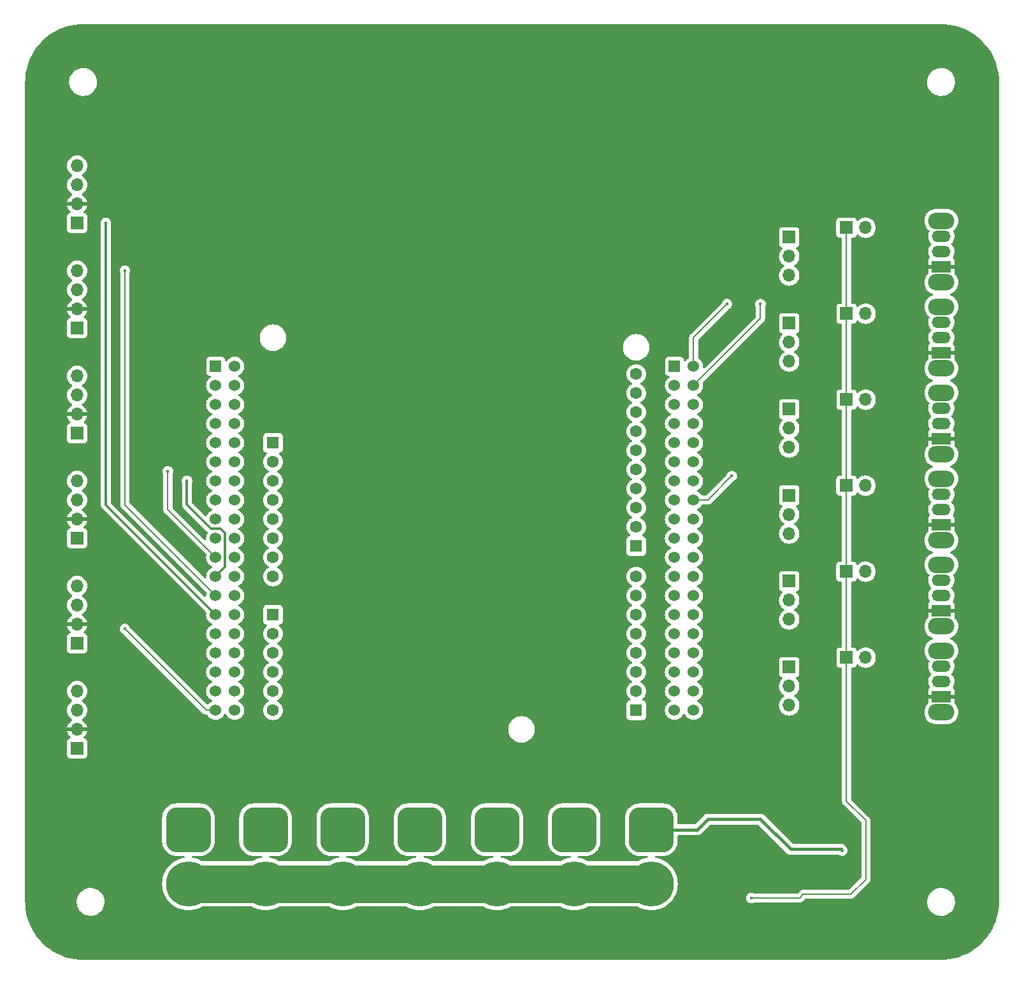
<source format=gbr>
%TF.GenerationSoftware,KiCad,Pcbnew,(7.0.0-0)*%
%TF.CreationDate,2023-11-04T22:02:26-07:00*%
%TF.ProjectId,master_node,6d617374-6572-45f6-9e6f-64652e6b6963,rev?*%
%TF.SameCoordinates,Original*%
%TF.FileFunction,Copper,L2,Bot*%
%TF.FilePolarity,Positive*%
%FSLAX46Y46*%
G04 Gerber Fmt 4.6, Leading zero omitted, Abs format (unit mm)*
G04 Created by KiCad (PCBNEW (7.0.0-0)) date 2023-11-04 22:02:26*
%MOMM*%
%LPD*%
G01*
G04 APERTURE LIST*
G04 Aperture macros list*
%AMRoundRect*
0 Rectangle with rounded corners*
0 $1 Rounding radius*
0 $2 $3 $4 $5 $6 $7 $8 $9 X,Y pos of 4 corners*
0 Add a 4 corners polygon primitive as box body*
4,1,4,$2,$3,$4,$5,$6,$7,$8,$9,$2,$3,0*
0 Add four circle primitives for the rounded corners*
1,1,$1+$1,$2,$3*
1,1,$1+$1,$4,$5*
1,1,$1+$1,$6,$7*
1,1,$1+$1,$8,$9*
0 Add four rect primitives between the rounded corners*
20,1,$1+$1,$2,$3,$4,$5,0*
20,1,$1+$1,$4,$5,$6,$7,0*
20,1,$1+$1,$6,$7,$8,$9,0*
20,1,$1+$1,$8,$9,$2,$3,0*%
G04 Aperture macros list end*
%TA.AperFunction,ComponentPad*%
%ADD10O,3.500000X2.200000*%
%TD*%
%TA.AperFunction,ComponentPad*%
%ADD11R,2.500000X1.500000*%
%TD*%
%TA.AperFunction,ComponentPad*%
%ADD12O,2.500000X1.500000*%
%TD*%
%TA.AperFunction,ComponentPad*%
%ADD13RoundRect,1.500000X-1.500000X1.500000X-1.500000X-1.500000X1.500000X-1.500000X1.500000X1.500000X0*%
%TD*%
%TA.AperFunction,ComponentPad*%
%ADD14C,6.000000*%
%TD*%
%TA.AperFunction,ComponentPad*%
%ADD15R,1.700000X1.700000*%
%TD*%
%TA.AperFunction,ComponentPad*%
%ADD16O,1.700000X1.700000*%
%TD*%
%TA.AperFunction,ComponentPad*%
%ADD17C,1.530000*%
%TD*%
%TA.AperFunction,ComponentPad*%
%ADD18R,1.530000X1.530000*%
%TD*%
%TA.AperFunction,ComponentPad*%
%ADD19C,1.605000*%
%TD*%
%TA.AperFunction,ComponentPad*%
%ADD20R,1.605000X1.605000*%
%TD*%
%TA.AperFunction,ViaPad*%
%ADD21C,0.400000*%
%TD*%
%TA.AperFunction,ViaPad*%
%ADD22C,0.800000*%
%TD*%
%TA.AperFunction,Conductor*%
%ADD23C,0.203200*%
%TD*%
%TA.AperFunction,Conductor*%
%ADD24C,5.000000*%
%TD*%
%TA.AperFunction,Conductor*%
%ADD25C,0.304800*%
%TD*%
%TA.AperFunction,Conductor*%
%ADD26C,0.457200*%
%TD*%
G04 APERTURE END LIST*
D10*
%TO.P,SW2,*%
%TO.N,*%
X191039999Y-109509999D03*
X191039999Y-101309999D03*
D11*
%TO.P,SW2,1,A*%
%TO.N,+5V*%
X191039999Y-107409999D03*
D12*
%TO.P,SW2,2,B*%
%TO.N,Net-(J2-Pin_3)*%
X191039999Y-105409999D03*
%TO.P,SW2,3,C*%
%TO.N,GND*%
X191039999Y-103409999D03*
%TD*%
D13*
%TO.P,J15,1,Pin_1*%
%TO.N,+24V*%
X132000000Y-159400000D03*
D14*
%TO.P,J15,2,Pin_2*%
%TO.N,GND*%
X132000000Y-166600000D03*
%TD*%
D13*
%TO.P,J16,1,Pin_1*%
%TO.N,+24V*%
X121750000Y-159400000D03*
D14*
%TO.P,J16,2,Pin_2*%
%TO.N,GND*%
X121750000Y-166600000D03*
%TD*%
D15*
%TO.P,J1,1,Pin_1*%
%TO.N,/X_Pulse*%
X170814999Y-80644999D03*
D16*
%TO.P,J1,2,Pin_2*%
%TO.N,/X_Dir*%
X170814999Y-83184999D03*
%TO.P,J1,3,Pin_3*%
%TO.N,Net-(J1-Pin_3)*%
X170814999Y-85724999D03*
%TD*%
D10*
%TO.P,SW5,*%
%TO.N,*%
X191039999Y-120939999D03*
X191039999Y-112739999D03*
D11*
%TO.P,SW5,1,A*%
%TO.N,+5V*%
X191039999Y-118839999D03*
D12*
%TO.P,SW5,2,B*%
%TO.N,Net-(J5-Pin_3)*%
X191039999Y-116839999D03*
%TO.P,SW5,3,C*%
%TO.N,GND*%
X191039999Y-114839999D03*
%TD*%
D13*
%TO.P,J14,1,Pin_1*%
%TO.N,+24V*%
X142250000Y-159400000D03*
D14*
%TO.P,J14,2,Pin_2*%
%TO.N,GND*%
X142250000Y-166600000D03*
%TD*%
D15*
%TO.P,J2,1,Pin_1*%
%TO.N,/Y_Pulse*%
X170814999Y-103504999D03*
D16*
%TO.P,J2,2,Pin_2*%
%TO.N,/Y_Dir*%
X170814999Y-106044999D03*
%TO.P,J2,3,Pin_3*%
%TO.N,Net-(J2-Pin_3)*%
X170814999Y-108584999D03*
%TD*%
%TO.P,J12,4,Pin_4*%
%TO.N,GND*%
X76199999Y-127009999D03*
%TO.P,J12,3,Pin_3*%
%TO.N,/R_A*%
X76199999Y-129549999D03*
%TO.P,J12,2,Pin_2*%
%TO.N,+5V*%
X76199999Y-132089999D03*
D15*
%TO.P,J12,1,Pin_1*%
%TO.N,/R_B*%
X76199999Y-134629999D03*
%TD*%
D13*
%TO.P,J18,1,Pin_1*%
%TO.N,+24V*%
X101250000Y-159400000D03*
D14*
%TO.P,J18,2,Pin_2*%
%TO.N,GND*%
X101250000Y-166600000D03*
%TD*%
D13*
%TO.P,J13,1,Pin_1*%
%TO.N,+24V*%
X152500000Y-159400000D03*
D14*
%TO.P,J13,2,Pin_2*%
%TO.N,GND*%
X152500000Y-166600000D03*
%TD*%
D15*
%TO.P,J4,1,Pin_1*%
%TO.N,/A1_Pulse*%
X170814999Y-92074999D03*
D16*
%TO.P,J4,2,Pin_2*%
%TO.N,/A1_Dir*%
X170814999Y-94614999D03*
%TO.P,J4,3,Pin_3*%
%TO.N,Net-(J4-Pin_3)*%
X170814999Y-97154999D03*
%TD*%
D13*
%TO.P,J19,1,Pin_1*%
%TO.N,+24V*%
X91000000Y-159400000D03*
D14*
%TO.P,J19,2,Pin_2*%
%TO.N,GND*%
X91000000Y-166600000D03*
%TD*%
D15*
%TO.P,J22,1,Pin_1*%
%TO.N,+3.3V*%
X178429999Y-125094999D03*
D16*
%TO.P,J22,2,Pin_2*%
%TO.N,/Z_Home*%
X180969999Y-125094999D03*
%TD*%
%TO.P,J7,4,Pin_4*%
%TO.N,GND*%
X76199999Y-113039999D03*
%TO.P,J7,3,Pin_3*%
%TO.N,/Y_A*%
X76199999Y-115579999D03*
%TO.P,J7,2,Pin_2*%
%TO.N,+5V*%
X76199999Y-118119999D03*
D15*
%TO.P,J7,1,Pin_1*%
%TO.N,/Y_B*%
X76199999Y-120659999D03*
%TD*%
D10*
%TO.P,SW6,*%
%TO.N,*%
X191039999Y-143799999D03*
X191039999Y-135599999D03*
D11*
%TO.P,SW6,1,A*%
%TO.N,+5V*%
X191039999Y-141699999D03*
D12*
%TO.P,SW6,2,B*%
%TO.N,Net-(J6-Pin_3)*%
X191039999Y-139699999D03*
%TO.P,SW6,3,C*%
%TO.N,GND*%
X191039999Y-137699999D03*
%TD*%
D16*
%TO.P,J8,4,Pin_4*%
%TO.N,GND*%
X76199999Y-99079999D03*
%TO.P,J8,3,Pin_3*%
%TO.N,/X_A*%
X76199999Y-101619999D03*
%TO.P,J8,2,Pin_2*%
%TO.N,+5V*%
X76199999Y-104159999D03*
D15*
%TO.P,J8,1,Pin_1*%
%TO.N,/X_B*%
X76199999Y-106699999D03*
%TD*%
D16*
%TO.P,J9,4,Pin_4*%
%TO.N,GND*%
X76199999Y-140969999D03*
%TO.P,J9,3,Pin_3*%
%TO.N,/Z_A*%
X76199999Y-143509999D03*
%TO.P,J9,2,Pin_2*%
%TO.N,+5V*%
X76199999Y-146049999D03*
D15*
%TO.P,J9,1,Pin_1*%
%TO.N,/Z_B*%
X76199999Y-148589999D03*
%TD*%
%TO.P,J3,1,Pin_1*%
%TO.N,/Z_Pulse*%
X170814999Y-126364999D03*
D16*
%TO.P,J3,2,Pin_2*%
%TO.N,/Z_Dir*%
X170814999Y-128904999D03*
%TO.P,J3,3,Pin_3*%
%TO.N,Net-(J3-Pin_3)*%
X170814999Y-131444999D03*
%TD*%
D13*
%TO.P,J17,1,Pin_1*%
%TO.N,+24V*%
X111500000Y-159400000D03*
D14*
%TO.P,J17,2,Pin_2*%
%TO.N,GND*%
X111500000Y-166600000D03*
%TD*%
D17*
%TO.P,U1,CN10_38*%
%TO.N,N/C*%
X158115000Y-143525000D03*
%TO.P,U1,CN10_37,PA3*%
%TO.N,unconnected-(U1B-PA3-PadCN10_37)*%
X155575000Y-143525000D03*
%TO.P,U1,CN10_36*%
%TO.N,N/C*%
X158115000Y-140985000D03*
%TO.P,U1,CN10_35,PA2*%
%TO.N,unconnected-(U1B-PA2-PadCN10_35)*%
X155575000Y-140985000D03*
%TO.P,U1,CN10_34,PC4*%
%TO.N,/R_Home*%
X158115000Y-138445000D03*
%TO.P,U1,CN10_33,PA10*%
%TO.N,unconnected-(U1B-PA10-PadCN10_33)*%
X155575000Y-138445000D03*
%TO.P,U1,CN10_32,AGND*%
%TO.N,GND*%
X158115000Y-135905000D03*
%TO.P,U1,CN10_31,PB3*%
%TO.N,unconnected-(U1B-PB3-PadCN10_31)*%
X155575000Y-135905000D03*
%TO.P,U1,CN10_30,PB13*%
%TO.N,/R_Dir*%
X158115000Y-133365000D03*
%TO.P,U1,CN10_29,PB5*%
%TO.N,unconnected-(U1B-PB5-PadCN10_29)*%
X155575000Y-133365000D03*
%TO.P,U1,CN10_28,PB14*%
%TO.N,/R_Pulse*%
X158115000Y-130825000D03*
%TO.P,U1,CN10_27,PB4*%
%TO.N,unconnected-(U1B-PB4-PadCN10_27)*%
X155575000Y-130825000D03*
%TO.P,U1,CN10_26,PB15*%
%TO.N,/Z_Home*%
X158115000Y-128285000D03*
%TO.P,U1,CN10_25,PB10*%
%TO.N,unconnected-(U1B-PB10-PadCN10_25)*%
X155575000Y-128285000D03*
%TO.P,U1,CN10_24,PB1*%
%TO.N,/Z_Dir*%
X158115000Y-125745000D03*
%TO.P,U1,CN10_23,PA8*%
%TO.N,unconnected-(U1B-PA8-PadCN10_23)*%
X155575000Y-125745000D03*
%TO.P,U1,CN10_22,PB2*%
%TO.N,/Z_Pulse*%
X158115000Y-123205000D03*
%TO.P,U1,CN10_21,PA9*%
%TO.N,unconnected-(U1B-PA9-PadCN10_21)*%
X155575000Y-123205000D03*
%TO.P,U1,CN10_20,CN10_GND*%
%TO.N,GND*%
X158115000Y-120665000D03*
%TO.P,U1,CN10_19,PC7*%
%TO.N,unconnected-(U1B-PC7-PadCN10_19)*%
X155575000Y-120665000D03*
%TO.P,U1,CN10_18*%
%TO.N,N/C*%
X158115000Y-118125000D03*
%TO.P,U1,CN10_17,PB6*%
%TO.N,/A2_Home*%
X155575000Y-118125000D03*
%TO.P,U1,CN10_16,PB12*%
%TO.N,/Y_Home*%
X158115000Y-115585000D03*
%TO.P,U1,CN10_15,PA7*%
%TO.N,/A2_Dir*%
X155575000Y-115585000D03*
%TO.P,U1,CN10_14,PA11*%
%TO.N,/Y_Dir*%
X158115000Y-113045000D03*
%TO.P,U1,CN10_13,PA6*%
%TO.N,/A2_Pulse*%
X155575000Y-113045000D03*
%TO.P,U1,CN10_12,PA12*%
%TO.N,/Y_Pulse*%
X158115000Y-110505000D03*
%TO.P,U1,CN10_11,PA5*%
%TO.N,/LED*%
X155575000Y-110505000D03*
%TO.P,U1,CN10_10*%
%TO.N,N/C*%
X158115000Y-107965000D03*
%TO.P,U1,CN10_9,CN10_GND*%
%TO.N,GND*%
X155575000Y-107965000D03*
%TO.P,U1,CN10_8,U5V*%
%TO.N,unconnected-(U1B-U5V-PadCN10_8)*%
X158115000Y-105425000D03*
%TO.P,U1,CN10_7,AVDD*%
%TO.N,/AVDD*%
X155575000Y-105425000D03*
%TO.P,U1,CN10_6,PC5*%
%TO.N,/X_Home*%
X158115000Y-102885000D03*
%TO.P,U1,CN10_5,PB9*%
%TO.N,/A1_Home*%
X155575000Y-102885000D03*
%TO.P,U1,CN10_4,PC6*%
%TO.N,/X_Dir*%
X158115000Y-100345000D03*
%TO.P,U1,CN10_3,PB8*%
%TO.N,/A1_Dir*%
X155575000Y-100345000D03*
%TO.P,U1,CN10_2,PC8*%
%TO.N,/X_Pulse*%
X158115000Y-97805000D03*
D18*
%TO.P,U1,CN10_1,PC9*%
%TO.N,/A1_Pulse*%
X155574999Y-97804999D03*
D19*
%TO.P,U1,CN9_8,D7*%
%TO.N,unconnected-(U1D-D7-PadCN9_8)*%
X150495000Y-125745000D03*
%TO.P,U1,CN9_7,D6*%
%TO.N,unconnected-(U1D-D6-PadCN9_7)*%
X150495000Y-128285000D03*
%TO.P,U1,CN9_6,D5*%
%TO.N,unconnected-(U1D-D5-PadCN9_6)*%
X150495000Y-130825000D03*
%TO.P,U1,CN9_5,D4*%
%TO.N,unconnected-(U1D-D4-PadCN9_5)*%
X150495000Y-133365000D03*
%TO.P,U1,CN9_4,D3*%
%TO.N,unconnected-(U1D-D3-PadCN9_4)*%
X150495000Y-135905000D03*
%TO.P,U1,CN9_3,D2*%
%TO.N,unconnected-(U1D-D2-PadCN9_3)*%
X150495000Y-138445000D03*
%TO.P,U1,CN9_2,D1*%
%TO.N,unconnected-(U1D-D1-PadCN9_2)*%
X150495000Y-140985000D03*
D20*
%TO.P,U1,CN9_1,D0*%
%TO.N,unconnected-(U1D-D0-PadCN9_1)*%
X150494999Y-143524999D03*
D19*
%TO.P,U1,CN8_6,A5*%
%TO.N,unconnected-(U1E-A5-PadCN8_6)*%
X102235000Y-143525000D03*
%TO.P,U1,CN8_5,A4*%
%TO.N,unconnected-(U1E-A4-PadCN8_5)*%
X102235000Y-140985000D03*
%TO.P,U1,CN8_4,A3*%
%TO.N,unconnected-(U1E-A3-PadCN8_4)*%
X102235000Y-138445000D03*
%TO.P,U1,CN8_3,A2*%
%TO.N,unconnected-(U1E-A2-PadCN8_3)*%
X102235000Y-135905000D03*
%TO.P,U1,CN8_2,A1*%
%TO.N,unconnected-(U1E-A1-PadCN8_2)*%
X102235000Y-133365000D03*
D20*
%TO.P,U1,CN8_1,A0*%
%TO.N,unconnected-(U1E-A0-PadCN8_1)*%
X102234999Y-130824999D03*
D17*
%TO.P,U1,CN7_38,PC0/PB8*%
%TO.N,/Z_B*%
X97155000Y-143525000D03*
%TO.P,U1,CN7_37,PC3*%
%TO.N,/R_A*%
X94615000Y-143525000D03*
%TO.P,U1,CN7_36,PC1/PB9*%
%TO.N,/Z_A*%
X97155000Y-140985000D03*
%TO.P,U1,CN7_35,PC2*%
%TO.N,/R_B*%
X94615000Y-140985000D03*
%TO.P,U1,CN7_34,PB0*%
%TO.N,/Y_B*%
X97155000Y-138445000D03*
%TO.P,U1,CN7_33,VBAT*%
%TO.N,/VBAT*%
X94615000Y-138445000D03*
%TO.P,U1,CN7_32,PA4*%
%TO.N,/Y_A*%
X97155000Y-135905000D03*
%TO.P,U1,CN7_31,PH1*%
%TO.N,unconnected-(U1A-PH1-PadCN7_31)*%
X94615000Y-135905000D03*
%TO.P,U1,CN7_30,PA1*%
%TO.N,/X_B*%
X97155000Y-133365000D03*
%TO.P,U1,CN7_29,PH0*%
%TO.N,unconnected-(U1A-PH0-PadCN7_29)*%
X94615000Y-133365000D03*
%TO.P,U1,CN7_28,PA0*%
%TO.N,/X_A*%
X97155000Y-130825000D03*
%TO.P,U1,CN7_27,PC15*%
%TO.N,/A1_A*%
X94615000Y-130825000D03*
%TO.P,U1,CN7_26*%
%TO.N,N/C*%
X97155000Y-128285000D03*
%TO.P,U1,CN7_25,PC14*%
%TO.N,/A1_B*%
X94615000Y-128285000D03*
%TO.P,U1,CN7_24,CN7_VIN*%
%TO.N,unconnected-(U1A-CN7_VIN-PadCN7_24)*%
X97155000Y-125745000D03*
%TO.P,U1,CN7_23,PC13*%
%TO.N,/A2_A*%
X94615000Y-125745000D03*
%TO.P,U1,CN7_22,CN7_GND*%
%TO.N,GND*%
X97155000Y-123205000D03*
%TO.P,U1,CN7_21,PB7*%
%TO.N,/A2_B*%
X94615000Y-123205000D03*
%TO.P,U1,CN7_20,CN7_GND*%
%TO.N,GND*%
X97155000Y-120665000D03*
%TO.P,U1,CN7_19,CN7_GND*%
X94615000Y-120665000D03*
%TO.P,U1,CN7_18,CN7_+5V*%
%TO.N,unconnected-(U1A-CN7_+5V-PadCN7_18)*%
X97155000Y-118125000D03*
%TO.P,U1,CN7_17,PA15*%
%TO.N,unconnected-(U1A-PA15-PadCN7_17)*%
X94615000Y-118125000D03*
%TO.P,U1,CN7_16,CN7_+3V3*%
%TO.N,unconnected-(U1A-CN7_+3V3-PadCN7_16)*%
X97155000Y-115585000D03*
%TO.P,U1,CN7_15,PA14*%
%TO.N,unconnected-(U1A-PA14-PadCN7_15)*%
X94615000Y-115585000D03*
%TO.P,U1,CN7_14,CN7_RESET*%
%TO.N,unconnected-(U1A-CN7_RESET-PadCN7_14)*%
X97155000Y-113045000D03*
%TO.P,U1,CN7_13,PA13*%
%TO.N,unconnected-(U1A-PA13-PadCN7_13)*%
X94615000Y-113045000D03*
%TO.P,U1,CN7_12,CN7_IOREF*%
%TO.N,unconnected-(U1A-CN7_IOREF-PadCN7_12)*%
X97155000Y-110505000D03*
%TO.P,U1,CN7_11*%
%TO.N,N/C*%
X94615000Y-110505000D03*
%TO.P,U1,CN7_10*%
X97155000Y-107965000D03*
%TO.P,U1,CN7_9*%
X94615000Y-107965000D03*
%TO.P,U1,CN7_8,CN7_GND*%
%TO.N,GND*%
X97155000Y-105425000D03*
%TO.P,U1,CN7_7,BOOT0*%
%TO.N,unconnected-(U1A-BOOT0-PadCN7_7)*%
X94615000Y-105425000D03*
%TO.P,U1,CN7_6,E5V*%
%TO.N,/E5V*%
X97155000Y-102885000D03*
%TO.P,U1,CN7_5,VDD*%
%TO.N,unconnected-(U1A-VDD-PadCN7_5)*%
X94615000Y-102885000D03*
%TO.P,U1,CN7_4,PD2*%
%TO.N,unconnected-(U1A-PD2-PadCN7_4)*%
X97155000Y-100345000D03*
%TO.P,U1,CN7_3,PC12*%
%TO.N,unconnected-(U1A-PC12-PadCN7_3)*%
X94615000Y-100345000D03*
%TO.P,U1,CN7_2,PC11*%
%TO.N,unconnected-(U1A-PC11-PadCN7_2)*%
X97155000Y-97805000D03*
D18*
%TO.P,U1,CN7_1,PC10*%
%TO.N,unconnected-(U1A-PC10-PadCN7_1)*%
X94614999Y-97804999D03*
D19*
%TO.P,U1,CN6_8,CN6_VIN*%
%TO.N,unconnected-(U1C-CN6_VIN-PadCN6_8)*%
X102235000Y-125745000D03*
%TO.P,U1,CN6_7,CN6_GND*%
%TO.N,GND*%
X102235000Y-123205000D03*
%TO.P,U1,CN6_6,CN6_GND*%
X102235000Y-120665000D03*
%TO.P,U1,CN6_5,CN6_+5V*%
%TO.N,unconnected-(U1C-CN6_+5V-PadCN6_5)*%
X102235000Y-118125000D03*
%TO.P,U1,CN6_4,CN6_+3V3*%
%TO.N,+3.3V*%
X102235000Y-115585000D03*
%TO.P,U1,CN6_3,CN6_RESET*%
%TO.N,unconnected-(U1C-CN6_RESET-PadCN6_3)*%
X102235000Y-113045000D03*
%TO.P,U1,CN6_2,CN6_IOREF*%
%TO.N,unconnected-(U1C-CN6_IOREF-PadCN6_2)*%
X102235000Y-110505000D03*
D20*
%TO.P,U1,CN6_1*%
%TO.N,N/C*%
X102234999Y-107964999D03*
D19*
%TO.P,U1,CN5_10,D15*%
%TO.N,unconnected-(U1F-D15-PadCN5_10)*%
X150495000Y-98825000D03*
%TO.P,U1,CN5_9,D14*%
%TO.N,unconnected-(U1F-D14-PadCN5_9)*%
X150495000Y-101365000D03*
%TO.P,U1,CN5_8,AREF*%
%TO.N,unconnected-(U1F-AREF-PadCN5_8)*%
X150495000Y-103905000D03*
%TO.P,U1,CN5_7,CN5_GND*%
%TO.N,unconnected-(U1F-CN5_GND-PadCN5_7)*%
X150495000Y-106445000D03*
%TO.P,U1,CN5_6,D13*%
%TO.N,unconnected-(U1F-D13-PadCN5_6)*%
X150495000Y-108985000D03*
%TO.P,U1,CN5_5,D12*%
%TO.N,unconnected-(U1F-D12-PadCN5_5)*%
X150495000Y-111525000D03*
%TO.P,U1,CN5_4,D11*%
%TO.N,unconnected-(U1F-D11-PadCN5_4)*%
X150495000Y-114065000D03*
%TO.P,U1,CN5_3,D10*%
%TO.N,unconnected-(U1F-D10-PadCN5_3)*%
X150495000Y-116605000D03*
%TO.P,U1,CN5_2,D9*%
%TO.N,unconnected-(U1F-D9-PadCN5_2)*%
X150495000Y-119145000D03*
D20*
%TO.P,U1,CN5_1,D8*%
%TO.N,unconnected-(U1F-D8-PadCN5_1)*%
X150494999Y-121684999D03*
%TD*%
D15*
%TO.P,J21,1,Pin_1*%
%TO.N,+3.3V*%
X178434999Y-102234999D03*
D16*
%TO.P,J21,2,Pin_2*%
%TO.N,/Y_Home*%
X180974999Y-102234999D03*
%TD*%
D10*
%TO.P,SW3,*%
%TO.N,*%
X191039999Y-98079999D03*
X191039999Y-89879999D03*
D11*
%TO.P,SW3,1,A*%
%TO.N,+5V*%
X191039999Y-95979999D03*
D12*
%TO.P,SW3,2,B*%
%TO.N,Net-(J4-Pin_3)*%
X191039999Y-93979999D03*
%TO.P,SW3,3,C*%
%TO.N,GND*%
X191039999Y-91979999D03*
%TD*%
D15*
%TO.P,J23,1,Pin_1*%
%TO.N,+3.3V*%
X178434999Y-90804999D03*
D16*
%TO.P,J23,2,Pin_2*%
%TO.N,/A1_Home*%
X180974999Y-90804999D03*
%TD*%
D15*
%TO.P,J25,1,Pin_1*%
%TO.N,+3.3V*%
X178434999Y-136524999D03*
D16*
%TO.P,J25,2,Pin_2*%
%TO.N,/R_Home*%
X180974999Y-136524999D03*
%TD*%
D10*
%TO.P,SW1,*%
%TO.N,*%
X191039999Y-86649999D03*
X191039999Y-78449999D03*
D11*
%TO.P,SW1,1,A*%
%TO.N,+5V*%
X191039999Y-84549999D03*
D12*
%TO.P,SW1,2,B*%
%TO.N,Net-(J1-Pin_3)*%
X191039999Y-82549999D03*
%TO.P,SW1,3,C*%
%TO.N,GND*%
X191039999Y-80549999D03*
%TD*%
D15*
%TO.P,J5,1,Pin_1*%
%TO.N,/A2_Pulse*%
X170814999Y-114949999D03*
D16*
%TO.P,J5,2,Pin_2*%
%TO.N,/A2_Dir*%
X170814999Y-117489999D03*
%TO.P,J5,3,Pin_3*%
%TO.N,Net-(J5-Pin_3)*%
X170814999Y-120029999D03*
%TD*%
D15*
%TO.P,J6,1,Pin_1*%
%TO.N,/R_Pulse*%
X170814999Y-137794999D03*
D16*
%TO.P,J6,2,Pin_2*%
%TO.N,/R_Dir*%
X170814999Y-140334999D03*
%TO.P,J6,3,Pin_3*%
%TO.N,Net-(J6-Pin_3)*%
X170814999Y-142874999D03*
%TD*%
%TO.P,J11,4,Pin_4*%
%TO.N,GND*%
X76199999Y-85099999D03*
%TO.P,J11,3,Pin_3*%
%TO.N,/A2_A*%
X76199999Y-87639999D03*
%TO.P,J11,2,Pin_2*%
%TO.N,+5V*%
X76199999Y-90179999D03*
D15*
%TO.P,J11,1,Pin_1*%
%TO.N,/A2_B*%
X76199999Y-92719999D03*
%TD*%
D10*
%TO.P,SW4,*%
%TO.N,*%
X191039999Y-132369999D03*
X191039999Y-124169999D03*
D11*
%TO.P,SW4,1,A*%
%TO.N,+5V*%
X191039999Y-130269999D03*
D12*
%TO.P,SW4,2,B*%
%TO.N,Net-(J3-Pin_3)*%
X191039999Y-128269999D03*
%TO.P,SW4,3,C*%
%TO.N,GND*%
X191039999Y-126269999D03*
%TD*%
D16*
%TO.P,J10,4,Pin_4*%
%TO.N,GND*%
X76199999Y-71129999D03*
%TO.P,J10,3,Pin_3*%
%TO.N,/A1_A*%
X76199999Y-73669999D03*
%TO.P,J10,2,Pin_2*%
%TO.N,+5V*%
X76199999Y-76209999D03*
D15*
%TO.P,J10,1,Pin_1*%
%TO.N,/A1_B*%
X76199999Y-78749999D03*
%TD*%
%TO.P,J20,1,Pin_1*%
%TO.N,+3.3V*%
X178429999Y-79374999D03*
D16*
%TO.P,J20,2,Pin_2*%
%TO.N,/X_Home*%
X180969999Y-79374999D03*
%TD*%
D15*
%TO.P,J24,1,Pin_1*%
%TO.N,+3.3V*%
X178429999Y-113664999D03*
D16*
%TO.P,J24,2,Pin_2*%
%TO.N,/A2_Home*%
X180969999Y-113664999D03*
%TD*%
D21*
%TO.N,+3.3V*%
X165780000Y-168505000D03*
%TO.N,/X_Pulse*%
X162560000Y-89535000D03*
%TO.N,/X_Dir*%
X167005000Y-89535000D03*
D22*
%TO.N,+5V*%
X172045000Y-166982500D03*
D21*
%TO.N,/A2_A*%
X90805000Y-113030000D03*
%TO.N,/A2_B*%
X88265000Y-111760000D03*
%TO.N,/A1_A*%
X80010000Y-78740000D03*
%TO.N,/A1_B*%
X82550000Y-85090000D03*
%TO.N,/R_A*%
X82550000Y-132715000D03*
%TO.N,+24V*%
X171000000Y-162000000D03*
X177845000Y-162155000D03*
%TO.N,/Y_Home*%
X163195000Y-112395000D03*
%TD*%
D23*
%TO.N,+3.3V*%
X178435000Y-125100000D02*
X178430000Y-125095000D01*
X181000000Y-158184672D02*
X181000000Y-166000000D01*
X172679672Y-168000000D02*
X172174672Y-168505000D01*
X178435000Y-102235000D02*
X178435000Y-113660000D01*
X181000000Y-166000000D02*
X179000000Y-168000000D01*
X178430000Y-90800000D02*
X178435000Y-90805000D01*
X179000000Y-168000000D02*
X172679672Y-168000000D01*
X178435000Y-155619672D02*
X181000000Y-158184672D01*
X178435000Y-90805000D02*
X178435000Y-102235000D01*
X178435000Y-113660000D02*
X178430000Y-113665000D01*
X178435000Y-136525000D02*
X178435000Y-125100000D01*
X178430000Y-79375000D02*
X178430000Y-90800000D01*
X178435000Y-136525000D02*
X178435000Y-155619672D01*
X172174672Y-168505000D02*
X165780000Y-168505000D01*
X178430000Y-113665000D02*
X178430000Y-125095000D01*
D24*
%TO.N,GND*%
X121750000Y-166600000D02*
X132000000Y-166600000D01*
X101250000Y-166600000D02*
X111500000Y-166600000D01*
X142250000Y-166600000D02*
X152500000Y-166600000D01*
X111500000Y-166600000D02*
X121750000Y-166600000D01*
X132000000Y-166600000D02*
X142250000Y-166600000D01*
X91000000Y-166600000D02*
X101250000Y-166600000D01*
D23*
%TO.N,/X_Pulse*%
X162560000Y-89535000D02*
X158115000Y-93980000D01*
X158115000Y-93980000D02*
X158115000Y-97805000D01*
%TO.N,/X_Dir*%
X167005000Y-89535000D02*
X167005000Y-91455000D01*
X167005000Y-91455000D02*
X158115000Y-100345000D01*
D25*
%TO.N,/A2_A*%
X95885000Y-124475000D02*
X94615000Y-125745000D01*
X95885000Y-120015000D02*
X95885000Y-124475000D01*
X95250000Y-119380000D02*
X95885000Y-120015000D01*
X90805000Y-113030000D02*
X90805000Y-116205000D01*
X93980000Y-119380000D02*
X95250000Y-119380000D01*
X90805000Y-116205000D02*
X93980000Y-119380000D01*
D23*
%TO.N,/A2_B*%
X88265000Y-116855000D02*
X94615000Y-123205000D01*
X88265000Y-111760000D02*
X88265000Y-116855000D01*
D25*
%TO.N,/A1_A*%
X80010000Y-78740000D02*
X80010000Y-116220000D01*
X80010000Y-116220000D02*
X94615000Y-130825000D01*
D23*
%TO.N,/A1_B*%
X82550000Y-116220000D02*
X94615000Y-128285000D01*
X82550000Y-85090000D02*
X82550000Y-116220000D01*
%TO.N,/R_A*%
X82550000Y-132715000D02*
X93360000Y-143525000D01*
X93360000Y-143525000D02*
X94615000Y-143525000D01*
D26*
%TO.N,+24V*%
X171000000Y-162000000D02*
X177690000Y-162000000D01*
X160000000Y-158000000D02*
X158600000Y-159400000D01*
X171000000Y-162000000D02*
X167000000Y-158000000D01*
X167000000Y-158000000D02*
X160000000Y-158000000D01*
X177690000Y-162000000D02*
X177845000Y-162155000D01*
X158600000Y-159400000D02*
X152500000Y-159400000D01*
D23*
%TO.N,/Y_Home*%
X160005000Y-115585000D02*
X158115000Y-115585000D01*
X163195000Y-112395000D02*
X160005000Y-115585000D01*
%TD*%
%TA.AperFunction,Conductor*%
%TO.N,+5V*%
G36*
X191002107Y-52300571D02*
G01*
X191521212Y-52318304D01*
X191529635Y-52318881D01*
X192044227Y-52371783D01*
X192052566Y-52372929D01*
X192562340Y-52460823D01*
X192570629Y-52462545D01*
X193073199Y-52585018D01*
X193081313Y-52587291D01*
X193532285Y-52730423D01*
X193574376Y-52743783D01*
X193582331Y-52746609D01*
X194063586Y-52936393D01*
X194071294Y-52939742D01*
X194538452Y-53161912D01*
X194545944Y-53165793D01*
X194971600Y-53405127D01*
X194996843Y-53419321D01*
X195004077Y-53423720D01*
X195436620Y-53707425D01*
X195443529Y-53712302D01*
X195855691Y-54024855D01*
X195862248Y-54030189D01*
X196252140Y-54370157D01*
X196258311Y-54375921D01*
X196624078Y-54741688D01*
X196629843Y-54747860D01*
X196969808Y-55137748D01*
X196975144Y-55144308D01*
X197287697Y-55556470D01*
X197292580Y-55563387D01*
X197576279Y-55995922D01*
X197580678Y-56003156D01*
X197834199Y-56454042D01*
X197838094Y-56461560D01*
X198060250Y-56928688D01*
X198063612Y-56936427D01*
X198253381Y-57417645D01*
X198256216Y-57425623D01*
X198412702Y-57918667D01*
X198414986Y-57926820D01*
X198537453Y-58429369D01*
X198539176Y-58437659D01*
X198627066Y-58947409D01*
X198628219Y-58955797D01*
X198681117Y-59470351D01*
X198681695Y-59478798D01*
X198699428Y-59997891D01*
X198699500Y-60002125D01*
X198699500Y-168997875D01*
X198699428Y-169002109D01*
X198681695Y-169521201D01*
X198681117Y-169529648D01*
X198628219Y-170044202D01*
X198627066Y-170052590D01*
X198539176Y-170562340D01*
X198537453Y-170570630D01*
X198414986Y-171073179D01*
X198412702Y-171081332D01*
X198256216Y-171574376D01*
X198253381Y-171582354D01*
X198063616Y-172063562D01*
X198060250Y-172071311D01*
X197838094Y-172538439D01*
X197834199Y-172545957D01*
X197580678Y-172996843D01*
X197576279Y-173004077D01*
X197292580Y-173436612D01*
X197287697Y-173443529D01*
X196975144Y-173855691D01*
X196969801Y-173862259D01*
X196629858Y-174252123D01*
X196624078Y-174258311D01*
X196258311Y-174624078D01*
X196252123Y-174629858D01*
X195862259Y-174969801D01*
X195855691Y-174975144D01*
X195443529Y-175287697D01*
X195436612Y-175292580D01*
X195004077Y-175576279D01*
X194996843Y-175580678D01*
X194545957Y-175834199D01*
X194538439Y-175838094D01*
X194071311Y-176060250D01*
X194063562Y-176063616D01*
X193646628Y-176228034D01*
X193582354Y-176253381D01*
X193574376Y-176256216D01*
X193081332Y-176412702D01*
X193073179Y-176414986D01*
X192570630Y-176537453D01*
X192562340Y-176539176D01*
X192052590Y-176627066D01*
X192044202Y-176628219D01*
X191529648Y-176681117D01*
X191521201Y-176681695D01*
X191042043Y-176698063D01*
X191002106Y-176699428D01*
X190997875Y-176699500D01*
X77002125Y-176699500D01*
X76997893Y-176699428D01*
X76955444Y-176697977D01*
X76478798Y-176681695D01*
X76470351Y-176681117D01*
X75955797Y-176628219D01*
X75947409Y-176627066D01*
X75437659Y-176539176D01*
X75429369Y-176537453D01*
X74926820Y-176414986D01*
X74918667Y-176412702D01*
X74425623Y-176256216D01*
X74417652Y-176253383D01*
X73936427Y-176063612D01*
X73928688Y-176060250D01*
X73461560Y-175838094D01*
X73454042Y-175834199D01*
X73003156Y-175580678D01*
X72995922Y-175576279D01*
X72563387Y-175292580D01*
X72556470Y-175287697D01*
X72144308Y-174975144D01*
X72137748Y-174969808D01*
X71747860Y-174629843D01*
X71741688Y-174624078D01*
X71375921Y-174258311D01*
X71370157Y-174252140D01*
X71030189Y-173862248D01*
X71024855Y-173855691D01*
X70712302Y-173443529D01*
X70707419Y-173436612D01*
X70423720Y-173004077D01*
X70419321Y-172996843D01*
X70373261Y-172914925D01*
X70165793Y-172545944D01*
X70161912Y-172538452D01*
X69939742Y-172071294D01*
X69936393Y-172063586D01*
X69746609Y-171582331D01*
X69743783Y-171574376D01*
X69691866Y-171410799D01*
X69587291Y-171081313D01*
X69585018Y-171073199D01*
X69462545Y-170570629D01*
X69460823Y-170562340D01*
X69424701Y-170352838D01*
X69372929Y-170052566D01*
X69371783Y-170044227D01*
X69318881Y-169529635D01*
X69318304Y-169521200D01*
X69316712Y-169474603D01*
X69302819Y-169067911D01*
X76141780Y-169067911D01*
X76142274Y-169072408D01*
X76142275Y-169072413D01*
X76170973Y-169333235D01*
X76170974Y-169333242D01*
X76171470Y-169337747D01*
X76172615Y-169342127D01*
X76172617Y-169342137D01*
X76219431Y-169521200D01*
X76240132Y-169600384D01*
X76241897Y-169604538D01*
X76241900Y-169604546D01*
X76344528Y-169846048D01*
X76346303Y-169850224D01*
X76348665Y-169854095D01*
X76348666Y-169854096D01*
X76469804Y-170052590D01*
X76487719Y-170081944D01*
X76490612Y-170085420D01*
X76490614Y-170085423D01*
X76491179Y-170086102D01*
X76661368Y-170290604D01*
X76863546Y-170471757D01*
X77089947Y-170621542D01*
X77335743Y-170736767D01*
X77340077Y-170738071D01*
X77340080Y-170738072D01*
X77402963Y-170756990D01*
X77595697Y-170814975D01*
X77864268Y-170854500D01*
X78065520Y-170854500D01*
X78067781Y-170854500D01*
X78270740Y-170839645D01*
X78535709Y-170780621D01*
X78789261Y-170683646D01*
X79025991Y-170550786D01*
X79240853Y-170384875D01*
X79429269Y-170189447D01*
X79587223Y-169968668D01*
X79711348Y-169727244D01*
X79798998Y-169470320D01*
X79848306Y-169203371D01*
X79858220Y-168932089D01*
X79828530Y-168662253D01*
X79759868Y-168399616D01*
X79653697Y-168149776D01*
X79512281Y-167918056D01*
X79338632Y-167709396D01*
X79335265Y-167706379D01*
X79335262Y-167706376D01*
X79139820Y-167531259D01*
X79136454Y-167528243D01*
X78933191Y-167393766D01*
X78913835Y-167380960D01*
X78913833Y-167380959D01*
X78910053Y-167378458D01*
X78905946Y-167376532D01*
X78905943Y-167376531D01*
X78668363Y-167265158D01*
X78668365Y-167265158D01*
X78664257Y-167263233D01*
X78659929Y-167261931D01*
X78659919Y-167261927D01*
X78408641Y-167186330D01*
X78408639Y-167186329D01*
X78404303Y-167185025D01*
X78399823Y-167184365D01*
X78399820Y-167184365D01*
X78140206Y-167146158D01*
X78140200Y-167146157D01*
X78135732Y-167145500D01*
X77932219Y-167145500D01*
X77929968Y-167145664D01*
X77929961Y-167145665D01*
X77733779Y-167160024D01*
X77733775Y-167160024D01*
X77729260Y-167160355D01*
X77724846Y-167161338D01*
X77724834Y-167161340D01*
X77468717Y-167218392D01*
X77468703Y-167218396D01*
X77464291Y-167219379D01*
X77460065Y-167220995D01*
X77460056Y-167220998D01*
X77214970Y-167314735D01*
X77214960Y-167314739D01*
X77210739Y-167316354D01*
X77206798Y-167318565D01*
X77206789Y-167318570D01*
X76977960Y-167446996D01*
X76977954Y-167446999D01*
X76974009Y-167449214D01*
X76970438Y-167451971D01*
X76970425Y-167451980D01*
X76762731Y-167612357D01*
X76762726Y-167612360D01*
X76759147Y-167615125D01*
X76756007Y-167618380D01*
X76756000Y-167618388D01*
X76573875Y-167807291D01*
X76573868Y-167807298D01*
X76570731Y-167810553D01*
X76568106Y-167814221D01*
X76568096Y-167814234D01*
X76415410Y-168027651D01*
X76415406Y-168027656D01*
X76412777Y-168031332D01*
X76410708Y-168035355D01*
X76410705Y-168035361D01*
X76290726Y-168268720D01*
X76290720Y-168268731D01*
X76288652Y-168272756D01*
X76287192Y-168277035D01*
X76287188Y-168277045D01*
X76202463Y-168525396D01*
X76201002Y-168529680D01*
X76200179Y-168534133D01*
X76200179Y-168534135D01*
X76152517Y-168792168D01*
X76152515Y-168792181D01*
X76151694Y-168796629D01*
X76151528Y-168801155D01*
X76151528Y-168801161D01*
X76141945Y-169063382D01*
X76141945Y-169063389D01*
X76141780Y-169067911D01*
X69302819Y-169067911D01*
X69300571Y-169002107D01*
X69300500Y-168997875D01*
X69300500Y-166600000D01*
X87494696Y-166600000D01*
X87513898Y-166966404D01*
X87514403Y-166969597D01*
X87514405Y-166969609D01*
X87570785Y-167325576D01*
X87571295Y-167328794D01*
X87572133Y-167331923D01*
X87572136Y-167331935D01*
X87665415Y-167680056D01*
X87665419Y-167680070D01*
X87666258Y-167683199D01*
X87667421Y-167686228D01*
X87667425Y-167686241D01*
X87760704Y-167929241D01*
X87797745Y-168025736D01*
X87799213Y-168028617D01*
X87959693Y-168343576D01*
X87964318Y-168352652D01*
X88164149Y-168660366D01*
X88395051Y-168945506D01*
X88654494Y-169204949D01*
X88939634Y-169435851D01*
X89247348Y-169635682D01*
X89574264Y-169802255D01*
X89916801Y-169933742D01*
X90271206Y-170028705D01*
X90633596Y-170086102D01*
X91000000Y-170105304D01*
X91366404Y-170086102D01*
X91728794Y-170028705D01*
X92083199Y-169933742D01*
X92425736Y-169802255D01*
X92752652Y-169635682D01*
X92776024Y-169620503D01*
X92808341Y-169605606D01*
X92843558Y-169600500D01*
X99406442Y-169600500D01*
X99441659Y-169605606D01*
X99473975Y-169620503D01*
X99497348Y-169635682D01*
X99824264Y-169802255D01*
X100166801Y-169933742D01*
X100521206Y-170028705D01*
X100883596Y-170086102D01*
X101250000Y-170105304D01*
X101616404Y-170086102D01*
X101978794Y-170028705D01*
X102333199Y-169933742D01*
X102675736Y-169802255D01*
X103002652Y-169635682D01*
X103026024Y-169620503D01*
X103058341Y-169605606D01*
X103093558Y-169600500D01*
X109656442Y-169600500D01*
X109691659Y-169605606D01*
X109723975Y-169620503D01*
X109747348Y-169635682D01*
X110074264Y-169802255D01*
X110416801Y-169933742D01*
X110771206Y-170028705D01*
X111133596Y-170086102D01*
X111500000Y-170105304D01*
X111866404Y-170086102D01*
X112228794Y-170028705D01*
X112583199Y-169933742D01*
X112925736Y-169802255D01*
X113252652Y-169635682D01*
X113276024Y-169620503D01*
X113308341Y-169605606D01*
X113343558Y-169600500D01*
X119906442Y-169600500D01*
X119941659Y-169605606D01*
X119973975Y-169620503D01*
X119997348Y-169635682D01*
X120324264Y-169802255D01*
X120666801Y-169933742D01*
X121021206Y-170028705D01*
X121383596Y-170086102D01*
X121750000Y-170105304D01*
X122116404Y-170086102D01*
X122478794Y-170028705D01*
X122833199Y-169933742D01*
X123175736Y-169802255D01*
X123502652Y-169635682D01*
X123526024Y-169620503D01*
X123558341Y-169605606D01*
X123593558Y-169600500D01*
X130156442Y-169600500D01*
X130191659Y-169605606D01*
X130223975Y-169620503D01*
X130247348Y-169635682D01*
X130574264Y-169802255D01*
X130916801Y-169933742D01*
X131271206Y-170028705D01*
X131633596Y-170086102D01*
X132000000Y-170105304D01*
X132366404Y-170086102D01*
X132728794Y-170028705D01*
X133083199Y-169933742D01*
X133425736Y-169802255D01*
X133752652Y-169635682D01*
X133776024Y-169620503D01*
X133808341Y-169605606D01*
X133843558Y-169600500D01*
X140406442Y-169600500D01*
X140441659Y-169605606D01*
X140473975Y-169620503D01*
X140497348Y-169635682D01*
X140824264Y-169802255D01*
X141166801Y-169933742D01*
X141521206Y-170028705D01*
X141883596Y-170086102D01*
X142250000Y-170105304D01*
X142616404Y-170086102D01*
X142978794Y-170028705D01*
X143333199Y-169933742D01*
X143675736Y-169802255D01*
X144002652Y-169635682D01*
X144026024Y-169620503D01*
X144058341Y-169605606D01*
X144093558Y-169600500D01*
X150656442Y-169600500D01*
X150691659Y-169605606D01*
X150723975Y-169620503D01*
X150747348Y-169635682D01*
X151074264Y-169802255D01*
X151416801Y-169933742D01*
X151771206Y-170028705D01*
X152133596Y-170086102D01*
X152500000Y-170105304D01*
X152866404Y-170086102D01*
X153228794Y-170028705D01*
X153583199Y-169933742D01*
X153925736Y-169802255D01*
X154252652Y-169635682D01*
X154560366Y-169435851D01*
X154845506Y-169204949D01*
X155104949Y-168945506D01*
X155335851Y-168660366D01*
X155436746Y-168505000D01*
X165074355Y-168505000D01*
X165075259Y-168512445D01*
X165093955Y-168666423D01*
X165093956Y-168666427D01*
X165094860Y-168673872D01*
X165097518Y-168680882D01*
X165097520Y-168680888D01*
X165152520Y-168825912D01*
X165155182Y-168832930D01*
X165159444Y-168839105D01*
X165159445Y-168839106D01*
X165241961Y-168958651D01*
X165251817Y-168972929D01*
X165311702Y-169025982D01*
X165364111Y-169072413D01*
X165379148Y-169085734D01*
X165529775Y-169164790D01*
X165694944Y-169205500D01*
X165857556Y-169205500D01*
X165865056Y-169205500D01*
X166030225Y-169164790D01*
X166113079Y-169121304D01*
X166170706Y-169107100D01*
X172127093Y-169107100D01*
X172143276Y-169108160D01*
X172174672Y-169112294D01*
X172214127Y-169107100D01*
X172214132Y-169107100D01*
X172331852Y-169091602D01*
X172389047Y-169067911D01*
X189141780Y-169067911D01*
X189142274Y-169072408D01*
X189142275Y-169072413D01*
X189170973Y-169333235D01*
X189170974Y-169333242D01*
X189171470Y-169337747D01*
X189172615Y-169342127D01*
X189172617Y-169342137D01*
X189219431Y-169521200D01*
X189240132Y-169600384D01*
X189241897Y-169604538D01*
X189241900Y-169604546D01*
X189344528Y-169846048D01*
X189346303Y-169850224D01*
X189348665Y-169854095D01*
X189348666Y-169854096D01*
X189469804Y-170052590D01*
X189487719Y-170081944D01*
X189490612Y-170085420D01*
X189490614Y-170085423D01*
X189491179Y-170086102D01*
X189661368Y-170290604D01*
X189863546Y-170471757D01*
X190089947Y-170621542D01*
X190335743Y-170736767D01*
X190340077Y-170738071D01*
X190340080Y-170738072D01*
X190402963Y-170756990D01*
X190595697Y-170814975D01*
X190864268Y-170854500D01*
X191065520Y-170854500D01*
X191067781Y-170854500D01*
X191270740Y-170839645D01*
X191535709Y-170780621D01*
X191789261Y-170683646D01*
X192025991Y-170550786D01*
X192240853Y-170384875D01*
X192429269Y-170189447D01*
X192587223Y-169968668D01*
X192711348Y-169727244D01*
X192798998Y-169470320D01*
X192848306Y-169203371D01*
X192858220Y-168932089D01*
X192828530Y-168662253D01*
X192759868Y-168399616D01*
X192653697Y-168149776D01*
X192512281Y-167918056D01*
X192338632Y-167709396D01*
X192335265Y-167706379D01*
X192335262Y-167706376D01*
X192139820Y-167531259D01*
X192136454Y-167528243D01*
X191933191Y-167393766D01*
X191913835Y-167380960D01*
X191913833Y-167380959D01*
X191910053Y-167378458D01*
X191905946Y-167376532D01*
X191905943Y-167376531D01*
X191668363Y-167265158D01*
X191668365Y-167265158D01*
X191664257Y-167263233D01*
X191659929Y-167261931D01*
X191659919Y-167261927D01*
X191408641Y-167186330D01*
X191408639Y-167186329D01*
X191404303Y-167185025D01*
X191399823Y-167184365D01*
X191399820Y-167184365D01*
X191140206Y-167146158D01*
X191140200Y-167146157D01*
X191135732Y-167145500D01*
X190932219Y-167145500D01*
X190929968Y-167145664D01*
X190929961Y-167145665D01*
X190733779Y-167160024D01*
X190733775Y-167160024D01*
X190729260Y-167160355D01*
X190724846Y-167161338D01*
X190724834Y-167161340D01*
X190468717Y-167218392D01*
X190468703Y-167218396D01*
X190464291Y-167219379D01*
X190460065Y-167220995D01*
X190460056Y-167220998D01*
X190214970Y-167314735D01*
X190214960Y-167314739D01*
X190210739Y-167316354D01*
X190206798Y-167318565D01*
X190206789Y-167318570D01*
X189977960Y-167446996D01*
X189977954Y-167446999D01*
X189974009Y-167449214D01*
X189970438Y-167451971D01*
X189970425Y-167451980D01*
X189762731Y-167612357D01*
X189762726Y-167612360D01*
X189759147Y-167615125D01*
X189756007Y-167618380D01*
X189756000Y-167618388D01*
X189573875Y-167807291D01*
X189573868Y-167807298D01*
X189570731Y-167810553D01*
X189568106Y-167814221D01*
X189568096Y-167814234D01*
X189415410Y-168027651D01*
X189415406Y-168027656D01*
X189412777Y-168031332D01*
X189410708Y-168035355D01*
X189410705Y-168035361D01*
X189290726Y-168268720D01*
X189290720Y-168268731D01*
X189288652Y-168272756D01*
X189287192Y-168277035D01*
X189287188Y-168277045D01*
X189202463Y-168525396D01*
X189201002Y-168529680D01*
X189200179Y-168534133D01*
X189200179Y-168534135D01*
X189152517Y-168792168D01*
X189152515Y-168792181D01*
X189151694Y-168796629D01*
X189151528Y-168801155D01*
X189151528Y-168801161D01*
X189141945Y-169063382D01*
X189141945Y-169063389D01*
X189141780Y-169067911D01*
X172389047Y-169067911D01*
X172478319Y-169030933D01*
X172487932Y-169023557D01*
X172572519Y-168958651D01*
X172572518Y-168958651D01*
X172572526Y-168958644D01*
X172580657Y-168952405D01*
X172604094Y-168934422D01*
X172623376Y-168909292D01*
X172634055Y-168897113D01*
X172892753Y-168638416D01*
X172932979Y-168611539D01*
X172980432Y-168602100D01*
X178952421Y-168602100D01*
X178968604Y-168603160D01*
X179000000Y-168607294D01*
X179039455Y-168602100D01*
X179039460Y-168602100D01*
X179157180Y-168586602D01*
X179303647Y-168525933D01*
X179330927Y-168505000D01*
X179397847Y-168453651D01*
X179397847Y-168453650D01*
X179397854Y-168453644D01*
X179429422Y-168429422D01*
X179448704Y-168404292D01*
X179459390Y-168392106D01*
X181392107Y-166459389D01*
X181404291Y-166448704D01*
X181429422Y-166429422D01*
X181453648Y-166397849D01*
X181453651Y-166397847D01*
X181525933Y-166303647D01*
X181586602Y-166157180D01*
X181586602Y-166157179D01*
X181602100Y-166039460D01*
X181602100Y-166039455D01*
X181607294Y-166000000D01*
X181603161Y-165968604D01*
X181602100Y-165952420D01*
X181602100Y-158232258D01*
X181603161Y-158216073D01*
X181606234Y-158192731D01*
X181607295Y-158184672D01*
X181586602Y-158027492D01*
X181525933Y-157881025D01*
X181453652Y-157786826D01*
X181453648Y-157786822D01*
X181429422Y-157755250D01*
X181404295Y-157735969D01*
X181392101Y-157725275D01*
X179073419Y-155406593D01*
X179046539Y-155366365D01*
X179037100Y-155318912D01*
X179037100Y-143800000D01*
X188784551Y-143800000D01*
X188784933Y-143804854D01*
X188798501Y-143977256D01*
X188804317Y-144051148D01*
X188805452Y-144055877D01*
X188805453Y-144055881D01*
X188861989Y-144291374D01*
X188861991Y-144291382D01*
X188863127Y-144296111D01*
X188959534Y-144528859D01*
X188962081Y-144533016D01*
X188962082Y-144533017D01*
X189088617Y-144739504D01*
X189088622Y-144739511D01*
X189091164Y-144743659D01*
X189094324Y-144747358D01*
X189094327Y-144747363D01*
X189177771Y-144845063D01*
X189254776Y-144935224D01*
X189258476Y-144938384D01*
X189349023Y-145015719D01*
X189446341Y-145098836D01*
X189450491Y-145101379D01*
X189450495Y-145101382D01*
X189562300Y-145169896D01*
X189661141Y-145230466D01*
X189893889Y-145326873D01*
X190138852Y-145385683D01*
X190327118Y-145400500D01*
X191750437Y-145400500D01*
X191752882Y-145400500D01*
X191941148Y-145385683D01*
X192186111Y-145326873D01*
X192418859Y-145230466D01*
X192633659Y-145098836D01*
X192825224Y-144935224D01*
X192988836Y-144743659D01*
X193120466Y-144528859D01*
X193216873Y-144296111D01*
X193275683Y-144051148D01*
X193295449Y-143800000D01*
X193275683Y-143548852D01*
X193216873Y-143303889D01*
X193120466Y-143071141D01*
X193059896Y-142972300D01*
X192991382Y-142860495D01*
X192991379Y-142860491D01*
X192988836Y-142856341D01*
X192972386Y-142837081D01*
X192845643Y-142688684D01*
X192825224Y-142664776D01*
X192821523Y-142661615D01*
X192819018Y-142659110D01*
X192787406Y-142605270D01*
X192786362Y-142557673D01*
X192783598Y-142557376D01*
X192789646Y-142501114D01*
X192790000Y-142494518D01*
X192790000Y-141966326D01*
X192786549Y-141953450D01*
X192773674Y-141950000D01*
X189306326Y-141950000D01*
X189293450Y-141953450D01*
X189290000Y-141966326D01*
X189290000Y-142494518D01*
X189290353Y-142501114D01*
X189296402Y-142557376D01*
X189293661Y-142557670D01*
X189292573Y-142605339D01*
X189260985Y-142659107D01*
X189258476Y-142661615D01*
X189254776Y-142664776D01*
X189251615Y-142668476D01*
X189251611Y-142668481D01*
X189094327Y-142852636D01*
X189094319Y-142852646D01*
X189091164Y-142856341D01*
X189088626Y-142860482D01*
X189088617Y-142860495D01*
X188962082Y-143066982D01*
X188962078Y-143066988D01*
X188959534Y-143071141D01*
X188957670Y-143075640D01*
X188957668Y-143075645D01*
X188867787Y-143292639D01*
X188863127Y-143303889D01*
X188861992Y-143308613D01*
X188861989Y-143308625D01*
X188805453Y-143544118D01*
X188805451Y-143544124D01*
X188804317Y-143548852D01*
X188803935Y-143553702D01*
X188803935Y-143553704D01*
X188788833Y-143745591D01*
X188784551Y-143800000D01*
X179037100Y-143800000D01*
X179037100Y-137999499D01*
X179053713Y-137937499D01*
X179099100Y-137892112D01*
X179161100Y-137875499D01*
X179329561Y-137875499D01*
X179332872Y-137875499D01*
X179392483Y-137869091D01*
X179527331Y-137818796D01*
X179642546Y-137732546D01*
X179728796Y-137617331D01*
X179777810Y-137485916D01*
X179812789Y-137435537D01*
X179867634Y-137408084D01*
X179928927Y-137410273D01*
X179981672Y-137441568D01*
X180103599Y-137563495D01*
X180108031Y-137566598D01*
X180108033Y-137566600D01*
X180210224Y-137638155D01*
X180297170Y-137699035D01*
X180511337Y-137798903D01*
X180739592Y-137860063D01*
X180975000Y-137880659D01*
X181210408Y-137860063D01*
X181438663Y-137798903D01*
X181652830Y-137699035D01*
X181846401Y-137563495D01*
X182013495Y-137396401D01*
X182149035Y-137202830D01*
X182248903Y-136988663D01*
X182310063Y-136760408D01*
X182330659Y-136525000D01*
X182310063Y-136289592D01*
X182248903Y-136061337D01*
X182149035Y-135847171D01*
X182013495Y-135653599D01*
X181959896Y-135600000D01*
X188784551Y-135600000D01*
X188784933Y-135604854D01*
X188803664Y-135842858D01*
X188804317Y-135851148D01*
X188805452Y-135855877D01*
X188805453Y-135855881D01*
X188861989Y-136091374D01*
X188861991Y-136091382D01*
X188863127Y-136096111D01*
X188959534Y-136328859D01*
X188962081Y-136333016D01*
X188962082Y-136333017D01*
X189088617Y-136539504D01*
X189088622Y-136539511D01*
X189091164Y-136543659D01*
X189094324Y-136547358D01*
X189094327Y-136547363D01*
X189251615Y-136731523D01*
X189254776Y-136735224D01*
X189258475Y-136738383D01*
X189258482Y-136738390D01*
X189442404Y-136895474D01*
X189476959Y-136943599D01*
X189485241Y-137002263D01*
X189465361Y-137058074D01*
X189434365Y-137105032D01*
X189432178Y-137110148D01*
X189432173Y-137110158D01*
X189348088Y-137306884D01*
X189348085Y-137306892D01*
X189345897Y-137312012D01*
X189344657Y-137317441D01*
X189344656Y-137317447D01*
X189305329Y-137489753D01*
X189295809Y-137531463D01*
X189295559Y-137537019D01*
X189295558Y-137537030D01*
X189287307Y-137720757D01*
X189285710Y-137756330D01*
X189286455Y-137761833D01*
X189286456Y-137761844D01*
X189309654Y-137933092D01*
X189315925Y-137979387D01*
X189317644Y-137984680D01*
X189317646Y-137984685D01*
X189383761Y-138188167D01*
X189383764Y-138188175D01*
X189385483Y-138193464D01*
X189399319Y-138219176D01*
X189489512Y-138386784D01*
X189489516Y-138386790D01*
X189492148Y-138391681D01*
X189495612Y-138396025D01*
X189495615Y-138396029D01*
X189564833Y-138482825D01*
X189632492Y-138567666D01*
X189636681Y-138571325D01*
X189636685Y-138571330D01*
X189676509Y-138606123D01*
X189712856Y-138661185D01*
X189715816Y-138727096D01*
X189684552Y-138785195D01*
X189562223Y-138913141D01*
X189562213Y-138913152D01*
X189558368Y-138917175D01*
X189555299Y-138921823D01*
X189555296Y-138921828D01*
X189437435Y-139100380D01*
X189437431Y-139100386D01*
X189434365Y-139105032D01*
X189432178Y-139110148D01*
X189432173Y-139110158D01*
X189348088Y-139306884D01*
X189348085Y-139306892D01*
X189345897Y-139312012D01*
X189344657Y-139317441D01*
X189344656Y-139317447D01*
X189312171Y-139459775D01*
X189295809Y-139531463D01*
X189295559Y-139537019D01*
X189295558Y-139537030D01*
X189290163Y-139657171D01*
X189285710Y-139756330D01*
X189286455Y-139761833D01*
X189286456Y-139761844D01*
X189309958Y-139935336D01*
X189315925Y-139979387D01*
X189317644Y-139984680D01*
X189317646Y-139984685D01*
X189383761Y-140188167D01*
X189383764Y-140188175D01*
X189385483Y-140193464D01*
X189388121Y-140198366D01*
X189489510Y-140386780D01*
X189489513Y-140386785D01*
X189492148Y-140391681D01*
X189495619Y-140396033D01*
X189497394Y-140398722D01*
X189517516Y-140457178D01*
X189506914Y-140518084D01*
X189468222Y-140566302D01*
X189439905Y-140587500D01*
X189427498Y-140599907D01*
X189351962Y-140700810D01*
X189343547Y-140716222D01*
X189299111Y-140835358D01*
X189295573Y-140850332D01*
X189290353Y-140898885D01*
X189290000Y-140905482D01*
X189290000Y-141433674D01*
X189293450Y-141446549D01*
X189306326Y-141450000D01*
X192773674Y-141450000D01*
X192786549Y-141446549D01*
X192790000Y-141433674D01*
X192790000Y-140905482D01*
X192789646Y-140898885D01*
X192784426Y-140850332D01*
X192780888Y-140835358D01*
X192736452Y-140716222D01*
X192728037Y-140700810D01*
X192652501Y-140599907D01*
X192640091Y-140587497D01*
X192608125Y-140563567D01*
X192569433Y-140515351D01*
X192558829Y-140454445D01*
X192578948Y-140395994D01*
X192645635Y-140294968D01*
X192734103Y-140087988D01*
X192784191Y-139868537D01*
X192794290Y-139643670D01*
X192764075Y-139420613D01*
X192694517Y-139206536D01*
X192587852Y-139008319D01*
X192577588Y-138995449D01*
X192450977Y-138836684D01*
X192447508Y-138832334D01*
X192443318Y-138828673D01*
X192443314Y-138828669D01*
X192403490Y-138793876D01*
X192367143Y-138738813D01*
X192364183Y-138672902D01*
X192395448Y-138614803D01*
X192437013Y-138571330D01*
X192521632Y-138482825D01*
X192645635Y-138294968D01*
X192734103Y-138087988D01*
X192784191Y-137868537D01*
X192794290Y-137643670D01*
X192764075Y-137420613D01*
X192705918Y-137241625D01*
X192696238Y-137211832D01*
X192696237Y-137211829D01*
X192694517Y-137206536D01*
X192609311Y-137048197D01*
X192594611Y-136994539D01*
X192604852Y-136939852D01*
X192637971Y-136895152D01*
X192825224Y-136735224D01*
X192988836Y-136543659D01*
X193120466Y-136328859D01*
X193216873Y-136096111D01*
X193275683Y-135851148D01*
X193295449Y-135600000D01*
X193275683Y-135348852D01*
X193216873Y-135103889D01*
X193120466Y-134871141D01*
X193016585Y-134701623D01*
X192991382Y-134660495D01*
X192991379Y-134660491D01*
X192988836Y-134656341D01*
X192970606Y-134634997D01*
X192828384Y-134468476D01*
X192825224Y-134464776D01*
X192821523Y-134461615D01*
X192637363Y-134304327D01*
X192637358Y-134304324D01*
X192633659Y-134301164D01*
X192629511Y-134298622D01*
X192629504Y-134298617D01*
X192423017Y-134172082D01*
X192423016Y-134172081D01*
X192418859Y-134169534D01*
X192414353Y-134167667D01*
X192414350Y-134167666D01*
X192249929Y-134099561D01*
X192203091Y-134065532D01*
X192176807Y-134013947D01*
X192176807Y-133956053D01*
X192203091Y-133904468D01*
X192249929Y-133870439D01*
X192360275Y-133824732D01*
X192418859Y-133800466D01*
X192633659Y-133668836D01*
X192825224Y-133505224D01*
X192988836Y-133313659D01*
X193120466Y-133098859D01*
X193216873Y-132866111D01*
X193275683Y-132621148D01*
X193295449Y-132370000D01*
X193275683Y-132118852D01*
X193216873Y-131873889D01*
X193120466Y-131641141D01*
X193006553Y-131455252D01*
X192991382Y-131430495D01*
X192991379Y-131430491D01*
X192988836Y-131426341D01*
X192825224Y-131234776D01*
X192821523Y-131231615D01*
X192819018Y-131229110D01*
X192787406Y-131175270D01*
X192786362Y-131127673D01*
X192783598Y-131127376D01*
X192789646Y-131071114D01*
X192790000Y-131064518D01*
X192790000Y-130536326D01*
X192786549Y-130523450D01*
X192773674Y-130520000D01*
X189306326Y-130520000D01*
X189293450Y-130523450D01*
X189290000Y-130536326D01*
X189290000Y-131064518D01*
X189290353Y-131071114D01*
X189296402Y-131127376D01*
X189293661Y-131127670D01*
X189292573Y-131175339D01*
X189260985Y-131229107D01*
X189258476Y-131231615D01*
X189254776Y-131234776D01*
X189251615Y-131238476D01*
X189251611Y-131238481D01*
X189094327Y-131422636D01*
X189094319Y-131422646D01*
X189091164Y-131426341D01*
X189088626Y-131430482D01*
X189088617Y-131430495D01*
X188962082Y-131636982D01*
X188962078Y-131636988D01*
X188959534Y-131641141D01*
X188957670Y-131645640D01*
X188957668Y-131645645D01*
X188864991Y-131869388D01*
X188863127Y-131873889D01*
X188861992Y-131878613D01*
X188861989Y-131878625D01*
X188805453Y-132114118D01*
X188805451Y-132114124D01*
X188804317Y-132118852D01*
X188803935Y-132123702D01*
X188803935Y-132123704D01*
X188789118Y-132311966D01*
X188784551Y-132370000D01*
X188804317Y-132621148D01*
X188805452Y-132625877D01*
X188805453Y-132625881D01*
X188861989Y-132861374D01*
X188861991Y-132861382D01*
X188863127Y-132866111D01*
X188959534Y-133098859D01*
X188962081Y-133103016D01*
X188962082Y-133103017D01*
X189088617Y-133309504D01*
X189088622Y-133309511D01*
X189091164Y-133313659D01*
X189094324Y-133317358D01*
X189094327Y-133317363D01*
X189190144Y-133429550D01*
X189254776Y-133505224D01*
X189258476Y-133508384D01*
X189442138Y-133665247D01*
X189446341Y-133668836D01*
X189450491Y-133671379D01*
X189450495Y-133671382D01*
X189544224Y-133728819D01*
X189661141Y-133800466D01*
X189719725Y-133824732D01*
X189830071Y-133870439D01*
X189876908Y-133904468D01*
X189903192Y-133956053D01*
X189903192Y-134013947D01*
X189876908Y-134065532D01*
X189830071Y-134099561D01*
X189665645Y-134167668D01*
X189665640Y-134167670D01*
X189661141Y-134169534D01*
X189656988Y-134172078D01*
X189656982Y-134172082D01*
X189450495Y-134298617D01*
X189450482Y-134298626D01*
X189446341Y-134301164D01*
X189442646Y-134304319D01*
X189442636Y-134304327D01*
X189258476Y-134461615D01*
X189258469Y-134461621D01*
X189254776Y-134464776D01*
X189251621Y-134468469D01*
X189251615Y-134468476D01*
X189094327Y-134652636D01*
X189094319Y-134652646D01*
X189091164Y-134656341D01*
X189088626Y-134660482D01*
X189088617Y-134660495D01*
X188962082Y-134866982D01*
X188962078Y-134866988D01*
X188959534Y-134871141D01*
X188957670Y-134875640D01*
X188957668Y-134875645D01*
X188879546Y-135064249D01*
X188863127Y-135103889D01*
X188861992Y-135108613D01*
X188861989Y-135108625D01*
X188805453Y-135344118D01*
X188805451Y-135344124D01*
X188804317Y-135348852D01*
X188803935Y-135353702D01*
X188803935Y-135353704D01*
X188793728Y-135483399D01*
X188784551Y-135600000D01*
X181959896Y-135600000D01*
X181846401Y-135486505D01*
X181841970Y-135483402D01*
X181841966Y-135483399D01*
X181657259Y-135354066D01*
X181657257Y-135354064D01*
X181652830Y-135350965D01*
X181647933Y-135348681D01*
X181647927Y-135348678D01*
X181443572Y-135253386D01*
X181443570Y-135253385D01*
X181438663Y-135251097D01*
X181433438Y-135249697D01*
X181433430Y-135249694D01*
X181215634Y-135191337D01*
X181215630Y-135191336D01*
X181210408Y-135189937D01*
X181205020Y-135189465D01*
X181205017Y-135189465D01*
X180980395Y-135169813D01*
X180975000Y-135169341D01*
X180969605Y-135169813D01*
X180744982Y-135189465D01*
X180744977Y-135189465D01*
X180739592Y-135189937D01*
X180734371Y-135191335D01*
X180734365Y-135191337D01*
X180516569Y-135249694D01*
X180516557Y-135249698D01*
X180511337Y-135251097D01*
X180506432Y-135253383D01*
X180506427Y-135253386D01*
X180302081Y-135348675D01*
X180302077Y-135348677D01*
X180297171Y-135350965D01*
X180292738Y-135354068D01*
X180292731Y-135354073D01*
X180108034Y-135483399D01*
X180108029Y-135483402D01*
X180103599Y-135486505D01*
X180099775Y-135490328D01*
X180099775Y-135490329D01*
X179981673Y-135608431D01*
X179928926Y-135639726D01*
X179867633Y-135641915D01*
X179812789Y-135614462D01*
X179777810Y-135564082D01*
X179750304Y-135490336D01*
X179728796Y-135432669D01*
X179642546Y-135317454D01*
X179552030Y-135249694D01*
X179534431Y-135236519D01*
X179534430Y-135236518D01*
X179527331Y-135231204D01*
X179420442Y-135191337D01*
X179399752Y-135183620D01*
X179399750Y-135183619D01*
X179392483Y-135180909D01*
X179384770Y-135180079D01*
X179384767Y-135180079D01*
X179336180Y-135174855D01*
X179336169Y-135174854D01*
X179332873Y-135174500D01*
X179329551Y-135174500D01*
X179161100Y-135174500D01*
X179099100Y-135157887D01*
X179053713Y-135112500D01*
X179037100Y-135050500D01*
X179037100Y-126569499D01*
X179053713Y-126507499D01*
X179099100Y-126462112D01*
X179161100Y-126445499D01*
X179324561Y-126445499D01*
X179327872Y-126445499D01*
X179387483Y-126439091D01*
X179522331Y-126388796D01*
X179637546Y-126302546D01*
X179723796Y-126187331D01*
X179772810Y-126055916D01*
X179807789Y-126005537D01*
X179862634Y-125978084D01*
X179923927Y-125980273D01*
X179976673Y-126011568D01*
X180098599Y-126133495D01*
X180103031Y-126136598D01*
X180103033Y-126136600D01*
X180189659Y-126197256D01*
X180292170Y-126269035D01*
X180506337Y-126368903D01*
X180734592Y-126430063D01*
X180970000Y-126450659D01*
X181205408Y-126430063D01*
X181433663Y-126368903D01*
X181647830Y-126269035D01*
X181841401Y-126133495D01*
X182008495Y-125966401D01*
X182144035Y-125772830D01*
X182243903Y-125558663D01*
X182305063Y-125330408D01*
X182325659Y-125095000D01*
X182305063Y-124859592D01*
X182243903Y-124631337D01*
X182144035Y-124417171D01*
X182008495Y-124223599D01*
X181954896Y-124170000D01*
X188784551Y-124170000D01*
X188804317Y-124421148D01*
X188805452Y-124425877D01*
X188805453Y-124425881D01*
X188861989Y-124661374D01*
X188861991Y-124661382D01*
X188863127Y-124666111D01*
X188959534Y-124898859D01*
X188962081Y-124903016D01*
X188962082Y-124903017D01*
X189088617Y-125109504D01*
X189088622Y-125109511D01*
X189091164Y-125113659D01*
X189094324Y-125117358D01*
X189094327Y-125117363D01*
X189226971Y-125272669D01*
X189254776Y-125305224D01*
X189258475Y-125308383D01*
X189258482Y-125308390D01*
X189442404Y-125465474D01*
X189476959Y-125513599D01*
X189485241Y-125572263D01*
X189465361Y-125628074D01*
X189448023Y-125654341D01*
X189434365Y-125675032D01*
X189432178Y-125680148D01*
X189432173Y-125680158D01*
X189348088Y-125876884D01*
X189348085Y-125876892D01*
X189345897Y-125882012D01*
X189344657Y-125887441D01*
X189344656Y-125887447D01*
X189305329Y-126059753D01*
X189295809Y-126101463D01*
X189295559Y-126107019D01*
X189295558Y-126107030D01*
X189287307Y-126290757D01*
X189285710Y-126326330D01*
X189286455Y-126331833D01*
X189286456Y-126331844D01*
X189315177Y-126543867D01*
X189315925Y-126549387D01*
X189317644Y-126554680D01*
X189317646Y-126554685D01*
X189383761Y-126758167D01*
X189383764Y-126758175D01*
X189385483Y-126763464D01*
X189391471Y-126774592D01*
X189489512Y-126956784D01*
X189489516Y-126956790D01*
X189492148Y-126961681D01*
X189495612Y-126966025D01*
X189495615Y-126966029D01*
X189595498Y-127091277D01*
X189632492Y-127137666D01*
X189636681Y-127141325D01*
X189636685Y-127141330D01*
X189676509Y-127176123D01*
X189712856Y-127231185D01*
X189715816Y-127297096D01*
X189684552Y-127355195D01*
X189562223Y-127483141D01*
X189562213Y-127483152D01*
X189558368Y-127487175D01*
X189555299Y-127491823D01*
X189555296Y-127491828D01*
X189437435Y-127670380D01*
X189437431Y-127670386D01*
X189434365Y-127675032D01*
X189432178Y-127680148D01*
X189432173Y-127680158D01*
X189348088Y-127876884D01*
X189348085Y-127876892D01*
X189345897Y-127882012D01*
X189344657Y-127887441D01*
X189344656Y-127887447D01*
X189304526Y-128063270D01*
X189295809Y-128101463D01*
X189295559Y-128107019D01*
X189295558Y-128107030D01*
X189290362Y-128222743D01*
X189285710Y-128326330D01*
X189286455Y-128331833D01*
X189286456Y-128331844D01*
X189315177Y-128543867D01*
X189315925Y-128549387D01*
X189317644Y-128554680D01*
X189317646Y-128554685D01*
X189383761Y-128758167D01*
X189383764Y-128758175D01*
X189385483Y-128763464D01*
X189388121Y-128768366D01*
X189489510Y-128956780D01*
X189489513Y-128956785D01*
X189492148Y-128961681D01*
X189495619Y-128966033D01*
X189497394Y-128968722D01*
X189517516Y-129027178D01*
X189506914Y-129088084D01*
X189468222Y-129136302D01*
X189439905Y-129157500D01*
X189427498Y-129169907D01*
X189351962Y-129270810D01*
X189343547Y-129286222D01*
X189299111Y-129405358D01*
X189295573Y-129420332D01*
X189290353Y-129468885D01*
X189290000Y-129475482D01*
X189290000Y-130003674D01*
X189293450Y-130016549D01*
X189306326Y-130020000D01*
X192773674Y-130020000D01*
X192786549Y-130016549D01*
X192790000Y-130003674D01*
X192790000Y-129475482D01*
X192789646Y-129468885D01*
X192784426Y-129420332D01*
X192780888Y-129405358D01*
X192736452Y-129286222D01*
X192728037Y-129270810D01*
X192652501Y-129169907D01*
X192640091Y-129157497D01*
X192608125Y-129133567D01*
X192569433Y-129085351D01*
X192558829Y-129024445D01*
X192578948Y-128965994D01*
X192645635Y-128864968D01*
X192734103Y-128657988D01*
X192784191Y-128438537D01*
X192794290Y-128213670D01*
X192764075Y-127990613D01*
X192694517Y-127776536D01*
X192623947Y-127645395D01*
X192590487Y-127583215D01*
X192590485Y-127583212D01*
X192587852Y-127578319D01*
X192577588Y-127565449D01*
X192450977Y-127406684D01*
X192447508Y-127402334D01*
X192443318Y-127398673D01*
X192443314Y-127398669D01*
X192403490Y-127363876D01*
X192367143Y-127308813D01*
X192364183Y-127242902D01*
X192395448Y-127184803D01*
X192426564Y-127152259D01*
X192521632Y-127052825D01*
X192645635Y-126864968D01*
X192734103Y-126657988D01*
X192784191Y-126438537D01*
X192794290Y-126213670D01*
X192764075Y-125990613D01*
X192694517Y-125776536D01*
X192609311Y-125618197D01*
X192594611Y-125564539D01*
X192604852Y-125509852D01*
X192637971Y-125465152D01*
X192825224Y-125305224D01*
X192988836Y-125113659D01*
X193120466Y-124898859D01*
X193216873Y-124666111D01*
X193275683Y-124421148D01*
X193295449Y-124170000D01*
X193275683Y-123918852D01*
X193216873Y-123673889D01*
X193120466Y-123441141D01*
X192988836Y-123226341D01*
X192966001Y-123199605D01*
X192828384Y-123038476D01*
X192825224Y-123034776D01*
X192772572Y-122989807D01*
X192637363Y-122874327D01*
X192637358Y-122874324D01*
X192633659Y-122871164D01*
X192629511Y-122868622D01*
X192629504Y-122868617D01*
X192423017Y-122742082D01*
X192423016Y-122742081D01*
X192418859Y-122739534D01*
X192414353Y-122737667D01*
X192414350Y-122737666D01*
X192249929Y-122669561D01*
X192203091Y-122635532D01*
X192176807Y-122583947D01*
X192176807Y-122526053D01*
X192203091Y-122474468D01*
X192249929Y-122440439D01*
X192283887Y-122426373D01*
X192418859Y-122370466D01*
X192633659Y-122238836D01*
X192825224Y-122075224D01*
X192988836Y-121883659D01*
X193120466Y-121668859D01*
X193216873Y-121436111D01*
X193275683Y-121191148D01*
X193295449Y-120940000D01*
X193275683Y-120688852D01*
X193216873Y-120443889D01*
X193120466Y-120211141D01*
X193059896Y-120112300D01*
X192991382Y-120000495D01*
X192991379Y-120000491D01*
X192988836Y-119996341D01*
X192979791Y-119985751D01*
X192845643Y-119828684D01*
X192825224Y-119804776D01*
X192821523Y-119801615D01*
X192819018Y-119799110D01*
X192787406Y-119745270D01*
X192786362Y-119697673D01*
X192783598Y-119697376D01*
X192789646Y-119641114D01*
X192790000Y-119634518D01*
X192790000Y-119106326D01*
X192786549Y-119093450D01*
X192773674Y-119090000D01*
X189306326Y-119090000D01*
X189293450Y-119093450D01*
X189290000Y-119106326D01*
X189290000Y-119634518D01*
X189290353Y-119641114D01*
X189296402Y-119697376D01*
X189293661Y-119697670D01*
X189292573Y-119745339D01*
X189260985Y-119799107D01*
X189258476Y-119801615D01*
X189254776Y-119804776D01*
X189251615Y-119808476D01*
X189251611Y-119808481D01*
X189094327Y-119992636D01*
X189094319Y-119992646D01*
X189091164Y-119996341D01*
X189088626Y-120000482D01*
X189088617Y-120000495D01*
X188962082Y-120206982D01*
X188962078Y-120206988D01*
X188959534Y-120211141D01*
X188957670Y-120215640D01*
X188957668Y-120215645D01*
X188865079Y-120439176D01*
X188863127Y-120443889D01*
X188861992Y-120448613D01*
X188861989Y-120448625D01*
X188805453Y-120684118D01*
X188805451Y-120684124D01*
X188804317Y-120688852D01*
X188803935Y-120693702D01*
X188803935Y-120693704D01*
X188796928Y-120782731D01*
X188784551Y-120940000D01*
X188784933Y-120944854D01*
X188798501Y-121117256D01*
X188804317Y-121191148D01*
X188805452Y-121195877D01*
X188805453Y-121195881D01*
X188861989Y-121431374D01*
X188861991Y-121431382D01*
X188863127Y-121436111D01*
X188959534Y-121668859D01*
X188962081Y-121673016D01*
X188962082Y-121673017D01*
X189088617Y-121879504D01*
X189088622Y-121879511D01*
X189091164Y-121883659D01*
X189094324Y-121887358D01*
X189094327Y-121887363D01*
X189250284Y-122069965D01*
X189254776Y-122075224D01*
X189258476Y-122078384D01*
X189438182Y-122231868D01*
X189446341Y-122238836D01*
X189450491Y-122241379D01*
X189450495Y-122241382D01*
X189562300Y-122309896D01*
X189661141Y-122370466D01*
X189793049Y-122425104D01*
X189830071Y-122440439D01*
X189876908Y-122474468D01*
X189903192Y-122526053D01*
X189903192Y-122583947D01*
X189876908Y-122635532D01*
X189830071Y-122669561D01*
X189665645Y-122737668D01*
X189665640Y-122737670D01*
X189661141Y-122739534D01*
X189656988Y-122742078D01*
X189656982Y-122742082D01*
X189450495Y-122868617D01*
X189450482Y-122868626D01*
X189446341Y-122871164D01*
X189442646Y-122874319D01*
X189442636Y-122874327D01*
X189258476Y-123031615D01*
X189258469Y-123031621D01*
X189254776Y-123034776D01*
X189251621Y-123038469D01*
X189251615Y-123038476D01*
X189094327Y-123222636D01*
X189094319Y-123222646D01*
X189091164Y-123226341D01*
X189088626Y-123230482D01*
X189088617Y-123230495D01*
X188962082Y-123436982D01*
X188962078Y-123436988D01*
X188959534Y-123441141D01*
X188957670Y-123445640D01*
X188957668Y-123445645D01*
X188866920Y-123664732D01*
X188863127Y-123673889D01*
X188861992Y-123678613D01*
X188861989Y-123678625D01*
X188805453Y-123914118D01*
X188805451Y-123914124D01*
X188804317Y-123918852D01*
X188784551Y-124170000D01*
X181954896Y-124170000D01*
X181841401Y-124056505D01*
X181836970Y-124053402D01*
X181836966Y-124053399D01*
X181652259Y-123924066D01*
X181652257Y-123924064D01*
X181647830Y-123920965D01*
X181642933Y-123918681D01*
X181642927Y-123918678D01*
X181438572Y-123823386D01*
X181438570Y-123823385D01*
X181433663Y-123821097D01*
X181428438Y-123819697D01*
X181428430Y-123819694D01*
X181210634Y-123761337D01*
X181210630Y-123761336D01*
X181205408Y-123759937D01*
X181200020Y-123759465D01*
X181200017Y-123759465D01*
X180975395Y-123739813D01*
X180970000Y-123739341D01*
X180964605Y-123739813D01*
X180739982Y-123759465D01*
X180739977Y-123759465D01*
X180734592Y-123759937D01*
X180729371Y-123761335D01*
X180729365Y-123761337D01*
X180511569Y-123819694D01*
X180511557Y-123819698D01*
X180506337Y-123821097D01*
X180501432Y-123823383D01*
X180501427Y-123823386D01*
X180297081Y-123918675D01*
X180297077Y-123918677D01*
X180292171Y-123920965D01*
X180287738Y-123924068D01*
X180287731Y-123924073D01*
X180103034Y-124053399D01*
X180103029Y-124053402D01*
X180098599Y-124056505D01*
X180094775Y-124060328D01*
X180094775Y-124060329D01*
X179976673Y-124178431D01*
X179923926Y-124209726D01*
X179862633Y-124211915D01*
X179807789Y-124184462D01*
X179772810Y-124134082D01*
X179745304Y-124060336D01*
X179723796Y-124002669D01*
X179637546Y-123887454D01*
X179592965Y-123854081D01*
X179529431Y-123806519D01*
X179529430Y-123806518D01*
X179522331Y-123801204D01*
X179415442Y-123761337D01*
X179394752Y-123753620D01*
X179394750Y-123753619D01*
X179387483Y-123750909D01*
X179379770Y-123750079D01*
X179379767Y-123750079D01*
X179331180Y-123744855D01*
X179331169Y-123744854D01*
X179327873Y-123744500D01*
X179324551Y-123744500D01*
X179156100Y-123744500D01*
X179094100Y-123727887D01*
X179048713Y-123682500D01*
X179032100Y-123620500D01*
X179032100Y-115139499D01*
X179048713Y-115077499D01*
X179094100Y-115032112D01*
X179156100Y-115015499D01*
X179324561Y-115015499D01*
X179327872Y-115015499D01*
X179387483Y-115009091D01*
X179522331Y-114958796D01*
X179637546Y-114872546D01*
X179723796Y-114757331D01*
X179772810Y-114625916D01*
X179807789Y-114575537D01*
X179862634Y-114548084D01*
X179923927Y-114550273D01*
X179976673Y-114581568D01*
X180098599Y-114703495D01*
X180103031Y-114706598D01*
X180103033Y-114706600D01*
X180205224Y-114778155D01*
X180292170Y-114839035D01*
X180506337Y-114938903D01*
X180734592Y-115000063D01*
X180970000Y-115020659D01*
X181205408Y-115000063D01*
X181433663Y-114938903D01*
X181647830Y-114839035D01*
X181841401Y-114703495D01*
X182008495Y-114536401D01*
X182144035Y-114342830D01*
X182243903Y-114128663D01*
X182305063Y-113900408D01*
X182325659Y-113665000D01*
X182305063Y-113429592D01*
X182243903Y-113201337D01*
X182144035Y-112987171D01*
X182008495Y-112793599D01*
X181954896Y-112740000D01*
X188784551Y-112740000D01*
X188784933Y-112744854D01*
X188799502Y-112929975D01*
X188804317Y-112991148D01*
X188805452Y-112995877D01*
X188805453Y-112995881D01*
X188861989Y-113231374D01*
X188861991Y-113231382D01*
X188863127Y-113236111D01*
X188959534Y-113468859D01*
X188962081Y-113473016D01*
X188962082Y-113473017D01*
X189088617Y-113679504D01*
X189088622Y-113679511D01*
X189091164Y-113683659D01*
X189094324Y-113687358D01*
X189094327Y-113687363D01*
X189246881Y-113865980D01*
X189254776Y-113875224D01*
X189258475Y-113878383D01*
X189258482Y-113878390D01*
X189442404Y-114035474D01*
X189476959Y-114083599D01*
X189485241Y-114142263D01*
X189465361Y-114198074D01*
X189454826Y-114214035D01*
X189434365Y-114245032D01*
X189432178Y-114250148D01*
X189432173Y-114250158D01*
X189348088Y-114446884D01*
X189348085Y-114446892D01*
X189345897Y-114452012D01*
X189344657Y-114457441D01*
X189344656Y-114457447D01*
X189305329Y-114629753D01*
X189295809Y-114671463D01*
X189295559Y-114677019D01*
X189295558Y-114677030D01*
X189287307Y-114860757D01*
X189285710Y-114896330D01*
X189286455Y-114901833D01*
X189286456Y-114901844D01*
X189315177Y-115113867D01*
X189315925Y-115119387D01*
X189317644Y-115124680D01*
X189317646Y-115124685D01*
X189383761Y-115328167D01*
X189383764Y-115328175D01*
X189385483Y-115333464D01*
X189399319Y-115359176D01*
X189489512Y-115526784D01*
X189489516Y-115526790D01*
X189492148Y-115531681D01*
X189495612Y-115536025D01*
X189495615Y-115536029D01*
X189564833Y-115622825D01*
X189632492Y-115707666D01*
X189636681Y-115711325D01*
X189636685Y-115711330D01*
X189676509Y-115746123D01*
X189712856Y-115801185D01*
X189715816Y-115867096D01*
X189684552Y-115925195D01*
X189562223Y-116053141D01*
X189562213Y-116053152D01*
X189558368Y-116057175D01*
X189555299Y-116061823D01*
X189555296Y-116061828D01*
X189437435Y-116240380D01*
X189437431Y-116240386D01*
X189434365Y-116245032D01*
X189432178Y-116250148D01*
X189432173Y-116250158D01*
X189348088Y-116446884D01*
X189348085Y-116446892D01*
X189345897Y-116452012D01*
X189344657Y-116457441D01*
X189344656Y-116457447D01*
X189299711Y-116654365D01*
X189295809Y-116671463D01*
X189295559Y-116677019D01*
X189295558Y-116677030D01*
X189289403Y-116814096D01*
X189285710Y-116896330D01*
X189286455Y-116901833D01*
X189286456Y-116901844D01*
X189315177Y-117113867D01*
X189315925Y-117119387D01*
X189317644Y-117124680D01*
X189317646Y-117124685D01*
X189383761Y-117328167D01*
X189383764Y-117328175D01*
X189385483Y-117333464D01*
X189388121Y-117338366D01*
X189489510Y-117526780D01*
X189489513Y-117526785D01*
X189492148Y-117531681D01*
X189495619Y-117536033D01*
X189497394Y-117538722D01*
X189517516Y-117597178D01*
X189506914Y-117658084D01*
X189468222Y-117706302D01*
X189439905Y-117727500D01*
X189427498Y-117739907D01*
X189351962Y-117840810D01*
X189343547Y-117856222D01*
X189299111Y-117975358D01*
X189295573Y-117990332D01*
X189290353Y-118038885D01*
X189290000Y-118045482D01*
X189290000Y-118573674D01*
X189293450Y-118586549D01*
X189306326Y-118590000D01*
X192773674Y-118590000D01*
X192786549Y-118586549D01*
X192790000Y-118573674D01*
X192790000Y-118045482D01*
X192789646Y-118038885D01*
X192784426Y-117990332D01*
X192780888Y-117975358D01*
X192736452Y-117856222D01*
X192728037Y-117840810D01*
X192652501Y-117739907D01*
X192640091Y-117727497D01*
X192608125Y-117703567D01*
X192569433Y-117655351D01*
X192558829Y-117594445D01*
X192578948Y-117535994D01*
X192645635Y-117434968D01*
X192734103Y-117227988D01*
X192784191Y-117008537D01*
X192794290Y-116783670D01*
X192764075Y-116560613D01*
X192704062Y-116375911D01*
X192696238Y-116351832D01*
X192696237Y-116351829D01*
X192694517Y-116346536D01*
X192592871Y-116157646D01*
X192590487Y-116153215D01*
X192590485Y-116153212D01*
X192587852Y-116148319D01*
X192518877Y-116061828D01*
X192450977Y-115976684D01*
X192447508Y-115972334D01*
X192443318Y-115968673D01*
X192443314Y-115968669D01*
X192403490Y-115933876D01*
X192367143Y-115878813D01*
X192364183Y-115812902D01*
X192395448Y-115754803D01*
X192437013Y-115711330D01*
X192521632Y-115622825D01*
X192645635Y-115434968D01*
X192734103Y-115227988D01*
X192784191Y-115008537D01*
X192794290Y-114783670D01*
X192764075Y-114560613D01*
X192709054Y-114391277D01*
X192696238Y-114351832D01*
X192696237Y-114351829D01*
X192694517Y-114346536D01*
X192609311Y-114188197D01*
X192594611Y-114134539D01*
X192604852Y-114079852D01*
X192637971Y-114035152D01*
X192825224Y-113875224D01*
X192988836Y-113683659D01*
X193120466Y-113468859D01*
X193216873Y-113236111D01*
X193275683Y-112991148D01*
X193295449Y-112740000D01*
X193275683Y-112488852D01*
X193216873Y-112243889D01*
X193120466Y-112011141D01*
X193044625Y-111887380D01*
X192991382Y-111800495D01*
X192991379Y-111800491D01*
X192988836Y-111796341D01*
X192970608Y-111774999D01*
X192828384Y-111608476D01*
X192825224Y-111604776D01*
X192809244Y-111591128D01*
X192637363Y-111444327D01*
X192637358Y-111444324D01*
X192633659Y-111441164D01*
X192629511Y-111438622D01*
X192629504Y-111438617D01*
X192423017Y-111312082D01*
X192423016Y-111312081D01*
X192418859Y-111309534D01*
X192414353Y-111307667D01*
X192414350Y-111307666D01*
X192249929Y-111239561D01*
X192203091Y-111205532D01*
X192176807Y-111153947D01*
X192176807Y-111096053D01*
X192203091Y-111044468D01*
X192249929Y-111010439D01*
X192360275Y-110964732D01*
X192418859Y-110940466D01*
X192633659Y-110808836D01*
X192825224Y-110645224D01*
X192988836Y-110453659D01*
X193120466Y-110238859D01*
X193216873Y-110006111D01*
X193275683Y-109761148D01*
X193295449Y-109510000D01*
X193275683Y-109258852D01*
X193216873Y-109013889D01*
X193120466Y-108781141D01*
X193006553Y-108595252D01*
X192991382Y-108570495D01*
X192991379Y-108570491D01*
X192988836Y-108566341D01*
X192968792Y-108542873D01*
X192828384Y-108378476D01*
X192825224Y-108374776D01*
X192821523Y-108371615D01*
X192819018Y-108369110D01*
X192787406Y-108315270D01*
X192786362Y-108267673D01*
X192783598Y-108267376D01*
X192789646Y-108211114D01*
X192790000Y-108204518D01*
X192790000Y-107676326D01*
X192786549Y-107663450D01*
X192773674Y-107660000D01*
X189306326Y-107660000D01*
X189293450Y-107663450D01*
X189290000Y-107676326D01*
X189290000Y-108204518D01*
X189290353Y-108211114D01*
X189296402Y-108267376D01*
X189293661Y-108267670D01*
X189292573Y-108315339D01*
X189260985Y-108369107D01*
X189258476Y-108371615D01*
X189254776Y-108374776D01*
X189251615Y-108378476D01*
X189251611Y-108378481D01*
X189094327Y-108562636D01*
X189094319Y-108562646D01*
X189091164Y-108566341D01*
X189088626Y-108570482D01*
X189088617Y-108570495D01*
X188962082Y-108776982D01*
X188962078Y-108776988D01*
X188959534Y-108781141D01*
X188957670Y-108785640D01*
X188957668Y-108785645D01*
X188864991Y-109009388D01*
X188863127Y-109013889D01*
X188861992Y-109018613D01*
X188861989Y-109018625D01*
X188805453Y-109254118D01*
X188805451Y-109254124D01*
X188804317Y-109258852D01*
X188803935Y-109263702D01*
X188803935Y-109263704D01*
X188789118Y-109451966D01*
X188784551Y-109510000D01*
X188804317Y-109761148D01*
X188805452Y-109765877D01*
X188805453Y-109765881D01*
X188861989Y-110001374D01*
X188861991Y-110001382D01*
X188863127Y-110006111D01*
X188959534Y-110238859D01*
X188962081Y-110243016D01*
X188962082Y-110243017D01*
X189088617Y-110449504D01*
X189088622Y-110449511D01*
X189091164Y-110453659D01*
X189094324Y-110457358D01*
X189094327Y-110457363D01*
X189251615Y-110641523D01*
X189254776Y-110645224D01*
X189258476Y-110648384D01*
X189354999Y-110730823D01*
X189446341Y-110808836D01*
X189450491Y-110811379D01*
X189450495Y-110811382D01*
X189540557Y-110866572D01*
X189661141Y-110940466D01*
X189719725Y-110964732D01*
X189830071Y-111010439D01*
X189876908Y-111044468D01*
X189903192Y-111096053D01*
X189903192Y-111153947D01*
X189876908Y-111205532D01*
X189830071Y-111239561D01*
X189665645Y-111307668D01*
X189665640Y-111307670D01*
X189661141Y-111309534D01*
X189656988Y-111312078D01*
X189656982Y-111312082D01*
X189450495Y-111438617D01*
X189450482Y-111438626D01*
X189446341Y-111441164D01*
X189442646Y-111444319D01*
X189442636Y-111444327D01*
X189258476Y-111601615D01*
X189258469Y-111601621D01*
X189254776Y-111604776D01*
X189251621Y-111608469D01*
X189251615Y-111608476D01*
X189094327Y-111792636D01*
X189094319Y-111792646D01*
X189091164Y-111796341D01*
X189088626Y-111800482D01*
X189088617Y-111800495D01*
X188962082Y-112006982D01*
X188962078Y-112006988D01*
X188959534Y-112011141D01*
X188957670Y-112015640D01*
X188957668Y-112015645D01*
X188864991Y-112239388D01*
X188863127Y-112243889D01*
X188861992Y-112248613D01*
X188861989Y-112248625D01*
X188805453Y-112484118D01*
X188805451Y-112484124D01*
X188804317Y-112488852D01*
X188803935Y-112493702D01*
X188803935Y-112493704D01*
X188793728Y-112623399D01*
X188784551Y-112740000D01*
X181954896Y-112740000D01*
X181841401Y-112626505D01*
X181836970Y-112623402D01*
X181836966Y-112623399D01*
X181652259Y-112494066D01*
X181652257Y-112494064D01*
X181647830Y-112490965D01*
X181642933Y-112488681D01*
X181642927Y-112488678D01*
X181438572Y-112393386D01*
X181438570Y-112393385D01*
X181433663Y-112391097D01*
X181428438Y-112389697D01*
X181428430Y-112389694D01*
X181210634Y-112331337D01*
X181210630Y-112331336D01*
X181205408Y-112329937D01*
X181200020Y-112329465D01*
X181200017Y-112329465D01*
X180975395Y-112309813D01*
X180970000Y-112309341D01*
X180964605Y-112309813D01*
X180739982Y-112329465D01*
X180739977Y-112329465D01*
X180734592Y-112329937D01*
X180729371Y-112331335D01*
X180729365Y-112331337D01*
X180511569Y-112389694D01*
X180511557Y-112389698D01*
X180506337Y-112391097D01*
X180501432Y-112393383D01*
X180501427Y-112393386D01*
X180297081Y-112488675D01*
X180297077Y-112488677D01*
X180292171Y-112490965D01*
X180287738Y-112494068D01*
X180287731Y-112494073D01*
X180103034Y-112623399D01*
X180103029Y-112623402D01*
X180098599Y-112626505D01*
X180094775Y-112630328D01*
X180094775Y-112630329D01*
X179976673Y-112748431D01*
X179923926Y-112779726D01*
X179862633Y-112781915D01*
X179807789Y-112754462D01*
X179772810Y-112704082D01*
X179755526Y-112657741D01*
X179723796Y-112572669D01*
X179637546Y-112457454D01*
X179547030Y-112389694D01*
X179529431Y-112376519D01*
X179529430Y-112376518D01*
X179522331Y-112371204D01*
X179415327Y-112331294D01*
X179394752Y-112323620D01*
X179394750Y-112323619D01*
X179387483Y-112320909D01*
X179379770Y-112320079D01*
X179379767Y-112320079D01*
X179331180Y-112314855D01*
X179331169Y-112314854D01*
X179327873Y-112314500D01*
X179324551Y-112314500D01*
X179161100Y-112314500D01*
X179099100Y-112297887D01*
X179053713Y-112252500D01*
X179037100Y-112190500D01*
X179037100Y-103709499D01*
X179053713Y-103647499D01*
X179099100Y-103602112D01*
X179161100Y-103585499D01*
X179329561Y-103585499D01*
X179332872Y-103585499D01*
X179392483Y-103579091D01*
X179527331Y-103528796D01*
X179642546Y-103442546D01*
X179728796Y-103327331D01*
X179777810Y-103195916D01*
X179812789Y-103145537D01*
X179867634Y-103118084D01*
X179928927Y-103120273D01*
X179981673Y-103151568D01*
X180103599Y-103273495D01*
X180108031Y-103276598D01*
X180108033Y-103276600D01*
X180205336Y-103344732D01*
X180297170Y-103409035D01*
X180511337Y-103508903D01*
X180739592Y-103570063D01*
X180975000Y-103590659D01*
X181210408Y-103570063D01*
X181438663Y-103508903D01*
X181652830Y-103409035D01*
X181846401Y-103273495D01*
X182013495Y-103106401D01*
X182149035Y-102912830D01*
X182248903Y-102698663D01*
X182310063Y-102470408D01*
X182330659Y-102235000D01*
X182310063Y-101999592D01*
X182248903Y-101771337D01*
X182149035Y-101557171D01*
X182013495Y-101363599D01*
X181959896Y-101310000D01*
X188784551Y-101310000D01*
X188784933Y-101314854D01*
X188799710Y-101502618D01*
X188804317Y-101561148D01*
X188805452Y-101565877D01*
X188805453Y-101565881D01*
X188861989Y-101801374D01*
X188861991Y-101801382D01*
X188863127Y-101806111D01*
X188959534Y-102038859D01*
X188962081Y-102043016D01*
X188962082Y-102043017D01*
X189088617Y-102249504D01*
X189088622Y-102249511D01*
X189091164Y-102253659D01*
X189094324Y-102257358D01*
X189094327Y-102257363D01*
X189226971Y-102412669D01*
X189254776Y-102445224D01*
X189258475Y-102448383D01*
X189258482Y-102448390D01*
X189442404Y-102605474D01*
X189476959Y-102653599D01*
X189485241Y-102712263D01*
X189465361Y-102768074D01*
X189448225Y-102794035D01*
X189434365Y-102815032D01*
X189432178Y-102820148D01*
X189432173Y-102820158D01*
X189348088Y-103016884D01*
X189348085Y-103016892D01*
X189345897Y-103022012D01*
X189344657Y-103027441D01*
X189344656Y-103027447D01*
X189305329Y-103199753D01*
X189295809Y-103241463D01*
X189295559Y-103247019D01*
X189295558Y-103247030D01*
X189287307Y-103430757D01*
X189285710Y-103466330D01*
X189286455Y-103471833D01*
X189286456Y-103471844D01*
X189310251Y-103647499D01*
X189315925Y-103689387D01*
X189317644Y-103694680D01*
X189317646Y-103694685D01*
X189383761Y-103898167D01*
X189383764Y-103898175D01*
X189385483Y-103903464D01*
X189388121Y-103908366D01*
X189489512Y-104096784D01*
X189489516Y-104096790D01*
X189492148Y-104101681D01*
X189495612Y-104106025D01*
X189495615Y-104106029D01*
X189564833Y-104192825D01*
X189632492Y-104277666D01*
X189636681Y-104281325D01*
X189636685Y-104281330D01*
X189676509Y-104316123D01*
X189712856Y-104371185D01*
X189715816Y-104437096D01*
X189684552Y-104495195D01*
X189562223Y-104623141D01*
X189562213Y-104623152D01*
X189558368Y-104627175D01*
X189555299Y-104631823D01*
X189555296Y-104631828D01*
X189437435Y-104810380D01*
X189437431Y-104810386D01*
X189434365Y-104815032D01*
X189432178Y-104820148D01*
X189432173Y-104820158D01*
X189348088Y-105016884D01*
X189348085Y-105016892D01*
X189345897Y-105022012D01*
X189344657Y-105027441D01*
X189344656Y-105027447D01*
X189297049Y-105236029D01*
X189295809Y-105241463D01*
X189295559Y-105247019D01*
X189295558Y-105247030D01*
X189288549Y-105403105D01*
X189285710Y-105466330D01*
X189286455Y-105471833D01*
X189286456Y-105471844D01*
X189304993Y-105608684D01*
X189315925Y-105689387D01*
X189317644Y-105694680D01*
X189317646Y-105694685D01*
X189383761Y-105898167D01*
X189383764Y-105898175D01*
X189385483Y-105903464D01*
X189388121Y-105908366D01*
X189489510Y-106096780D01*
X189489513Y-106096785D01*
X189492148Y-106101681D01*
X189495619Y-106106033D01*
X189497394Y-106108722D01*
X189517516Y-106167178D01*
X189506914Y-106228084D01*
X189468222Y-106276302D01*
X189439905Y-106297500D01*
X189427498Y-106309907D01*
X189351962Y-106410810D01*
X189343547Y-106426222D01*
X189299111Y-106545358D01*
X189295573Y-106560332D01*
X189290353Y-106608885D01*
X189290000Y-106615482D01*
X189290000Y-107143674D01*
X189293450Y-107156549D01*
X189306326Y-107160000D01*
X192773674Y-107160000D01*
X192786549Y-107156549D01*
X192790000Y-107143674D01*
X192790000Y-106615482D01*
X192789646Y-106608885D01*
X192784426Y-106560332D01*
X192780888Y-106545358D01*
X192736452Y-106426222D01*
X192728037Y-106410810D01*
X192652501Y-106309907D01*
X192640091Y-106297497D01*
X192608125Y-106273567D01*
X192569433Y-106225351D01*
X192558829Y-106164445D01*
X192578948Y-106105994D01*
X192645635Y-106004968D01*
X192734103Y-105797988D01*
X192784191Y-105578537D01*
X192794290Y-105353670D01*
X192764075Y-105130613D01*
X192694517Y-104916536D01*
X192587852Y-104718319D01*
X192577588Y-104705449D01*
X192450977Y-104546684D01*
X192447508Y-104542334D01*
X192443318Y-104538673D01*
X192443314Y-104538669D01*
X192403490Y-104503876D01*
X192367143Y-104448813D01*
X192364183Y-104382902D01*
X192395448Y-104324803D01*
X192437013Y-104281330D01*
X192521632Y-104192825D01*
X192645635Y-104004968D01*
X192734103Y-103797988D01*
X192784191Y-103578537D01*
X192794290Y-103353670D01*
X192764075Y-103130613D01*
X192694517Y-102916536D01*
X192609311Y-102758197D01*
X192594611Y-102704539D01*
X192604852Y-102649852D01*
X192637971Y-102605152D01*
X192825224Y-102445224D01*
X192988836Y-102253659D01*
X193120466Y-102038859D01*
X193216873Y-101806111D01*
X193275683Y-101561148D01*
X193295449Y-101310000D01*
X193275683Y-101058852D01*
X193216873Y-100813889D01*
X193120466Y-100581141D01*
X193037630Y-100445965D01*
X192991382Y-100370495D01*
X192991379Y-100370491D01*
X192988836Y-100366341D01*
X192983356Y-100359925D01*
X192828384Y-100178476D01*
X192825224Y-100174776D01*
X192760125Y-100119176D01*
X192637363Y-100014327D01*
X192637358Y-100014324D01*
X192633659Y-100011164D01*
X192629511Y-100008622D01*
X192629504Y-100008617D01*
X192423017Y-99882082D01*
X192423016Y-99882081D01*
X192418859Y-99879534D01*
X192409183Y-99875526D01*
X192249928Y-99809560D01*
X192203090Y-99775530D01*
X192176807Y-99723946D01*
X192176807Y-99666051D01*
X192203091Y-99614467D01*
X192249926Y-99580439D01*
X192418859Y-99510466D01*
X192633659Y-99378836D01*
X192825224Y-99215224D01*
X192988836Y-99023659D01*
X193120466Y-98808859D01*
X193216873Y-98576111D01*
X193275683Y-98331148D01*
X193295449Y-98080000D01*
X193275683Y-97828852D01*
X193216873Y-97583889D01*
X193120466Y-97351141D01*
X193059896Y-97252300D01*
X192991382Y-97140495D01*
X192991379Y-97140491D01*
X192988836Y-97136341D01*
X192945568Y-97085681D01*
X192828384Y-96948476D01*
X192825224Y-96944776D01*
X192821523Y-96941615D01*
X192819018Y-96939110D01*
X192787406Y-96885270D01*
X192786362Y-96837673D01*
X192783598Y-96837376D01*
X192789646Y-96781114D01*
X192790000Y-96774518D01*
X192790000Y-96246326D01*
X192786549Y-96233450D01*
X192773674Y-96230000D01*
X189306326Y-96230000D01*
X189293450Y-96233450D01*
X189290000Y-96246326D01*
X189290000Y-96774518D01*
X189290353Y-96781114D01*
X189296402Y-96837376D01*
X189293661Y-96837670D01*
X189292573Y-96885339D01*
X189260985Y-96939107D01*
X189258476Y-96941615D01*
X189254776Y-96944776D01*
X189251615Y-96948476D01*
X189251611Y-96948481D01*
X189094327Y-97132636D01*
X189094319Y-97132646D01*
X189091164Y-97136341D01*
X189088626Y-97140482D01*
X189088617Y-97140495D01*
X188962082Y-97346982D01*
X188962078Y-97346988D01*
X188959534Y-97351141D01*
X188957670Y-97355640D01*
X188957668Y-97355645D01*
X188865079Y-97579176D01*
X188863127Y-97583889D01*
X188861992Y-97588613D01*
X188861989Y-97588625D01*
X188805453Y-97824118D01*
X188805451Y-97824124D01*
X188804317Y-97828852D01*
X188784551Y-98080000D01*
X188784933Y-98084854D01*
X188796691Y-98234258D01*
X188804317Y-98331148D01*
X188805452Y-98335877D01*
X188805453Y-98335881D01*
X188861989Y-98571374D01*
X188861991Y-98571382D01*
X188863127Y-98576111D01*
X188959534Y-98808859D01*
X188962081Y-98813016D01*
X188962082Y-98813017D01*
X189088617Y-99019504D01*
X189088622Y-99019511D01*
X189091164Y-99023659D01*
X189094324Y-99027358D01*
X189094327Y-99027363D01*
X189200160Y-99151277D01*
X189254776Y-99215224D01*
X189258476Y-99218384D01*
X189438182Y-99371868D01*
X189446341Y-99378836D01*
X189450491Y-99381379D01*
X189450495Y-99381382D01*
X189562300Y-99449896D01*
X189661141Y-99510466D01*
X189793049Y-99565104D01*
X189830071Y-99580439D01*
X189876908Y-99614468D01*
X189903192Y-99666053D01*
X189903192Y-99723947D01*
X189876908Y-99775532D01*
X189830071Y-99809561D01*
X189665645Y-99877668D01*
X189665640Y-99877670D01*
X189661141Y-99879534D01*
X189656988Y-99882078D01*
X189656982Y-99882082D01*
X189450495Y-100008617D01*
X189450482Y-100008626D01*
X189446341Y-100011164D01*
X189442646Y-100014319D01*
X189442636Y-100014327D01*
X189258476Y-100171615D01*
X189258469Y-100171621D01*
X189254776Y-100174776D01*
X189251621Y-100178469D01*
X189251615Y-100178476D01*
X189094327Y-100362636D01*
X189094319Y-100362646D01*
X189091164Y-100366341D01*
X189088626Y-100370482D01*
X189088617Y-100370495D01*
X188962082Y-100576982D01*
X188962078Y-100576988D01*
X188959534Y-100581141D01*
X188957670Y-100585640D01*
X188957668Y-100585645D01*
X188874964Y-100785312D01*
X188863127Y-100813889D01*
X188861992Y-100818613D01*
X188861989Y-100818625D01*
X188805453Y-101054118D01*
X188805451Y-101054124D01*
X188804317Y-101058852D01*
X188784551Y-101310000D01*
X181959896Y-101310000D01*
X181846401Y-101196505D01*
X181841970Y-101193402D01*
X181841966Y-101193399D01*
X181657259Y-101064066D01*
X181657257Y-101064064D01*
X181652830Y-101060965D01*
X181647933Y-101058681D01*
X181647927Y-101058678D01*
X181443572Y-100963386D01*
X181443570Y-100963385D01*
X181438663Y-100961097D01*
X181433438Y-100959697D01*
X181433430Y-100959694D01*
X181215634Y-100901337D01*
X181215630Y-100901336D01*
X181210408Y-100899937D01*
X181205020Y-100899465D01*
X181205017Y-100899465D01*
X180980395Y-100879813D01*
X180975000Y-100879341D01*
X180969605Y-100879813D01*
X180744982Y-100899465D01*
X180744977Y-100899465D01*
X180739592Y-100899937D01*
X180734371Y-100901335D01*
X180734365Y-100901337D01*
X180516569Y-100959694D01*
X180516557Y-100959698D01*
X180511337Y-100961097D01*
X180506432Y-100963383D01*
X180506427Y-100963386D01*
X180302081Y-101058675D01*
X180302077Y-101058677D01*
X180297171Y-101060965D01*
X180292738Y-101064068D01*
X180292731Y-101064073D01*
X180108034Y-101193399D01*
X180108029Y-101193402D01*
X180103599Y-101196505D01*
X180099774Y-101200329D01*
X180099775Y-101200329D01*
X179981673Y-101318431D01*
X179928926Y-101349726D01*
X179867633Y-101351915D01*
X179812789Y-101324462D01*
X179777810Y-101274082D01*
X179750304Y-101200336D01*
X179728796Y-101142669D01*
X179642546Y-101027454D01*
X179552030Y-100959694D01*
X179534431Y-100946519D01*
X179534430Y-100946518D01*
X179527331Y-100941204D01*
X179420442Y-100901337D01*
X179399752Y-100893620D01*
X179399750Y-100893619D01*
X179392483Y-100890909D01*
X179384770Y-100890079D01*
X179384767Y-100890079D01*
X179336180Y-100884855D01*
X179336169Y-100884854D01*
X179332873Y-100884500D01*
X179329551Y-100884500D01*
X179161100Y-100884500D01*
X179099100Y-100867887D01*
X179053713Y-100822500D01*
X179037100Y-100760500D01*
X179037100Y-92279499D01*
X179053713Y-92217499D01*
X179099100Y-92172112D01*
X179161100Y-92155499D01*
X179329561Y-92155499D01*
X179332872Y-92155499D01*
X179392483Y-92149091D01*
X179527331Y-92098796D01*
X179642546Y-92012546D01*
X179728796Y-91897331D01*
X179777810Y-91765916D01*
X179812789Y-91715537D01*
X179867634Y-91688084D01*
X179928927Y-91690273D01*
X179981673Y-91721568D01*
X180103599Y-91843495D01*
X180108031Y-91846598D01*
X180108033Y-91846600D01*
X180196647Y-91908648D01*
X180297170Y-91979035D01*
X180511337Y-92078903D01*
X180739592Y-92140063D01*
X180975000Y-92160659D01*
X181210408Y-92140063D01*
X181438663Y-92078903D01*
X181652830Y-91979035D01*
X181846401Y-91843495D01*
X182013495Y-91676401D01*
X182149035Y-91482830D01*
X182248903Y-91268663D01*
X182310063Y-91040408D01*
X182330659Y-90805000D01*
X182310063Y-90569592D01*
X182248903Y-90341337D01*
X182149035Y-90127171D01*
X182013495Y-89933599D01*
X181959896Y-89880000D01*
X188784551Y-89880000D01*
X188804317Y-90131148D01*
X188805452Y-90135877D01*
X188805453Y-90135881D01*
X188861989Y-90371374D01*
X188861991Y-90371382D01*
X188863127Y-90376111D01*
X188959534Y-90608859D01*
X188962081Y-90613016D01*
X188962082Y-90613017D01*
X189088617Y-90819504D01*
X189088622Y-90819511D01*
X189091164Y-90823659D01*
X189094324Y-90827358D01*
X189094327Y-90827363D01*
X189226971Y-90982669D01*
X189254776Y-91015224D01*
X189258475Y-91018383D01*
X189258482Y-91018390D01*
X189442404Y-91175474D01*
X189476959Y-91223599D01*
X189485241Y-91282263D01*
X189465361Y-91338074D01*
X189439669Y-91376997D01*
X189434365Y-91385032D01*
X189432178Y-91390148D01*
X189432173Y-91390158D01*
X189348088Y-91586884D01*
X189348085Y-91586892D01*
X189345897Y-91592012D01*
X189344657Y-91597441D01*
X189344656Y-91597447D01*
X189297049Y-91806029D01*
X189295809Y-91811463D01*
X189295559Y-91817019D01*
X189295558Y-91817030D01*
X189287307Y-92000757D01*
X189285710Y-92036330D01*
X189286455Y-92041833D01*
X189286456Y-92041844D01*
X189313390Y-92240673D01*
X189315925Y-92259387D01*
X189317644Y-92264680D01*
X189317646Y-92264685D01*
X189383761Y-92468167D01*
X189383764Y-92468175D01*
X189385483Y-92473464D01*
X189388121Y-92478366D01*
X189489512Y-92666784D01*
X189489516Y-92666790D01*
X189492148Y-92671681D01*
X189495612Y-92676025D01*
X189495615Y-92676029D01*
X189564833Y-92762825D01*
X189632492Y-92847666D01*
X189636681Y-92851325D01*
X189636685Y-92851330D01*
X189676509Y-92886123D01*
X189712856Y-92941185D01*
X189715816Y-93007096D01*
X189684552Y-93065195D01*
X189562223Y-93193141D01*
X189562213Y-93193152D01*
X189558368Y-93197175D01*
X189555299Y-93201823D01*
X189555296Y-93201828D01*
X189437435Y-93380380D01*
X189437431Y-93380386D01*
X189434365Y-93385032D01*
X189432178Y-93390148D01*
X189432173Y-93390158D01*
X189348088Y-93586884D01*
X189348085Y-93586892D01*
X189345897Y-93592012D01*
X189344657Y-93597441D01*
X189344656Y-93597447D01*
X189312171Y-93739775D01*
X189295809Y-93811463D01*
X189295559Y-93817019D01*
X189295558Y-93817030D01*
X189289943Y-93942081D01*
X189285710Y-94036330D01*
X189286455Y-94041833D01*
X189286456Y-94041844D01*
X189312392Y-94233307D01*
X189315925Y-94259387D01*
X189317644Y-94264680D01*
X189317646Y-94264685D01*
X189383761Y-94468167D01*
X189383764Y-94468175D01*
X189385483Y-94473464D01*
X189388121Y-94478366D01*
X189489510Y-94666780D01*
X189489513Y-94666785D01*
X189492148Y-94671681D01*
X189495619Y-94676033D01*
X189497394Y-94678722D01*
X189517516Y-94737178D01*
X189506914Y-94798084D01*
X189468222Y-94846302D01*
X189439905Y-94867500D01*
X189427498Y-94879907D01*
X189351962Y-94980810D01*
X189343547Y-94996222D01*
X189299111Y-95115358D01*
X189295573Y-95130332D01*
X189290353Y-95178885D01*
X189290000Y-95185482D01*
X189290000Y-95713674D01*
X189293450Y-95726549D01*
X189306326Y-95730000D01*
X192773674Y-95730000D01*
X192786549Y-95726549D01*
X192790000Y-95713674D01*
X192790000Y-95185482D01*
X192789646Y-95178885D01*
X192784426Y-95130332D01*
X192780888Y-95115358D01*
X192736452Y-94996222D01*
X192728037Y-94980810D01*
X192652501Y-94879907D01*
X192640091Y-94867497D01*
X192608125Y-94843567D01*
X192569433Y-94795351D01*
X192558829Y-94734445D01*
X192578948Y-94675994D01*
X192645635Y-94574968D01*
X192734103Y-94367988D01*
X192784191Y-94148537D01*
X192794290Y-93923670D01*
X192764075Y-93700613D01*
X192702360Y-93510673D01*
X192696238Y-93491832D01*
X192696237Y-93491829D01*
X192694517Y-93486536D01*
X192622234Y-93352212D01*
X192590487Y-93293215D01*
X192590485Y-93293212D01*
X192587852Y-93288319D01*
X192577588Y-93275449D01*
X192450977Y-93116684D01*
X192447508Y-93112334D01*
X192443318Y-93108673D01*
X192443314Y-93108669D01*
X192403490Y-93073876D01*
X192367143Y-93018813D01*
X192364183Y-92952902D01*
X192395448Y-92894803D01*
X192437013Y-92851330D01*
X192521632Y-92762825D01*
X192645635Y-92574968D01*
X192734103Y-92367988D01*
X192784191Y-92148537D01*
X192794290Y-91923670D01*
X192764075Y-91700613D01*
X192694517Y-91486536D01*
X192609311Y-91328197D01*
X192594611Y-91274539D01*
X192604852Y-91219852D01*
X192637971Y-91175152D01*
X192825224Y-91015224D01*
X192988836Y-90823659D01*
X193120466Y-90608859D01*
X193216873Y-90376111D01*
X193275683Y-90131148D01*
X193295449Y-89880000D01*
X193275683Y-89628852D01*
X193216873Y-89383889D01*
X193120466Y-89151141D01*
X193035127Y-89011881D01*
X192991382Y-88940495D01*
X192991379Y-88940491D01*
X192988836Y-88936341D01*
X192825224Y-88744776D01*
X192751259Y-88681604D01*
X192637363Y-88584327D01*
X192637358Y-88584324D01*
X192633659Y-88581164D01*
X192629511Y-88578622D01*
X192629504Y-88578617D01*
X192423017Y-88452082D01*
X192423016Y-88452081D01*
X192418859Y-88449534D01*
X192414353Y-88447667D01*
X192414350Y-88447666D01*
X192249929Y-88379561D01*
X192203091Y-88345532D01*
X192176807Y-88293947D01*
X192176807Y-88236053D01*
X192203091Y-88184468D01*
X192249929Y-88150439D01*
X192283887Y-88136373D01*
X192418859Y-88080466D01*
X192633659Y-87948836D01*
X192825224Y-87785224D01*
X192988836Y-87593659D01*
X193120466Y-87378859D01*
X193216873Y-87146111D01*
X193275683Y-86901148D01*
X193295449Y-86650000D01*
X193275683Y-86398852D01*
X193216873Y-86153889D01*
X193120466Y-85921141D01*
X193029640Y-85772927D01*
X192991382Y-85710495D01*
X192991379Y-85710491D01*
X192988836Y-85706341D01*
X192825224Y-85514776D01*
X192821523Y-85511615D01*
X192819018Y-85509110D01*
X192787406Y-85455270D01*
X192786362Y-85407673D01*
X192783598Y-85407376D01*
X192789646Y-85351114D01*
X192790000Y-85344518D01*
X192790000Y-84816326D01*
X192786549Y-84803450D01*
X192773674Y-84800000D01*
X189306326Y-84800000D01*
X189293450Y-84803450D01*
X189290000Y-84816326D01*
X189290000Y-85344518D01*
X189290353Y-85351114D01*
X189296402Y-85407376D01*
X189293661Y-85407670D01*
X189292573Y-85455339D01*
X189260985Y-85509107D01*
X189258476Y-85511615D01*
X189254776Y-85514776D01*
X189251615Y-85518476D01*
X189251611Y-85518481D01*
X189094327Y-85702636D01*
X189094319Y-85702646D01*
X189091164Y-85706341D01*
X189088626Y-85710482D01*
X189088617Y-85710495D01*
X188962082Y-85916982D01*
X188962078Y-85916988D01*
X188959534Y-85921141D01*
X188957670Y-85925640D01*
X188957668Y-85925645D01*
X188864991Y-86149388D01*
X188863127Y-86153889D01*
X188861992Y-86158613D01*
X188861989Y-86158625D01*
X188805453Y-86394118D01*
X188805451Y-86394124D01*
X188804317Y-86398852D01*
X188803935Y-86403702D01*
X188803935Y-86403704D01*
X188789118Y-86591966D01*
X188784551Y-86650000D01*
X188804317Y-86901148D01*
X188805452Y-86905877D01*
X188805453Y-86905881D01*
X188861989Y-87141374D01*
X188861991Y-87141382D01*
X188863127Y-87146111D01*
X188959534Y-87378859D01*
X188962081Y-87383016D01*
X188962082Y-87383017D01*
X189088617Y-87589504D01*
X189088622Y-87589511D01*
X189091164Y-87593659D01*
X189094324Y-87597358D01*
X189094327Y-87597363D01*
X189251615Y-87781523D01*
X189254776Y-87785224D01*
X189446341Y-87948836D01*
X189450491Y-87951379D01*
X189450495Y-87951382D01*
X189562300Y-88019896D01*
X189661141Y-88080466D01*
X189793049Y-88135104D01*
X189830071Y-88150439D01*
X189876908Y-88184468D01*
X189903192Y-88236053D01*
X189903192Y-88293947D01*
X189876908Y-88345532D01*
X189830071Y-88379561D01*
X189665645Y-88447668D01*
X189665640Y-88447670D01*
X189661141Y-88449534D01*
X189656988Y-88452078D01*
X189656982Y-88452082D01*
X189450495Y-88578617D01*
X189450482Y-88578626D01*
X189446341Y-88581164D01*
X189442646Y-88584319D01*
X189442636Y-88584327D01*
X189258476Y-88741615D01*
X189258469Y-88741621D01*
X189254776Y-88744776D01*
X189251621Y-88748469D01*
X189251615Y-88748476D01*
X189094327Y-88932636D01*
X189094319Y-88932646D01*
X189091164Y-88936341D01*
X189088626Y-88940482D01*
X189088617Y-88940495D01*
X188962082Y-89146982D01*
X188962078Y-89146988D01*
X188959534Y-89151141D01*
X188957670Y-89155640D01*
X188957668Y-89155645D01*
X188864991Y-89379388D01*
X188863127Y-89383889D01*
X188861992Y-89388613D01*
X188861989Y-89388625D01*
X188805453Y-89624118D01*
X188805451Y-89624124D01*
X188804317Y-89628852D01*
X188803935Y-89633702D01*
X188803935Y-89633704D01*
X188797804Y-89711602D01*
X188784551Y-89880000D01*
X181959896Y-89880000D01*
X181846401Y-89766505D01*
X181841970Y-89763402D01*
X181841966Y-89763399D01*
X181657259Y-89634066D01*
X181657257Y-89634064D01*
X181652830Y-89630965D01*
X181647933Y-89628681D01*
X181647927Y-89628678D01*
X181443572Y-89533386D01*
X181443570Y-89533385D01*
X181438663Y-89531097D01*
X181433438Y-89529697D01*
X181433430Y-89529694D01*
X181215634Y-89471337D01*
X181215630Y-89471336D01*
X181210408Y-89469937D01*
X181205020Y-89469465D01*
X181205017Y-89469465D01*
X180980395Y-89449813D01*
X180975000Y-89449341D01*
X180969605Y-89449813D01*
X180744982Y-89469465D01*
X180744977Y-89469465D01*
X180739592Y-89469937D01*
X180734371Y-89471335D01*
X180734365Y-89471337D01*
X180516569Y-89529694D01*
X180516557Y-89529698D01*
X180511337Y-89531097D01*
X180506432Y-89533383D01*
X180506427Y-89533386D01*
X180302081Y-89628675D01*
X180302077Y-89628677D01*
X180297171Y-89630965D01*
X180292738Y-89634068D01*
X180292731Y-89634073D01*
X180108034Y-89763399D01*
X180108029Y-89763402D01*
X180103599Y-89766505D01*
X180099774Y-89770329D01*
X180099775Y-89770329D01*
X179981673Y-89888431D01*
X179928926Y-89919726D01*
X179867633Y-89921915D01*
X179812789Y-89894462D01*
X179777810Y-89844082D01*
X179750304Y-89770336D01*
X179728796Y-89712669D01*
X179642546Y-89597454D01*
X179552030Y-89529694D01*
X179534431Y-89516519D01*
X179534430Y-89516518D01*
X179527331Y-89511204D01*
X179420442Y-89471337D01*
X179399752Y-89463620D01*
X179399750Y-89463619D01*
X179392483Y-89460909D01*
X179384770Y-89460079D01*
X179384767Y-89460079D01*
X179336180Y-89454855D01*
X179336169Y-89454854D01*
X179332873Y-89454500D01*
X179329551Y-89454500D01*
X179156100Y-89454500D01*
X179094100Y-89437887D01*
X179048713Y-89392500D01*
X179032100Y-89330500D01*
X179032100Y-80849499D01*
X179048713Y-80787499D01*
X179094100Y-80742112D01*
X179156100Y-80725499D01*
X179324561Y-80725499D01*
X179327872Y-80725499D01*
X179387483Y-80719091D01*
X179522331Y-80668796D01*
X179637546Y-80582546D01*
X179723796Y-80467331D01*
X179772810Y-80335916D01*
X179807789Y-80285537D01*
X179862634Y-80258084D01*
X179923927Y-80260273D01*
X179976673Y-80291569D01*
X180098599Y-80413495D01*
X180103031Y-80416598D01*
X180103033Y-80416600D01*
X180205224Y-80488155D01*
X180292170Y-80549035D01*
X180506337Y-80648903D01*
X180734592Y-80710063D01*
X180970000Y-80730659D01*
X181205408Y-80710063D01*
X181433663Y-80648903D01*
X181647830Y-80549035D01*
X181841401Y-80413495D01*
X182008495Y-80246401D01*
X182144035Y-80052830D01*
X182243903Y-79838663D01*
X182305063Y-79610408D01*
X182325659Y-79375000D01*
X182305063Y-79139592D01*
X182243903Y-78911337D01*
X182144035Y-78697171D01*
X182008495Y-78503599D01*
X181954896Y-78450000D01*
X188784551Y-78450000D01*
X188804317Y-78701148D01*
X188805452Y-78705877D01*
X188805453Y-78705881D01*
X188861989Y-78941374D01*
X188861991Y-78941382D01*
X188863127Y-78946111D01*
X188959534Y-79178859D01*
X188962081Y-79183016D01*
X188962082Y-79183017D01*
X189088617Y-79389504D01*
X189088622Y-79389511D01*
X189091164Y-79393659D01*
X189094324Y-79397358D01*
X189094327Y-79397363D01*
X189226971Y-79552669D01*
X189254776Y-79585224D01*
X189258475Y-79588383D01*
X189258482Y-79588390D01*
X189442404Y-79745474D01*
X189476959Y-79793599D01*
X189485241Y-79852263D01*
X189465361Y-79908074D01*
X189434365Y-79955032D01*
X189432178Y-79960148D01*
X189432173Y-79960158D01*
X189348088Y-80156884D01*
X189348085Y-80156892D01*
X189345897Y-80162012D01*
X189344657Y-80167441D01*
X189344656Y-80167447D01*
X189305329Y-80339753D01*
X189295809Y-80381463D01*
X189295559Y-80387019D01*
X189295558Y-80387030D01*
X189287307Y-80570757D01*
X189285710Y-80606330D01*
X189286455Y-80611833D01*
X189286456Y-80611844D01*
X189310251Y-80787499D01*
X189315925Y-80829387D01*
X189317644Y-80834680D01*
X189317646Y-80834685D01*
X189383761Y-81038167D01*
X189383764Y-81038175D01*
X189385483Y-81043464D01*
X189388121Y-81048366D01*
X189489512Y-81236784D01*
X189489516Y-81236790D01*
X189492148Y-81241681D01*
X189495612Y-81246025D01*
X189495615Y-81246029D01*
X189564833Y-81332825D01*
X189632492Y-81417666D01*
X189636681Y-81421325D01*
X189636685Y-81421330D01*
X189676509Y-81456123D01*
X189712856Y-81511185D01*
X189715816Y-81577096D01*
X189684552Y-81635195D01*
X189562223Y-81763141D01*
X189562213Y-81763152D01*
X189558368Y-81767175D01*
X189555299Y-81771823D01*
X189555296Y-81771828D01*
X189437435Y-81950380D01*
X189437431Y-81950386D01*
X189434365Y-81955032D01*
X189432178Y-81960148D01*
X189432173Y-81960158D01*
X189348088Y-82156884D01*
X189348085Y-82156892D01*
X189345897Y-82162012D01*
X189344657Y-82167441D01*
X189344656Y-82167447D01*
X189312171Y-82309775D01*
X189295809Y-82381463D01*
X189295559Y-82387019D01*
X189295558Y-82387030D01*
X189290163Y-82507171D01*
X189285710Y-82606330D01*
X189286455Y-82611833D01*
X189286456Y-82611844D01*
X189301645Y-82723970D01*
X189315925Y-82829387D01*
X189317644Y-82834680D01*
X189317646Y-82834685D01*
X189383761Y-83038167D01*
X189383764Y-83038175D01*
X189385483Y-83043464D01*
X189388121Y-83048366D01*
X189489510Y-83236780D01*
X189489513Y-83236785D01*
X189492148Y-83241681D01*
X189495619Y-83246033D01*
X189497394Y-83248722D01*
X189517516Y-83307178D01*
X189506914Y-83368084D01*
X189468222Y-83416302D01*
X189439905Y-83437500D01*
X189427498Y-83449907D01*
X189351962Y-83550810D01*
X189343547Y-83566222D01*
X189299111Y-83685358D01*
X189295573Y-83700332D01*
X189290353Y-83748885D01*
X189290000Y-83755482D01*
X189290000Y-84283674D01*
X189293450Y-84296549D01*
X189306326Y-84300000D01*
X192773674Y-84300000D01*
X192786549Y-84296549D01*
X192790000Y-84283674D01*
X192790000Y-83755482D01*
X192789646Y-83748885D01*
X192784426Y-83700332D01*
X192780888Y-83685358D01*
X192736452Y-83566222D01*
X192728037Y-83550810D01*
X192652501Y-83449907D01*
X192640091Y-83437497D01*
X192608125Y-83413567D01*
X192569433Y-83365351D01*
X192558829Y-83304445D01*
X192578948Y-83245994D01*
X192645635Y-83144968D01*
X192734103Y-82937988D01*
X192784191Y-82718537D01*
X192794290Y-82493670D01*
X192764075Y-82270613D01*
X192694517Y-82056536D01*
X192587852Y-81858319D01*
X192577588Y-81845449D01*
X192450977Y-81686684D01*
X192447508Y-81682334D01*
X192443318Y-81678673D01*
X192443314Y-81678669D01*
X192403490Y-81643876D01*
X192367143Y-81588813D01*
X192364183Y-81522902D01*
X192395448Y-81464803D01*
X192437013Y-81421330D01*
X192521632Y-81332825D01*
X192645635Y-81144968D01*
X192734103Y-80937988D01*
X192784191Y-80718537D01*
X192794290Y-80493670D01*
X192764075Y-80270613D01*
X192708802Y-80100500D01*
X192696238Y-80061832D01*
X192696237Y-80061829D01*
X192694517Y-80056536D01*
X192609311Y-79898197D01*
X192594611Y-79844539D01*
X192604852Y-79789852D01*
X192637971Y-79745152D01*
X192825224Y-79585224D01*
X192988836Y-79393659D01*
X193120466Y-79178859D01*
X193216873Y-78946111D01*
X193275683Y-78701148D01*
X193295449Y-78450000D01*
X193275683Y-78198852D01*
X193216873Y-77953889D01*
X193120466Y-77721141D01*
X193010966Y-77542454D01*
X192991382Y-77510495D01*
X192991379Y-77510491D01*
X192988836Y-77506341D01*
X192950554Y-77461519D01*
X192828384Y-77318476D01*
X192825224Y-77314776D01*
X192694507Y-77203133D01*
X192637363Y-77154327D01*
X192637358Y-77154324D01*
X192633659Y-77151164D01*
X192629511Y-77148622D01*
X192629504Y-77148617D01*
X192423017Y-77022082D01*
X192423016Y-77022081D01*
X192418859Y-77019534D01*
X192186111Y-76923127D01*
X192181382Y-76921991D01*
X192181374Y-76921989D01*
X191945881Y-76865453D01*
X191945877Y-76865452D01*
X191941148Y-76864317D01*
X191936295Y-76863935D01*
X191755316Y-76849691D01*
X191755301Y-76849690D01*
X191752882Y-76849500D01*
X190327118Y-76849500D01*
X190324699Y-76849690D01*
X190324683Y-76849691D01*
X190143704Y-76863935D01*
X190143702Y-76863935D01*
X190138852Y-76864317D01*
X190134124Y-76865451D01*
X190134118Y-76865453D01*
X189898625Y-76921989D01*
X189898613Y-76921992D01*
X189893889Y-76923127D01*
X189889392Y-76924989D01*
X189889388Y-76924991D01*
X189665645Y-77017668D01*
X189665640Y-77017670D01*
X189661141Y-77019534D01*
X189656988Y-77022078D01*
X189656982Y-77022082D01*
X189450495Y-77148617D01*
X189450482Y-77148626D01*
X189446341Y-77151164D01*
X189442646Y-77154319D01*
X189442636Y-77154327D01*
X189258476Y-77311615D01*
X189258469Y-77311621D01*
X189254776Y-77314776D01*
X189251621Y-77318469D01*
X189251615Y-77318476D01*
X189094327Y-77502636D01*
X189094319Y-77502646D01*
X189091164Y-77506341D01*
X189088626Y-77510482D01*
X189088617Y-77510495D01*
X188962082Y-77716982D01*
X188962078Y-77716988D01*
X188959534Y-77721141D01*
X188957670Y-77725640D01*
X188957668Y-77725645D01*
X188903906Y-77855439D01*
X188863127Y-77953889D01*
X188861992Y-77958613D01*
X188861989Y-77958625D01*
X188805453Y-78194118D01*
X188805451Y-78194124D01*
X188804317Y-78198852D01*
X188784551Y-78450000D01*
X181954896Y-78450000D01*
X181841401Y-78336505D01*
X181836970Y-78333402D01*
X181836966Y-78333399D01*
X181652259Y-78204066D01*
X181652257Y-78204064D01*
X181647830Y-78200965D01*
X181642933Y-78198681D01*
X181642927Y-78198678D01*
X181438572Y-78103386D01*
X181438570Y-78103385D01*
X181433663Y-78101097D01*
X181428438Y-78099697D01*
X181428430Y-78099694D01*
X181210634Y-78041337D01*
X181210630Y-78041336D01*
X181205408Y-78039937D01*
X181200020Y-78039465D01*
X181200017Y-78039465D01*
X180975395Y-78019813D01*
X180970000Y-78019341D01*
X180964605Y-78019813D01*
X180739982Y-78039465D01*
X180739977Y-78039465D01*
X180734592Y-78039937D01*
X180729371Y-78041335D01*
X180729365Y-78041337D01*
X180511569Y-78099694D01*
X180511557Y-78099698D01*
X180506337Y-78101097D01*
X180501432Y-78103383D01*
X180501427Y-78103386D01*
X180297081Y-78198675D01*
X180297077Y-78198677D01*
X180292171Y-78200965D01*
X180287738Y-78204068D01*
X180287731Y-78204073D01*
X180103034Y-78333399D01*
X180103029Y-78333402D01*
X180098599Y-78336505D01*
X180094774Y-78340329D01*
X180094775Y-78340329D01*
X179976673Y-78458431D01*
X179923926Y-78489726D01*
X179862633Y-78491915D01*
X179807789Y-78464462D01*
X179772810Y-78414082D01*
X179745304Y-78340336D01*
X179723796Y-78282669D01*
X179637546Y-78167454D01*
X179547030Y-78099694D01*
X179529431Y-78086519D01*
X179529430Y-78086518D01*
X179522331Y-78081204D01*
X179415327Y-78041294D01*
X179394752Y-78033620D01*
X179394750Y-78033619D01*
X179387483Y-78030909D01*
X179379770Y-78030079D01*
X179379767Y-78030079D01*
X179331180Y-78024855D01*
X179331169Y-78024854D01*
X179327873Y-78024500D01*
X179324550Y-78024500D01*
X177535439Y-78024500D01*
X177535420Y-78024500D01*
X177532128Y-78024501D01*
X177528850Y-78024853D01*
X177528838Y-78024854D01*
X177480231Y-78030079D01*
X177480225Y-78030080D01*
X177472517Y-78030909D01*
X177465252Y-78033618D01*
X177465246Y-78033620D01*
X177345980Y-78078104D01*
X177345978Y-78078104D01*
X177337669Y-78081204D01*
X177330572Y-78086516D01*
X177330568Y-78086519D01*
X177229550Y-78162141D01*
X177229546Y-78162144D01*
X177222454Y-78167454D01*
X177217144Y-78174546D01*
X177217141Y-78174550D01*
X177141519Y-78275568D01*
X177141516Y-78275572D01*
X177136204Y-78282669D01*
X177133104Y-78290978D01*
X177133104Y-78290980D01*
X177088620Y-78410247D01*
X177088619Y-78410250D01*
X177085909Y-78417517D01*
X177085079Y-78425227D01*
X177085079Y-78425232D01*
X177079855Y-78473819D01*
X177079854Y-78473831D01*
X177079500Y-78477127D01*
X177079500Y-78480448D01*
X177079500Y-78480449D01*
X177079500Y-80269560D01*
X177079500Y-80269578D01*
X177079501Y-80272872D01*
X177079853Y-80276150D01*
X177079854Y-80276161D01*
X177085079Y-80324768D01*
X177085080Y-80324773D01*
X177085909Y-80332483D01*
X177088619Y-80339749D01*
X177088620Y-80339753D01*
X177114695Y-80409663D01*
X177136204Y-80467331D01*
X177141518Y-80474430D01*
X177141519Y-80474431D01*
X177197367Y-80549035D01*
X177222454Y-80582546D01*
X177337669Y-80668796D01*
X177472517Y-80719091D01*
X177532127Y-80725500D01*
X177703900Y-80725500D01*
X177765900Y-80742113D01*
X177811287Y-80787500D01*
X177827900Y-80849500D01*
X177827900Y-89330501D01*
X177811287Y-89392501D01*
X177765900Y-89437888D01*
X177703900Y-89454501D01*
X177537128Y-89454501D01*
X177533850Y-89454853D01*
X177533838Y-89454854D01*
X177485231Y-89460079D01*
X177485225Y-89460080D01*
X177477517Y-89460909D01*
X177470252Y-89463618D01*
X177470246Y-89463620D01*
X177350980Y-89508104D01*
X177350978Y-89508104D01*
X177342669Y-89511204D01*
X177335572Y-89516516D01*
X177335568Y-89516519D01*
X177234550Y-89592141D01*
X177234546Y-89592144D01*
X177227454Y-89597454D01*
X177222144Y-89604546D01*
X177222141Y-89604550D01*
X177146519Y-89705568D01*
X177146516Y-89705572D01*
X177141204Y-89712669D01*
X177138104Y-89720978D01*
X177138104Y-89720980D01*
X177093620Y-89840247D01*
X177093619Y-89840250D01*
X177090909Y-89847517D01*
X177090079Y-89855227D01*
X177090079Y-89855232D01*
X177084855Y-89903819D01*
X177084854Y-89903831D01*
X177084500Y-89907127D01*
X177084500Y-89910448D01*
X177084500Y-89910449D01*
X177084500Y-91699560D01*
X177084500Y-91699578D01*
X177084501Y-91702872D01*
X177084853Y-91706150D01*
X177084854Y-91706161D01*
X177090079Y-91754768D01*
X177090080Y-91754773D01*
X177090909Y-91762483D01*
X177093619Y-91769749D01*
X177093620Y-91769753D01*
X177111921Y-91818819D01*
X177141204Y-91897331D01*
X177146518Y-91904430D01*
X177146519Y-91904431D01*
X177202367Y-91979035D01*
X177227454Y-92012546D01*
X177342669Y-92098796D01*
X177477517Y-92149091D01*
X177537127Y-92155500D01*
X177708900Y-92155500D01*
X177770900Y-92172113D01*
X177816287Y-92217500D01*
X177832900Y-92279500D01*
X177832900Y-100760501D01*
X177816287Y-100822501D01*
X177770900Y-100867888D01*
X177708900Y-100884501D01*
X177537128Y-100884501D01*
X177533850Y-100884853D01*
X177533838Y-100884854D01*
X177485231Y-100890079D01*
X177485225Y-100890080D01*
X177477517Y-100890909D01*
X177470252Y-100893618D01*
X177470246Y-100893620D01*
X177350980Y-100938104D01*
X177350978Y-100938104D01*
X177342669Y-100941204D01*
X177335572Y-100946516D01*
X177335568Y-100946519D01*
X177234550Y-101022141D01*
X177234546Y-101022144D01*
X177227454Y-101027454D01*
X177222144Y-101034546D01*
X177222141Y-101034550D01*
X177146519Y-101135568D01*
X177146516Y-101135572D01*
X177141204Y-101142669D01*
X177138104Y-101150978D01*
X177138104Y-101150980D01*
X177093620Y-101270247D01*
X177093619Y-101270250D01*
X177090909Y-101277517D01*
X177090079Y-101285227D01*
X177090079Y-101285232D01*
X177084855Y-101333819D01*
X177084854Y-101333831D01*
X177084500Y-101337127D01*
X177084500Y-101340448D01*
X177084500Y-101340449D01*
X177084500Y-103129560D01*
X177084500Y-103129578D01*
X177084501Y-103132872D01*
X177084853Y-103136150D01*
X177084854Y-103136161D01*
X177090079Y-103184768D01*
X177090080Y-103184773D01*
X177090909Y-103192483D01*
X177093619Y-103199749D01*
X177093620Y-103199753D01*
X177112739Y-103251012D01*
X177141204Y-103327331D01*
X177146518Y-103334430D01*
X177146519Y-103334431D01*
X177202367Y-103409035D01*
X177227454Y-103442546D01*
X177342669Y-103528796D01*
X177477517Y-103579091D01*
X177537127Y-103585500D01*
X177708900Y-103585500D01*
X177770900Y-103602113D01*
X177816287Y-103647500D01*
X177832900Y-103709500D01*
X177832900Y-112190501D01*
X177816287Y-112252501D01*
X177770900Y-112297888D01*
X177708900Y-112314501D01*
X177532128Y-112314501D01*
X177528850Y-112314853D01*
X177528838Y-112314854D01*
X177480231Y-112320079D01*
X177480225Y-112320080D01*
X177472517Y-112320909D01*
X177465252Y-112323618D01*
X177465246Y-112323620D01*
X177345980Y-112368104D01*
X177345978Y-112368104D01*
X177337669Y-112371204D01*
X177330572Y-112376516D01*
X177330568Y-112376519D01*
X177229550Y-112452141D01*
X177229546Y-112452144D01*
X177222454Y-112457454D01*
X177217144Y-112464546D01*
X177217141Y-112464550D01*
X177141519Y-112565568D01*
X177141516Y-112565572D01*
X177136204Y-112572669D01*
X177133104Y-112580978D01*
X177133104Y-112580980D01*
X177088620Y-112700247D01*
X177088619Y-112700250D01*
X177085909Y-112707517D01*
X177085079Y-112715227D01*
X177085079Y-112715232D01*
X177079855Y-112763819D01*
X177079854Y-112763831D01*
X177079500Y-112767127D01*
X177079500Y-112770448D01*
X177079500Y-112770449D01*
X177079500Y-114559560D01*
X177079500Y-114559578D01*
X177079501Y-114562872D01*
X177079853Y-114566150D01*
X177079854Y-114566161D01*
X177085079Y-114614768D01*
X177085080Y-114614773D01*
X177085909Y-114622483D01*
X177088619Y-114629749D01*
X177088620Y-114629753D01*
X177114695Y-114699663D01*
X177136204Y-114757331D01*
X177141518Y-114764430D01*
X177141519Y-114764431D01*
X177197367Y-114839035D01*
X177222454Y-114872546D01*
X177337669Y-114958796D01*
X177472517Y-115009091D01*
X177532127Y-115015500D01*
X177703900Y-115015500D01*
X177765900Y-115032113D01*
X177811287Y-115077500D01*
X177827900Y-115139500D01*
X177827900Y-123620501D01*
X177811287Y-123682501D01*
X177765900Y-123727888D01*
X177703900Y-123744501D01*
X177532128Y-123744501D01*
X177528850Y-123744853D01*
X177528838Y-123744854D01*
X177480231Y-123750079D01*
X177480225Y-123750080D01*
X177472517Y-123750909D01*
X177465252Y-123753618D01*
X177465246Y-123753620D01*
X177345980Y-123798104D01*
X177345978Y-123798104D01*
X177337669Y-123801204D01*
X177330572Y-123806516D01*
X177330568Y-123806519D01*
X177229550Y-123882141D01*
X177229546Y-123882144D01*
X177222454Y-123887454D01*
X177217144Y-123894546D01*
X177217141Y-123894550D01*
X177141519Y-123995568D01*
X177141516Y-123995572D01*
X177136204Y-124002669D01*
X177133104Y-124010978D01*
X177133104Y-124010980D01*
X177088620Y-124130247D01*
X177088619Y-124130250D01*
X177085909Y-124137517D01*
X177085079Y-124145227D01*
X177085079Y-124145232D01*
X177079855Y-124193819D01*
X177079854Y-124193831D01*
X177079500Y-124197127D01*
X177079500Y-124200448D01*
X177079500Y-124200449D01*
X177079500Y-125989560D01*
X177079500Y-125989578D01*
X177079501Y-125992872D01*
X177079853Y-125996150D01*
X177079854Y-125996161D01*
X177085079Y-126044768D01*
X177085080Y-126044773D01*
X177085909Y-126052483D01*
X177088619Y-126059749D01*
X177088620Y-126059753D01*
X177114695Y-126129663D01*
X177136204Y-126187331D01*
X177141518Y-126194430D01*
X177141519Y-126194431D01*
X177197367Y-126269035D01*
X177222454Y-126302546D01*
X177337669Y-126388796D01*
X177472517Y-126439091D01*
X177532127Y-126445500D01*
X177708900Y-126445500D01*
X177770900Y-126462113D01*
X177816287Y-126507500D01*
X177832900Y-126569500D01*
X177832900Y-135050501D01*
X177816287Y-135112501D01*
X177770900Y-135157888D01*
X177708900Y-135174501D01*
X177537128Y-135174501D01*
X177533850Y-135174853D01*
X177533838Y-135174854D01*
X177485231Y-135180079D01*
X177485225Y-135180080D01*
X177477517Y-135180909D01*
X177470252Y-135183618D01*
X177470246Y-135183620D01*
X177350980Y-135228104D01*
X177350978Y-135228104D01*
X177342669Y-135231204D01*
X177335572Y-135236516D01*
X177335568Y-135236519D01*
X177234550Y-135312141D01*
X177234546Y-135312144D01*
X177227454Y-135317454D01*
X177222144Y-135324546D01*
X177222141Y-135324550D01*
X177146519Y-135425568D01*
X177146516Y-135425572D01*
X177141204Y-135432669D01*
X177138104Y-135440978D01*
X177138104Y-135440980D01*
X177093620Y-135560247D01*
X177093619Y-135560250D01*
X177090909Y-135567517D01*
X177090079Y-135575227D01*
X177090079Y-135575232D01*
X177084855Y-135623819D01*
X177084854Y-135623831D01*
X177084500Y-135627127D01*
X177084500Y-135630448D01*
X177084500Y-135630449D01*
X177084500Y-137419560D01*
X177084500Y-137419578D01*
X177084501Y-137422872D01*
X177084853Y-137426150D01*
X177084854Y-137426161D01*
X177090079Y-137474768D01*
X177090080Y-137474773D01*
X177090909Y-137482483D01*
X177093619Y-137489749D01*
X177093620Y-137489753D01*
X177119695Y-137559663D01*
X177141204Y-137617331D01*
X177146518Y-137624430D01*
X177146519Y-137624431D01*
X177202367Y-137699035D01*
X177227454Y-137732546D01*
X177342669Y-137818796D01*
X177477517Y-137869091D01*
X177537127Y-137875500D01*
X177708900Y-137875500D01*
X177770900Y-137892113D01*
X177816287Y-137937500D01*
X177832900Y-137999500D01*
X177832900Y-155572093D01*
X177831839Y-155588276D01*
X177827706Y-155619672D01*
X177828767Y-155627732D01*
X177832900Y-155659127D01*
X177832900Y-155659132D01*
X177847336Y-155768792D01*
X177847337Y-155768798D01*
X177848398Y-155776852D01*
X177909067Y-155923319D01*
X177914014Y-155929766D01*
X177981349Y-156017519D01*
X177979666Y-156018810D01*
X177979667Y-156018812D01*
X177981351Y-156017521D01*
X178005578Y-156049094D01*
X178012020Y-156054037D01*
X178030708Y-156068377D01*
X178042902Y-156079072D01*
X180361581Y-158397751D01*
X180388461Y-158437979D01*
X180397900Y-158485432D01*
X180397900Y-165699240D01*
X180388461Y-165746693D01*
X180361581Y-165786921D01*
X178786921Y-167361581D01*
X178746693Y-167388461D01*
X178699240Y-167397900D01*
X172727258Y-167397900D01*
X172711073Y-167396839D01*
X172687731Y-167393766D01*
X172679672Y-167392705D01*
X172671613Y-167393766D01*
X172530551Y-167412336D01*
X172530543Y-167412338D01*
X172522492Y-167413398D01*
X172514987Y-167416506D01*
X172514982Y-167416508D01*
X172383532Y-167470957D01*
X172383529Y-167470958D01*
X172376025Y-167474067D01*
X172369580Y-167479011D01*
X172369577Y-167479014D01*
X172281826Y-167546348D01*
X172281822Y-167546351D01*
X172256696Y-167565631D01*
X172256693Y-167565633D01*
X172250250Y-167570578D01*
X172245308Y-167577017D01*
X172245301Y-167577025D01*
X172230964Y-167595709D01*
X172220273Y-167607899D01*
X171961590Y-167866583D01*
X171921365Y-167893461D01*
X171873912Y-167902900D01*
X166170706Y-167902900D01*
X166113080Y-167888696D01*
X166036866Y-167848695D01*
X166036862Y-167848693D01*
X166030225Y-167845210D01*
X166022947Y-167843416D01*
X166022944Y-167843415D01*
X165872337Y-167806294D01*
X165872332Y-167806293D01*
X165865056Y-167804500D01*
X165694944Y-167804500D01*
X165687668Y-167806293D01*
X165687662Y-167806294D01*
X165537055Y-167843415D01*
X165537050Y-167843416D01*
X165529775Y-167845210D01*
X165523140Y-167848692D01*
X165523133Y-167848695D01*
X165385791Y-167920779D01*
X165385788Y-167920780D01*
X165379148Y-167924266D01*
X165373537Y-167929236D01*
X165373531Y-167929241D01*
X165258295Y-168031332D01*
X165251817Y-168037071D01*
X165247562Y-168043235D01*
X165247557Y-168043241D01*
X165159445Y-168170893D01*
X165159442Y-168170897D01*
X165155182Y-168177070D01*
X165152523Y-168184081D01*
X165152520Y-168184087D01*
X165097520Y-168329111D01*
X165097517Y-168329119D01*
X165094860Y-168336128D01*
X165093956Y-168343570D01*
X165093955Y-168343576D01*
X165084315Y-168422974D01*
X165074355Y-168505000D01*
X155436746Y-168505000D01*
X155535682Y-168352652D01*
X155702255Y-168025736D01*
X155833742Y-167683199D01*
X155928705Y-167328794D01*
X155986102Y-166966404D01*
X156005304Y-166600000D01*
X155986102Y-166233596D01*
X155928705Y-165871206D01*
X155833742Y-165516801D01*
X155702255Y-165174264D01*
X155535682Y-164847348D01*
X155335851Y-164539634D01*
X155104949Y-164254494D01*
X154845506Y-163995051D01*
X154560366Y-163764149D01*
X154252652Y-163564318D01*
X154249764Y-163562846D01*
X154249758Y-163562843D01*
X153928617Y-163399213D01*
X153925736Y-163397745D01*
X153922715Y-163396585D01*
X153922712Y-163396584D01*
X153586241Y-163267425D01*
X153586228Y-163267421D01*
X153583199Y-163266258D01*
X153580070Y-163265419D01*
X153580056Y-163265415D01*
X153231935Y-163172136D01*
X153231923Y-163172133D01*
X153228794Y-163171295D01*
X153225581Y-163170786D01*
X153225576Y-163170785D01*
X153075231Y-163146973D01*
X153019143Y-163122876D01*
X152981349Y-163074935D01*
X152971011Y-163014771D01*
X152990634Y-162956965D01*
X153035461Y-162915527D01*
X153094629Y-162900500D01*
X154069233Y-162900500D01*
X154071448Y-162900500D01*
X154285428Y-162885196D01*
X154565046Y-162824369D01*
X154833161Y-162724367D01*
X155084315Y-162587226D01*
X155313395Y-162415739D01*
X155515739Y-162213395D01*
X155687226Y-161984315D01*
X155824367Y-161733161D01*
X155924369Y-161465046D01*
X155985196Y-161185428D01*
X156000500Y-160971448D01*
X156000500Y-160253100D01*
X156017113Y-160191100D01*
X156062500Y-160145713D01*
X156124500Y-160129100D01*
X158537849Y-160129100D01*
X158555821Y-160130409D01*
X158578650Y-160133753D01*
X158626438Y-160129571D01*
X158637246Y-160129100D01*
X158638852Y-160129100D01*
X158642461Y-160129100D01*
X158672368Y-160125603D01*
X158675849Y-160125248D01*
X158748441Y-160118898D01*
X158755298Y-160116625D01*
X158757973Y-160116073D01*
X158758587Y-160115973D01*
X158758858Y-160115913D01*
X158759488Y-160115735D01*
X158762102Y-160115115D01*
X158769287Y-160114276D01*
X158837738Y-160089360D01*
X158841065Y-160088204D01*
X158910229Y-160065287D01*
X158916379Y-160061492D01*
X158918841Y-160060345D01*
X158919435Y-160060098D01*
X158919668Y-160059985D01*
X158920239Y-160059667D01*
X158922648Y-160058456D01*
X158929447Y-160055983D01*
X158990369Y-160015913D01*
X158993264Y-160014069D01*
X159055292Y-159975811D01*
X159060406Y-159970695D01*
X159062522Y-159969023D01*
X159063058Y-159968635D01*
X159063254Y-159968476D01*
X159063727Y-159968043D01*
X159065810Y-159966294D01*
X159071847Y-159962325D01*
X159121846Y-159909327D01*
X159124290Y-159906811D01*
X160265683Y-158765419D01*
X160305912Y-158738539D01*
X160353365Y-158729100D01*
X166646635Y-158729100D01*
X166694088Y-158738539D01*
X166734316Y-158765419D01*
X170440501Y-162471604D01*
X170452282Y-162485236D01*
X170466062Y-162503745D01*
X170471598Y-162508390D01*
X170502810Y-162534580D01*
X170510786Y-162541889D01*
X170514473Y-162545576D01*
X170538107Y-162564263D01*
X170540784Y-162566444D01*
X170596626Y-162613301D01*
X170603088Y-162616546D01*
X170605348Y-162618032D01*
X170605883Y-162618419D01*
X170606081Y-162618545D01*
X170606657Y-162618866D01*
X170608962Y-162620288D01*
X170614634Y-162624773D01*
X170680602Y-162655534D01*
X170683846Y-162657104D01*
X170748936Y-162689794D01*
X170755968Y-162691460D01*
X170758523Y-162692390D01*
X170759122Y-162692638D01*
X170759358Y-162692720D01*
X170759990Y-162692899D01*
X170762550Y-162693747D01*
X170769104Y-162696804D01*
X170776180Y-162698265D01*
X170776183Y-162698266D01*
X170805130Y-162704243D01*
X170840398Y-162711525D01*
X170843898Y-162712301D01*
X170907748Y-162727434D01*
X170907753Y-162727434D01*
X170914780Y-162729100D01*
X170922005Y-162729100D01*
X170924709Y-162729416D01*
X170925340Y-162729518D01*
X170925592Y-162729543D01*
X170926236Y-162729572D01*
X170928947Y-162729809D01*
X170936022Y-162731270D01*
X171008801Y-162729151D01*
X171012408Y-162729100D01*
X177352447Y-162729100D01*
X177393158Y-162735973D01*
X177429355Y-162755832D01*
X177453967Y-162775292D01*
X177453970Y-162775294D01*
X177459635Y-162779773D01*
X177614104Y-162851804D01*
X177781022Y-162886270D01*
X177951389Y-162881312D01*
X178116020Y-162837200D01*
X178266041Y-162756309D01*
X178393363Y-162643002D01*
X178491124Y-162503386D01*
X178554050Y-162344990D01*
X178578753Y-162176350D01*
X178563898Y-162006559D01*
X178510287Y-161844771D01*
X178420811Y-161699708D01*
X178249498Y-161528395D01*
X178237715Y-161514761D01*
X178228252Y-161502050D01*
X178223938Y-161496255D01*
X178187188Y-161465418D01*
X178179213Y-161458110D01*
X178178079Y-161456976D01*
X178178078Y-161456975D01*
X178175527Y-161454424D01*
X178172697Y-161452186D01*
X178172690Y-161452180D01*
X178151954Y-161435784D01*
X178149158Y-161433507D01*
X178098901Y-161391337D01*
X178093374Y-161386699D01*
X178086926Y-161383460D01*
X178084624Y-161381946D01*
X178084115Y-161381579D01*
X178083922Y-161381455D01*
X178083359Y-161381141D01*
X178081022Y-161379700D01*
X178075365Y-161375227D01*
X178068826Y-161372178D01*
X178068820Y-161372174D01*
X178009376Y-161344454D01*
X178006132Y-161342884D01*
X177947515Y-161313446D01*
X177947516Y-161313446D01*
X177941064Y-161310206D01*
X177934039Y-161308540D01*
X177931456Y-161307600D01*
X177930866Y-161307355D01*
X177930651Y-161307281D01*
X177930049Y-161307110D01*
X177927429Y-161306242D01*
X177920896Y-161303196D01*
X177913834Y-161301737D01*
X177913832Y-161301737D01*
X177849598Y-161288473D01*
X177846080Y-161287693D01*
X177782249Y-161272565D01*
X177782242Y-161272564D01*
X177775220Y-161270900D01*
X177767997Y-161270900D01*
X177765284Y-161270583D01*
X177764651Y-161270480D01*
X177764409Y-161270456D01*
X177763765Y-161270428D01*
X177761049Y-161270190D01*
X177753978Y-161268730D01*
X177746769Y-161268939D01*
X177746761Y-161268939D01*
X177681184Y-161270848D01*
X177677578Y-161270900D01*
X171353365Y-161270900D01*
X171305912Y-161261461D01*
X171265684Y-161234581D01*
X167559498Y-157528395D01*
X167547715Y-157514761D01*
X167538252Y-157502050D01*
X167533938Y-157496255D01*
X167497188Y-157465418D01*
X167489213Y-157458110D01*
X167488079Y-157456976D01*
X167488078Y-157456975D01*
X167485527Y-157454424D01*
X167482697Y-157452186D01*
X167482690Y-157452180D01*
X167461954Y-157435784D01*
X167459158Y-157433507D01*
X167457096Y-157431777D01*
X167403374Y-157386699D01*
X167396926Y-157383460D01*
X167394624Y-157381946D01*
X167394115Y-157381579D01*
X167393922Y-157381455D01*
X167393359Y-157381141D01*
X167391022Y-157379700D01*
X167385365Y-157375227D01*
X167378826Y-157372178D01*
X167378820Y-157372174D01*
X167319376Y-157344454D01*
X167316132Y-157342884D01*
X167257515Y-157313446D01*
X167257516Y-157313446D01*
X167251064Y-157310206D01*
X167244039Y-157308540D01*
X167241456Y-157307600D01*
X167240866Y-157307355D01*
X167240651Y-157307281D01*
X167240049Y-157307110D01*
X167237429Y-157306242D01*
X167230896Y-157303196D01*
X167223834Y-157301737D01*
X167223832Y-157301737D01*
X167159598Y-157288473D01*
X167156080Y-157287693D01*
X167092249Y-157272565D01*
X167092242Y-157272564D01*
X167085220Y-157270900D01*
X167077997Y-157270900D01*
X167075284Y-157270583D01*
X167074651Y-157270480D01*
X167074409Y-157270456D01*
X167073765Y-157270428D01*
X167071049Y-157270190D01*
X167063978Y-157268730D01*
X167056769Y-157268939D01*
X167056761Y-157268939D01*
X166991184Y-157270848D01*
X166987578Y-157270900D01*
X160062151Y-157270900D01*
X160044179Y-157269591D01*
X160028498Y-157267294D01*
X160028497Y-157267293D01*
X160021350Y-157266247D01*
X160014158Y-157266876D01*
X160014151Y-157266876D01*
X159973562Y-157270428D01*
X159962754Y-157270900D01*
X159957539Y-157270900D01*
X159953978Y-157271316D01*
X159953963Y-157271317D01*
X159927683Y-157274389D01*
X159924098Y-157274755D01*
X159858751Y-157280472D01*
X159858744Y-157280473D01*
X159851559Y-157281102D01*
X159844711Y-157283370D01*
X159842012Y-157283928D01*
X159841392Y-157284028D01*
X159841158Y-157284080D01*
X159840549Y-157284253D01*
X159837876Y-157284886D01*
X159830713Y-157285724D01*
X159823938Y-157288189D01*
X159823933Y-157288191D01*
X159762300Y-157310623D01*
X159758898Y-157311805D01*
X159696627Y-157332440D01*
X159696618Y-157332443D01*
X159689771Y-157334713D01*
X159683628Y-157338501D01*
X159681139Y-157339662D01*
X159680552Y-157339905D01*
X159680343Y-157340006D01*
X159679795Y-157340312D01*
X159677331Y-157341549D01*
X159670553Y-157344017D01*
X159664525Y-157347981D01*
X159664522Y-157347983D01*
X159609726Y-157384022D01*
X159606688Y-157385957D01*
X159550856Y-157420396D01*
X159550851Y-157420399D01*
X159544708Y-157424189D01*
X159539605Y-157429291D01*
X159537445Y-157430999D01*
X159536924Y-157431375D01*
X159536762Y-157431507D01*
X159536289Y-157431941D01*
X159534182Y-157433709D01*
X159528153Y-157437675D01*
X159523202Y-157442921D01*
X159523199Y-157442925D01*
X159478170Y-157490652D01*
X159475658Y-157493237D01*
X158334316Y-158634581D01*
X158294088Y-158661461D01*
X158246635Y-158670900D01*
X156124500Y-158670900D01*
X156062500Y-158654287D01*
X156017113Y-158608900D01*
X156000500Y-158546900D01*
X156000500Y-157830768D01*
X156000500Y-157830767D01*
X156000500Y-157828552D01*
X155985196Y-157614572D01*
X155924369Y-157334954D01*
X155824367Y-157066839D01*
X155687226Y-156815685D01*
X155515739Y-156586605D01*
X155313395Y-156384261D01*
X155084315Y-156212774D01*
X155080420Y-156210647D01*
X154837050Y-156077756D01*
X154837043Y-156077753D01*
X154833161Y-156075633D01*
X154829017Y-156074087D01*
X154829012Y-156074085D01*
X154569189Y-155977176D01*
X154569185Y-155977175D01*
X154565046Y-155975631D01*
X154535075Y-155969111D01*
X154289761Y-155915746D01*
X154289753Y-155915744D01*
X154285428Y-155914804D01*
X154281014Y-155914488D01*
X154281005Y-155914487D01*
X154073658Y-155899658D01*
X154073656Y-155899657D01*
X154071448Y-155899500D01*
X150928552Y-155899500D01*
X150926344Y-155899657D01*
X150926341Y-155899658D01*
X150718994Y-155914487D01*
X150718983Y-155914488D01*
X150714572Y-155914804D01*
X150710248Y-155915744D01*
X150710238Y-155915746D01*
X150439279Y-155974690D01*
X150439276Y-155974690D01*
X150434954Y-155975631D01*
X150430818Y-155977173D01*
X150430810Y-155977176D01*
X150170987Y-156074085D01*
X150170976Y-156074089D01*
X150166839Y-156075633D01*
X150162961Y-156077750D01*
X150162949Y-156077756D01*
X149919579Y-156210647D01*
X149919571Y-156210651D01*
X149915685Y-156212774D01*
X149912135Y-156215431D01*
X149912131Y-156215434D01*
X149690156Y-156381602D01*
X149690149Y-156381607D01*
X149686605Y-156384261D01*
X149683474Y-156387391D01*
X149683467Y-156387398D01*
X149487398Y-156583467D01*
X149487391Y-156583474D01*
X149484261Y-156586605D01*
X149481607Y-156590149D01*
X149481602Y-156590156D01*
X149315434Y-156812131D01*
X149312774Y-156815685D01*
X149310651Y-156819571D01*
X149310647Y-156819579D01*
X149177756Y-157062949D01*
X149177750Y-157062961D01*
X149175633Y-157066839D01*
X149174089Y-157070976D01*
X149174085Y-157070987D01*
X149077176Y-157330810D01*
X149077173Y-157330818D01*
X149075631Y-157334954D01*
X149074690Y-157339276D01*
X149074690Y-157339279D01*
X149015746Y-157610238D01*
X149015744Y-157610248D01*
X149014804Y-157614572D01*
X149014488Y-157618983D01*
X149014487Y-157618994D01*
X148999658Y-157826341D01*
X148999500Y-157828552D01*
X148999500Y-160971448D01*
X148999657Y-160973656D01*
X148999658Y-160973658D01*
X149014487Y-161181005D01*
X149014488Y-161181014D01*
X149014804Y-161185428D01*
X149015744Y-161189753D01*
X149015746Y-161189761D01*
X149049056Y-161342884D01*
X149075631Y-161465046D01*
X149077175Y-161469185D01*
X149077176Y-161469189D01*
X149163155Y-161699708D01*
X149175633Y-161733161D01*
X149177753Y-161737043D01*
X149177756Y-161737050D01*
X149233221Y-161838626D01*
X149312774Y-161984315D01*
X149484261Y-162213395D01*
X149686605Y-162415739D01*
X149915685Y-162587226D01*
X149973629Y-162618866D01*
X150143311Y-162711520D01*
X150166839Y-162724367D01*
X150434954Y-162824369D01*
X150714572Y-162885196D01*
X150928552Y-162900500D01*
X150930767Y-162900500D01*
X151905371Y-162900500D01*
X151964539Y-162915527D01*
X152009366Y-162956965D01*
X152028989Y-163014771D01*
X152018651Y-163074935D01*
X151980857Y-163122876D01*
X151924769Y-163146973D01*
X151774423Y-163170785D01*
X151774414Y-163170786D01*
X151771206Y-163171295D01*
X151768080Y-163172132D01*
X151768064Y-163172136D01*
X151419943Y-163265415D01*
X151419923Y-163265421D01*
X151416801Y-163266258D01*
X151413776Y-163267418D01*
X151413758Y-163267425D01*
X151077287Y-163396584D01*
X151077277Y-163396588D01*
X151074264Y-163397745D01*
X151071389Y-163399209D01*
X151071382Y-163399213D01*
X150750241Y-163562843D01*
X150750227Y-163562850D01*
X150747348Y-163564318D01*
X150744637Y-163566078D01*
X150744624Y-163566086D01*
X150723976Y-163579496D01*
X150691659Y-163594394D01*
X150656442Y-163599500D01*
X144093558Y-163599500D01*
X144058341Y-163594394D01*
X144026024Y-163579496D01*
X144005375Y-163566086D01*
X144005370Y-163566083D01*
X144002652Y-163564318D01*
X143999764Y-163562846D01*
X143999758Y-163562843D01*
X143678617Y-163399213D01*
X143675736Y-163397745D01*
X143672715Y-163396585D01*
X143672712Y-163396584D01*
X143336241Y-163267425D01*
X143336228Y-163267421D01*
X143333199Y-163266258D01*
X143330070Y-163265419D01*
X143330056Y-163265415D01*
X142981935Y-163172136D01*
X142981923Y-163172133D01*
X142978794Y-163171295D01*
X142975581Y-163170786D01*
X142975576Y-163170785D01*
X142825231Y-163146973D01*
X142769143Y-163122876D01*
X142731349Y-163074935D01*
X142721011Y-163014771D01*
X142740634Y-162956965D01*
X142785461Y-162915527D01*
X142844629Y-162900500D01*
X143819233Y-162900500D01*
X143821448Y-162900500D01*
X144035428Y-162885196D01*
X144315046Y-162824369D01*
X144583161Y-162724367D01*
X144834315Y-162587226D01*
X145063395Y-162415739D01*
X145265739Y-162213395D01*
X145437226Y-161984315D01*
X145574367Y-161733161D01*
X145674369Y-161465046D01*
X145735196Y-161185428D01*
X145750500Y-160971448D01*
X145750500Y-157828552D01*
X145735196Y-157614572D01*
X145674369Y-157334954D01*
X145574367Y-157066839D01*
X145437226Y-156815685D01*
X145265739Y-156586605D01*
X145063395Y-156384261D01*
X144834315Y-156212774D01*
X144830420Y-156210647D01*
X144587050Y-156077756D01*
X144587043Y-156077753D01*
X144583161Y-156075633D01*
X144579017Y-156074087D01*
X144579012Y-156074085D01*
X144319189Y-155977176D01*
X144319185Y-155977175D01*
X144315046Y-155975631D01*
X144285075Y-155969111D01*
X144039761Y-155915746D01*
X144039753Y-155915744D01*
X144035428Y-155914804D01*
X144031014Y-155914488D01*
X144031005Y-155914487D01*
X143823658Y-155899658D01*
X143823656Y-155899657D01*
X143821448Y-155899500D01*
X140678552Y-155899500D01*
X140676344Y-155899657D01*
X140676341Y-155899658D01*
X140468994Y-155914487D01*
X140468983Y-155914488D01*
X140464572Y-155914804D01*
X140460248Y-155915744D01*
X140460238Y-155915746D01*
X140189279Y-155974690D01*
X140189276Y-155974690D01*
X140184954Y-155975631D01*
X140180818Y-155977173D01*
X140180810Y-155977176D01*
X139920987Y-156074085D01*
X139920976Y-156074089D01*
X139916839Y-156075633D01*
X139912961Y-156077750D01*
X139912949Y-156077756D01*
X139669579Y-156210647D01*
X139669571Y-156210651D01*
X139665685Y-156212774D01*
X139662135Y-156215431D01*
X139662131Y-156215434D01*
X139440156Y-156381602D01*
X139440149Y-156381607D01*
X139436605Y-156384261D01*
X139433474Y-156387391D01*
X139433467Y-156387398D01*
X139237398Y-156583467D01*
X139237391Y-156583474D01*
X139234261Y-156586605D01*
X139231607Y-156590149D01*
X139231602Y-156590156D01*
X139065434Y-156812131D01*
X139062774Y-156815685D01*
X139060651Y-156819571D01*
X139060647Y-156819579D01*
X138927756Y-157062949D01*
X138927750Y-157062961D01*
X138925633Y-157066839D01*
X138924089Y-157070976D01*
X138924085Y-157070987D01*
X138827176Y-157330810D01*
X138827173Y-157330818D01*
X138825631Y-157334954D01*
X138824690Y-157339276D01*
X138824690Y-157339279D01*
X138765746Y-157610238D01*
X138765744Y-157610248D01*
X138764804Y-157614572D01*
X138764488Y-157618983D01*
X138764487Y-157618994D01*
X138749658Y-157826341D01*
X138749500Y-157828552D01*
X138749500Y-160971448D01*
X138749657Y-160973656D01*
X138749658Y-160973658D01*
X138764487Y-161181005D01*
X138764488Y-161181014D01*
X138764804Y-161185428D01*
X138765744Y-161189753D01*
X138765746Y-161189761D01*
X138799056Y-161342884D01*
X138825631Y-161465046D01*
X138827175Y-161469185D01*
X138827176Y-161469189D01*
X138913155Y-161699708D01*
X138925633Y-161733161D01*
X138927753Y-161737043D01*
X138927756Y-161737050D01*
X138983221Y-161838626D01*
X139062774Y-161984315D01*
X139234261Y-162213395D01*
X139436605Y-162415739D01*
X139665685Y-162587226D01*
X139723629Y-162618866D01*
X139893311Y-162711520D01*
X139916839Y-162724367D01*
X140184954Y-162824369D01*
X140464572Y-162885196D01*
X140678552Y-162900500D01*
X140680767Y-162900500D01*
X141655371Y-162900500D01*
X141714539Y-162915527D01*
X141759366Y-162956965D01*
X141778989Y-163014771D01*
X141768651Y-163074935D01*
X141730857Y-163122876D01*
X141674769Y-163146973D01*
X141524423Y-163170785D01*
X141524414Y-163170786D01*
X141521206Y-163171295D01*
X141518080Y-163172132D01*
X141518064Y-163172136D01*
X141169943Y-163265415D01*
X141169923Y-163265421D01*
X141166801Y-163266258D01*
X141163776Y-163267418D01*
X141163758Y-163267425D01*
X140827287Y-163396584D01*
X140827277Y-163396588D01*
X140824264Y-163397745D01*
X140821389Y-163399209D01*
X140821382Y-163399213D01*
X140500241Y-163562843D01*
X140500227Y-163562850D01*
X140497348Y-163564318D01*
X140494637Y-163566078D01*
X140494624Y-163566086D01*
X140473976Y-163579496D01*
X140441659Y-163594394D01*
X140406442Y-163599500D01*
X133843558Y-163599500D01*
X133808341Y-163594394D01*
X133776024Y-163579496D01*
X133755375Y-163566086D01*
X133755370Y-163566083D01*
X133752652Y-163564318D01*
X133749764Y-163562846D01*
X133749758Y-163562843D01*
X133428617Y-163399213D01*
X133425736Y-163397745D01*
X133422715Y-163396585D01*
X133422712Y-163396584D01*
X133086241Y-163267425D01*
X133086228Y-163267421D01*
X133083199Y-163266258D01*
X133080070Y-163265419D01*
X133080056Y-163265415D01*
X132731935Y-163172136D01*
X132731923Y-163172133D01*
X132728794Y-163171295D01*
X132725581Y-163170786D01*
X132725576Y-163170785D01*
X132575231Y-163146973D01*
X132519143Y-163122876D01*
X132481349Y-163074935D01*
X132471011Y-163014771D01*
X132490634Y-162956965D01*
X132535461Y-162915527D01*
X132594629Y-162900500D01*
X133569233Y-162900500D01*
X133571448Y-162900500D01*
X133785428Y-162885196D01*
X134065046Y-162824369D01*
X134333161Y-162724367D01*
X134584315Y-162587226D01*
X134813395Y-162415739D01*
X135015739Y-162213395D01*
X135187226Y-161984315D01*
X135324367Y-161733161D01*
X135424369Y-161465046D01*
X135485196Y-161185428D01*
X135500500Y-160971448D01*
X135500500Y-157828552D01*
X135485196Y-157614572D01*
X135424369Y-157334954D01*
X135324367Y-157066839D01*
X135187226Y-156815685D01*
X135015739Y-156586605D01*
X134813395Y-156384261D01*
X134584315Y-156212774D01*
X134580420Y-156210647D01*
X134337050Y-156077756D01*
X134337043Y-156077753D01*
X134333161Y-156075633D01*
X134329017Y-156074087D01*
X134329012Y-156074085D01*
X134069189Y-155977176D01*
X134069185Y-155977175D01*
X134065046Y-155975631D01*
X134035075Y-155969111D01*
X133789761Y-155915746D01*
X133789753Y-155915744D01*
X133785428Y-155914804D01*
X133781014Y-155914488D01*
X133781005Y-155914487D01*
X133573658Y-155899658D01*
X133573656Y-155899657D01*
X133571448Y-155899500D01*
X130428552Y-155899500D01*
X130426344Y-155899657D01*
X130426341Y-155899658D01*
X130218994Y-155914487D01*
X130218983Y-155914488D01*
X130214572Y-155914804D01*
X130210248Y-155915744D01*
X130210238Y-155915746D01*
X129939279Y-155974690D01*
X129939276Y-155974690D01*
X129934954Y-155975631D01*
X129930818Y-155977173D01*
X129930810Y-155977176D01*
X129670987Y-156074085D01*
X129670976Y-156074089D01*
X129666839Y-156075633D01*
X129662961Y-156077750D01*
X129662949Y-156077756D01*
X129419579Y-156210647D01*
X129419571Y-156210651D01*
X129415685Y-156212774D01*
X129412135Y-156215431D01*
X129412131Y-156215434D01*
X129190156Y-156381602D01*
X129190149Y-156381607D01*
X129186605Y-156384261D01*
X129183474Y-156387391D01*
X129183467Y-156387398D01*
X128987398Y-156583467D01*
X128987391Y-156583474D01*
X128984261Y-156586605D01*
X128981607Y-156590149D01*
X128981602Y-156590156D01*
X128815434Y-156812131D01*
X128812774Y-156815685D01*
X128810651Y-156819571D01*
X128810647Y-156819579D01*
X128677756Y-157062949D01*
X128677750Y-157062961D01*
X128675633Y-157066839D01*
X128674089Y-157070976D01*
X128674085Y-157070987D01*
X128577176Y-157330810D01*
X128577173Y-157330818D01*
X128575631Y-157334954D01*
X128574690Y-157339276D01*
X128574690Y-157339279D01*
X128515746Y-157610238D01*
X128515744Y-157610248D01*
X128514804Y-157614572D01*
X128514488Y-157618983D01*
X128514487Y-157618994D01*
X128499658Y-157826341D01*
X128499500Y-157828552D01*
X128499500Y-160971448D01*
X128499657Y-160973656D01*
X128499658Y-160973658D01*
X128514487Y-161181005D01*
X128514488Y-161181014D01*
X128514804Y-161185428D01*
X128515744Y-161189753D01*
X128515746Y-161189761D01*
X128549056Y-161342884D01*
X128575631Y-161465046D01*
X128577175Y-161469185D01*
X128577176Y-161469189D01*
X128663155Y-161699708D01*
X128675633Y-161733161D01*
X128677753Y-161737043D01*
X128677756Y-161737050D01*
X128733221Y-161838626D01*
X128812774Y-161984315D01*
X128984261Y-162213395D01*
X129186605Y-162415739D01*
X129415685Y-162587226D01*
X129473629Y-162618866D01*
X129643311Y-162711520D01*
X129666839Y-162724367D01*
X129934954Y-162824369D01*
X130214572Y-162885196D01*
X130428552Y-162900500D01*
X130430767Y-162900500D01*
X131405371Y-162900500D01*
X131464539Y-162915527D01*
X131509366Y-162956965D01*
X131528989Y-163014771D01*
X131518651Y-163074935D01*
X131480857Y-163122876D01*
X131424769Y-163146973D01*
X131274423Y-163170785D01*
X131274414Y-163170786D01*
X131271206Y-163171295D01*
X131268080Y-163172132D01*
X131268064Y-163172136D01*
X130919943Y-163265415D01*
X130919923Y-163265421D01*
X130916801Y-163266258D01*
X130913776Y-163267418D01*
X130913758Y-163267425D01*
X130577287Y-163396584D01*
X130577277Y-163396588D01*
X130574264Y-163397745D01*
X130571389Y-163399209D01*
X130571382Y-163399213D01*
X130250241Y-163562843D01*
X130250227Y-163562850D01*
X130247348Y-163564318D01*
X130244637Y-163566078D01*
X130244624Y-163566086D01*
X130223976Y-163579496D01*
X130191659Y-163594394D01*
X130156442Y-163599500D01*
X123593558Y-163599500D01*
X123558341Y-163594394D01*
X123526024Y-163579496D01*
X123505375Y-163566086D01*
X123505370Y-163566083D01*
X123502652Y-163564318D01*
X123499764Y-163562846D01*
X123499758Y-163562843D01*
X123178617Y-163399213D01*
X123175736Y-163397745D01*
X123172715Y-163396585D01*
X123172712Y-163396584D01*
X122836241Y-163267425D01*
X122836228Y-163267421D01*
X122833199Y-163266258D01*
X122830070Y-163265419D01*
X122830056Y-163265415D01*
X122481935Y-163172136D01*
X122481923Y-163172133D01*
X122478794Y-163171295D01*
X122475581Y-163170786D01*
X122475576Y-163170785D01*
X122325231Y-163146973D01*
X122269143Y-163122876D01*
X122231349Y-163074935D01*
X122221011Y-163014771D01*
X122240634Y-162956965D01*
X122285461Y-162915527D01*
X122344629Y-162900500D01*
X123319233Y-162900500D01*
X123321448Y-162900500D01*
X123535428Y-162885196D01*
X123815046Y-162824369D01*
X124083161Y-162724367D01*
X124334315Y-162587226D01*
X124563395Y-162415739D01*
X124765739Y-162213395D01*
X124937226Y-161984315D01*
X125074367Y-161733161D01*
X125174369Y-161465046D01*
X125235196Y-161185428D01*
X125250500Y-160971448D01*
X125250500Y-157828552D01*
X125235196Y-157614572D01*
X125174369Y-157334954D01*
X125074367Y-157066839D01*
X124937226Y-156815685D01*
X124765739Y-156586605D01*
X124563395Y-156384261D01*
X124334315Y-156212774D01*
X124330420Y-156210647D01*
X124087050Y-156077756D01*
X124087043Y-156077753D01*
X124083161Y-156075633D01*
X124079017Y-156074087D01*
X124079012Y-156074085D01*
X123819189Y-155977176D01*
X123819185Y-155977175D01*
X123815046Y-155975631D01*
X123785075Y-155969111D01*
X123539761Y-155915746D01*
X123539753Y-155915744D01*
X123535428Y-155914804D01*
X123531014Y-155914488D01*
X123531005Y-155914487D01*
X123323658Y-155899658D01*
X123323656Y-155899657D01*
X123321448Y-155899500D01*
X120178552Y-155899500D01*
X120176344Y-155899657D01*
X120176341Y-155899658D01*
X119968994Y-155914487D01*
X119968983Y-155914488D01*
X119964572Y-155914804D01*
X119960248Y-155915744D01*
X119960238Y-155915746D01*
X119689279Y-155974690D01*
X119689276Y-155974690D01*
X119684954Y-155975631D01*
X119680818Y-155977173D01*
X119680810Y-155977176D01*
X119420987Y-156074085D01*
X119420976Y-156074089D01*
X119416839Y-156075633D01*
X119412961Y-156077750D01*
X119412949Y-156077756D01*
X119169579Y-156210647D01*
X119169571Y-156210651D01*
X119165685Y-156212774D01*
X119162135Y-156215431D01*
X119162131Y-156215434D01*
X118940156Y-156381602D01*
X118940149Y-156381607D01*
X118936605Y-156384261D01*
X118933474Y-156387391D01*
X118933467Y-156387398D01*
X118737398Y-156583467D01*
X118737391Y-156583474D01*
X118734261Y-156586605D01*
X118731607Y-156590149D01*
X118731602Y-156590156D01*
X118565434Y-156812131D01*
X118562774Y-156815685D01*
X118560651Y-156819571D01*
X118560647Y-156819579D01*
X118427756Y-157062949D01*
X118427750Y-157062961D01*
X118425633Y-157066839D01*
X118424089Y-157070976D01*
X118424085Y-157070987D01*
X118327176Y-157330810D01*
X118327173Y-157330818D01*
X118325631Y-157334954D01*
X118324690Y-157339276D01*
X118324690Y-157339279D01*
X118265746Y-157610238D01*
X118265744Y-157610248D01*
X118264804Y-157614572D01*
X118264488Y-157618983D01*
X118264487Y-157618994D01*
X118249658Y-157826341D01*
X118249500Y-157828552D01*
X118249500Y-160971448D01*
X118249657Y-160973656D01*
X118249658Y-160973658D01*
X118264487Y-161181005D01*
X118264488Y-161181014D01*
X118264804Y-161185428D01*
X118265744Y-161189753D01*
X118265746Y-161189761D01*
X118299056Y-161342884D01*
X118325631Y-161465046D01*
X118327175Y-161469185D01*
X118327176Y-161469189D01*
X118413155Y-161699708D01*
X118425633Y-161733161D01*
X118427753Y-161737043D01*
X118427756Y-161737050D01*
X118483221Y-161838626D01*
X118562774Y-161984315D01*
X118734261Y-162213395D01*
X118936605Y-162415739D01*
X119165685Y-162587226D01*
X119223629Y-162618866D01*
X119393311Y-162711520D01*
X119416839Y-162724367D01*
X119684954Y-162824369D01*
X119964572Y-162885196D01*
X120178552Y-162900500D01*
X120180767Y-162900500D01*
X121155371Y-162900500D01*
X121214539Y-162915527D01*
X121259366Y-162956965D01*
X121278989Y-163014771D01*
X121268651Y-163074935D01*
X121230857Y-163122876D01*
X121174769Y-163146973D01*
X121024423Y-163170785D01*
X121024414Y-163170786D01*
X121021206Y-163171295D01*
X121018080Y-163172132D01*
X121018064Y-163172136D01*
X120669943Y-163265415D01*
X120669923Y-163265421D01*
X120666801Y-163266258D01*
X120663776Y-163267418D01*
X120663758Y-163267425D01*
X120327287Y-163396584D01*
X120327277Y-163396588D01*
X120324264Y-163397745D01*
X120321389Y-163399209D01*
X120321382Y-163399213D01*
X120000241Y-163562843D01*
X120000227Y-163562850D01*
X119997348Y-163564318D01*
X119994637Y-163566078D01*
X119994624Y-163566086D01*
X119973976Y-163579496D01*
X119941659Y-163594394D01*
X119906442Y-163599500D01*
X113343558Y-163599500D01*
X113308341Y-163594394D01*
X113276024Y-163579496D01*
X113255375Y-163566086D01*
X113255370Y-163566083D01*
X113252652Y-163564318D01*
X113249764Y-163562846D01*
X113249758Y-163562843D01*
X112928617Y-163399213D01*
X112925736Y-163397745D01*
X112922715Y-163396585D01*
X112922712Y-163396584D01*
X112586241Y-163267425D01*
X112586228Y-163267421D01*
X112583199Y-163266258D01*
X112580070Y-163265419D01*
X112580056Y-163265415D01*
X112231935Y-163172136D01*
X112231923Y-163172133D01*
X112228794Y-163171295D01*
X112225581Y-163170786D01*
X112225576Y-163170785D01*
X112075231Y-163146973D01*
X112019143Y-163122876D01*
X111981349Y-163074935D01*
X111971011Y-163014771D01*
X111990634Y-162956965D01*
X112035461Y-162915527D01*
X112094629Y-162900500D01*
X113069233Y-162900500D01*
X113071448Y-162900500D01*
X113285428Y-162885196D01*
X113565046Y-162824369D01*
X113833161Y-162724367D01*
X114084315Y-162587226D01*
X114313395Y-162415739D01*
X114515739Y-162213395D01*
X114687226Y-161984315D01*
X114824367Y-161733161D01*
X114924369Y-161465046D01*
X114985196Y-161185428D01*
X115000500Y-160971448D01*
X115000500Y-157828552D01*
X114985196Y-157614572D01*
X114924369Y-157334954D01*
X114824367Y-157066839D01*
X114687226Y-156815685D01*
X114515739Y-156586605D01*
X114313395Y-156384261D01*
X114084315Y-156212774D01*
X114080420Y-156210647D01*
X113837050Y-156077756D01*
X113837043Y-156077753D01*
X113833161Y-156075633D01*
X113829017Y-156074087D01*
X113829012Y-156074085D01*
X113569189Y-155977176D01*
X113569185Y-155977175D01*
X113565046Y-155975631D01*
X113535075Y-155969111D01*
X113289761Y-155915746D01*
X113289753Y-155915744D01*
X113285428Y-155914804D01*
X113281014Y-155914488D01*
X113281005Y-155914487D01*
X113073658Y-155899658D01*
X113073656Y-155899657D01*
X113071448Y-155899500D01*
X109928552Y-155899500D01*
X109926344Y-155899657D01*
X109926341Y-155899658D01*
X109718994Y-155914487D01*
X109718983Y-155914488D01*
X109714572Y-155914804D01*
X109710248Y-155915744D01*
X109710238Y-155915746D01*
X109439279Y-155974690D01*
X109439276Y-155974690D01*
X109434954Y-155975631D01*
X109430818Y-155977173D01*
X109430810Y-155977176D01*
X109170987Y-156074085D01*
X109170976Y-156074089D01*
X109166839Y-156075633D01*
X109162961Y-156077750D01*
X109162949Y-156077756D01*
X108919579Y-156210647D01*
X108919571Y-156210651D01*
X108915685Y-156212774D01*
X108912135Y-156215431D01*
X108912131Y-156215434D01*
X108690156Y-156381602D01*
X108690149Y-156381607D01*
X108686605Y-156384261D01*
X108683474Y-156387391D01*
X108683467Y-156387398D01*
X108487398Y-156583467D01*
X108487391Y-156583474D01*
X108484261Y-156586605D01*
X108481607Y-156590149D01*
X108481602Y-156590156D01*
X108315434Y-156812131D01*
X108312774Y-156815685D01*
X108310651Y-156819571D01*
X108310647Y-156819579D01*
X108177756Y-157062949D01*
X108177750Y-157062961D01*
X108175633Y-157066839D01*
X108174089Y-157070976D01*
X108174085Y-157070987D01*
X108077176Y-157330810D01*
X108077173Y-157330818D01*
X108075631Y-157334954D01*
X108074690Y-157339276D01*
X108074690Y-157339279D01*
X108015746Y-157610238D01*
X108015744Y-157610248D01*
X108014804Y-157614572D01*
X108014488Y-157618983D01*
X108014487Y-157618994D01*
X107999658Y-157826341D01*
X107999500Y-157828552D01*
X107999500Y-160971448D01*
X107999657Y-160973656D01*
X107999658Y-160973658D01*
X108014487Y-161181005D01*
X108014488Y-161181014D01*
X108014804Y-161185428D01*
X108015744Y-161189753D01*
X108015746Y-161189761D01*
X108049056Y-161342884D01*
X108075631Y-161465046D01*
X108077175Y-161469185D01*
X108077176Y-161469189D01*
X108163155Y-161699708D01*
X108175633Y-161733161D01*
X108177753Y-161737043D01*
X108177756Y-161737050D01*
X108233221Y-161838626D01*
X108312774Y-161984315D01*
X108484261Y-162213395D01*
X108686605Y-162415739D01*
X108915685Y-162587226D01*
X108973629Y-162618866D01*
X109143311Y-162711520D01*
X109166839Y-162724367D01*
X109434954Y-162824369D01*
X109714572Y-162885196D01*
X109928552Y-162900500D01*
X109930767Y-162900500D01*
X110905371Y-162900500D01*
X110964539Y-162915527D01*
X111009366Y-162956965D01*
X111028989Y-163014771D01*
X111018651Y-163074935D01*
X110980857Y-163122876D01*
X110924769Y-163146973D01*
X110774423Y-163170785D01*
X110774414Y-163170786D01*
X110771206Y-163171295D01*
X110768080Y-163172132D01*
X110768064Y-163172136D01*
X110419943Y-163265415D01*
X110419923Y-163265421D01*
X110416801Y-163266258D01*
X110413776Y-163267418D01*
X110413758Y-163267425D01*
X110077287Y-163396584D01*
X110077277Y-163396588D01*
X110074264Y-163397745D01*
X110071389Y-163399209D01*
X110071382Y-163399213D01*
X109750241Y-163562843D01*
X109750227Y-163562850D01*
X109747348Y-163564318D01*
X109744637Y-163566078D01*
X109744624Y-163566086D01*
X109723976Y-163579496D01*
X109691659Y-163594394D01*
X109656442Y-163599500D01*
X103093558Y-163599500D01*
X103058341Y-163594394D01*
X103026024Y-163579496D01*
X103005375Y-163566086D01*
X103005370Y-163566083D01*
X103002652Y-163564318D01*
X102999764Y-163562846D01*
X102999758Y-163562843D01*
X102678617Y-163399213D01*
X102675736Y-163397745D01*
X102672715Y-163396585D01*
X102672712Y-163396584D01*
X102336241Y-163267425D01*
X102336228Y-163267421D01*
X102333199Y-163266258D01*
X102330070Y-163265419D01*
X102330056Y-163265415D01*
X101981935Y-163172136D01*
X101981923Y-163172133D01*
X101978794Y-163171295D01*
X101975581Y-163170786D01*
X101975576Y-163170785D01*
X101825231Y-163146973D01*
X101769143Y-163122876D01*
X101731349Y-163074935D01*
X101721011Y-163014771D01*
X101740634Y-162956965D01*
X101785461Y-162915527D01*
X101844629Y-162900500D01*
X102819233Y-162900500D01*
X102821448Y-162900500D01*
X103035428Y-162885196D01*
X103315046Y-162824369D01*
X103583161Y-162724367D01*
X103834315Y-162587226D01*
X104063395Y-162415739D01*
X104265739Y-162213395D01*
X104437226Y-161984315D01*
X104574367Y-161733161D01*
X104674369Y-161465046D01*
X104735196Y-161185428D01*
X104750500Y-160971448D01*
X104750500Y-157828552D01*
X104735196Y-157614572D01*
X104674369Y-157334954D01*
X104574367Y-157066839D01*
X104437226Y-156815685D01*
X104265739Y-156586605D01*
X104063395Y-156384261D01*
X103834315Y-156212774D01*
X103830420Y-156210647D01*
X103587050Y-156077756D01*
X103587043Y-156077753D01*
X103583161Y-156075633D01*
X103579017Y-156074087D01*
X103579012Y-156074085D01*
X103319189Y-155977176D01*
X103319185Y-155977175D01*
X103315046Y-155975631D01*
X103285075Y-155969111D01*
X103039761Y-155915746D01*
X103039753Y-155915744D01*
X103035428Y-155914804D01*
X103031014Y-155914488D01*
X103031005Y-155914487D01*
X102823658Y-155899658D01*
X102823656Y-155899657D01*
X102821448Y-155899500D01*
X99678552Y-155899500D01*
X99676344Y-155899657D01*
X99676341Y-155899658D01*
X99468994Y-155914487D01*
X99468983Y-155914488D01*
X99464572Y-155914804D01*
X99460248Y-155915744D01*
X99460238Y-155915746D01*
X99189279Y-155974690D01*
X99189276Y-155974690D01*
X99184954Y-155975631D01*
X99180818Y-155977173D01*
X99180810Y-155977176D01*
X98920987Y-156074085D01*
X98920976Y-156074089D01*
X98916839Y-156075633D01*
X98912961Y-156077750D01*
X98912949Y-156077756D01*
X98669579Y-156210647D01*
X98669571Y-156210651D01*
X98665685Y-156212774D01*
X98662135Y-156215431D01*
X98662131Y-156215434D01*
X98440156Y-156381602D01*
X98440149Y-156381607D01*
X98436605Y-156384261D01*
X98433474Y-156387391D01*
X98433467Y-156387398D01*
X98237398Y-156583467D01*
X98237391Y-156583474D01*
X98234261Y-156586605D01*
X98231607Y-156590149D01*
X98231602Y-156590156D01*
X98065434Y-156812131D01*
X98062774Y-156815685D01*
X98060651Y-156819571D01*
X98060647Y-156819579D01*
X97927756Y-157062949D01*
X97927750Y-157062961D01*
X97925633Y-157066839D01*
X97924089Y-157070976D01*
X97924085Y-157070987D01*
X97827176Y-157330810D01*
X97827173Y-157330818D01*
X97825631Y-157334954D01*
X97824690Y-157339276D01*
X97824690Y-157339279D01*
X97765746Y-157610238D01*
X97765744Y-157610248D01*
X97764804Y-157614572D01*
X97764488Y-157618983D01*
X97764487Y-157618994D01*
X97749658Y-157826341D01*
X97749500Y-157828552D01*
X97749500Y-160971448D01*
X97749657Y-160973656D01*
X97749658Y-160973658D01*
X97764487Y-161181005D01*
X97764488Y-161181014D01*
X97764804Y-161185428D01*
X97765744Y-161189753D01*
X97765746Y-161189761D01*
X97799056Y-161342884D01*
X97825631Y-161465046D01*
X97827175Y-161469185D01*
X97827176Y-161469189D01*
X97913155Y-161699708D01*
X97925633Y-161733161D01*
X97927753Y-161737043D01*
X97927756Y-161737050D01*
X97983221Y-161838626D01*
X98062774Y-161984315D01*
X98234261Y-162213395D01*
X98436605Y-162415739D01*
X98665685Y-162587226D01*
X98723629Y-162618866D01*
X98893311Y-162711520D01*
X98916839Y-162724367D01*
X99184954Y-162824369D01*
X99464572Y-162885196D01*
X99678552Y-162900500D01*
X99680767Y-162900500D01*
X100655371Y-162900500D01*
X100714539Y-162915527D01*
X100759366Y-162956965D01*
X100778989Y-163014771D01*
X100768651Y-163074935D01*
X100730857Y-163122876D01*
X100674769Y-163146973D01*
X100524423Y-163170785D01*
X100524414Y-163170786D01*
X100521206Y-163171295D01*
X100518080Y-163172132D01*
X100518064Y-163172136D01*
X100169943Y-163265415D01*
X100169923Y-163265421D01*
X100166801Y-163266258D01*
X100163776Y-163267418D01*
X100163758Y-163267425D01*
X99827287Y-163396584D01*
X99827277Y-163396588D01*
X99824264Y-163397745D01*
X99821389Y-163399209D01*
X99821382Y-163399213D01*
X99500241Y-163562843D01*
X99500227Y-163562850D01*
X99497348Y-163564318D01*
X99494637Y-163566078D01*
X99494624Y-163566086D01*
X99473976Y-163579496D01*
X99441659Y-163594394D01*
X99406442Y-163599500D01*
X92843558Y-163599500D01*
X92808341Y-163594394D01*
X92776024Y-163579496D01*
X92755375Y-163566086D01*
X92755370Y-163566083D01*
X92752652Y-163564318D01*
X92749764Y-163562846D01*
X92749758Y-163562843D01*
X92428617Y-163399213D01*
X92425736Y-163397745D01*
X92422715Y-163396585D01*
X92422712Y-163396584D01*
X92086241Y-163267425D01*
X92086228Y-163267421D01*
X92083199Y-163266258D01*
X92080070Y-163265419D01*
X92080056Y-163265415D01*
X91731935Y-163172136D01*
X91731923Y-163172133D01*
X91728794Y-163171295D01*
X91725581Y-163170786D01*
X91725576Y-163170785D01*
X91575231Y-163146973D01*
X91519143Y-163122876D01*
X91481349Y-163074935D01*
X91471011Y-163014771D01*
X91490634Y-162956965D01*
X91535461Y-162915527D01*
X91594629Y-162900500D01*
X92569233Y-162900500D01*
X92571448Y-162900500D01*
X92785428Y-162885196D01*
X93065046Y-162824369D01*
X93333161Y-162724367D01*
X93584315Y-162587226D01*
X93813395Y-162415739D01*
X94015739Y-162213395D01*
X94187226Y-161984315D01*
X94324367Y-161733161D01*
X94424369Y-161465046D01*
X94485196Y-161185428D01*
X94500500Y-160971448D01*
X94500500Y-157828552D01*
X94485196Y-157614572D01*
X94424369Y-157334954D01*
X94324367Y-157066839D01*
X94187226Y-156815685D01*
X94015739Y-156586605D01*
X93813395Y-156384261D01*
X93584315Y-156212774D01*
X93580420Y-156210647D01*
X93337050Y-156077756D01*
X93337043Y-156077753D01*
X93333161Y-156075633D01*
X93329017Y-156074087D01*
X93329012Y-156074085D01*
X93069189Y-155977176D01*
X93069185Y-155977175D01*
X93065046Y-155975631D01*
X93035075Y-155969111D01*
X92789761Y-155915746D01*
X92789753Y-155915744D01*
X92785428Y-155914804D01*
X92781014Y-155914488D01*
X92781005Y-155914487D01*
X92573658Y-155899658D01*
X92573656Y-155899657D01*
X92571448Y-155899500D01*
X89428552Y-155899500D01*
X89426344Y-155899657D01*
X89426341Y-155899658D01*
X89218994Y-155914487D01*
X89218983Y-155914488D01*
X89214572Y-155914804D01*
X89210248Y-155915744D01*
X89210238Y-155915746D01*
X88939279Y-155974690D01*
X88939276Y-155974690D01*
X88934954Y-155975631D01*
X88930818Y-155977173D01*
X88930810Y-155977176D01*
X88670987Y-156074085D01*
X88670976Y-156074089D01*
X88666839Y-156075633D01*
X88662961Y-156077750D01*
X88662949Y-156077756D01*
X88419579Y-156210647D01*
X88419571Y-156210651D01*
X88415685Y-156212774D01*
X88412135Y-156215431D01*
X88412131Y-156215434D01*
X88190156Y-156381602D01*
X88190149Y-156381607D01*
X88186605Y-156384261D01*
X88183474Y-156387391D01*
X88183467Y-156387398D01*
X87987398Y-156583467D01*
X87987391Y-156583474D01*
X87984261Y-156586605D01*
X87981607Y-156590149D01*
X87981602Y-156590156D01*
X87815434Y-156812131D01*
X87812774Y-156815685D01*
X87810651Y-156819571D01*
X87810647Y-156819579D01*
X87677756Y-157062949D01*
X87677750Y-157062961D01*
X87675633Y-157066839D01*
X87674089Y-157070976D01*
X87674085Y-157070987D01*
X87577176Y-157330810D01*
X87577173Y-157330818D01*
X87575631Y-157334954D01*
X87574690Y-157339276D01*
X87574690Y-157339279D01*
X87515746Y-157610238D01*
X87515744Y-157610248D01*
X87514804Y-157614572D01*
X87514488Y-157618983D01*
X87514487Y-157618994D01*
X87499658Y-157826341D01*
X87499500Y-157828552D01*
X87499500Y-160971448D01*
X87499657Y-160973656D01*
X87499658Y-160973658D01*
X87514487Y-161181005D01*
X87514488Y-161181014D01*
X87514804Y-161185428D01*
X87515744Y-161189753D01*
X87515746Y-161189761D01*
X87549056Y-161342884D01*
X87575631Y-161465046D01*
X87577175Y-161469185D01*
X87577176Y-161469189D01*
X87663155Y-161699708D01*
X87675633Y-161733161D01*
X87677753Y-161737043D01*
X87677756Y-161737050D01*
X87733221Y-161838626D01*
X87812774Y-161984315D01*
X87984261Y-162213395D01*
X88186605Y-162415739D01*
X88415685Y-162587226D01*
X88473629Y-162618866D01*
X88643311Y-162711520D01*
X88666839Y-162724367D01*
X88934954Y-162824369D01*
X89214572Y-162885196D01*
X89428552Y-162900500D01*
X89430767Y-162900500D01*
X90405371Y-162900500D01*
X90464539Y-162915527D01*
X90509366Y-162956965D01*
X90528989Y-163014771D01*
X90518651Y-163074935D01*
X90480857Y-163122876D01*
X90424769Y-163146973D01*
X90274423Y-163170785D01*
X90274414Y-163170786D01*
X90271206Y-163171295D01*
X90268080Y-163172132D01*
X90268064Y-163172136D01*
X89919943Y-163265415D01*
X89919923Y-163265421D01*
X89916801Y-163266258D01*
X89913776Y-163267418D01*
X89913758Y-163267425D01*
X89577287Y-163396584D01*
X89577277Y-163396588D01*
X89574264Y-163397745D01*
X89571389Y-163399209D01*
X89571382Y-163399213D01*
X89250241Y-163562843D01*
X89250227Y-163562850D01*
X89247348Y-163564318D01*
X89244628Y-163566084D01*
X89244620Y-163566089D01*
X88942362Y-163762377D01*
X88942356Y-163762380D01*
X88939634Y-163764149D01*
X88937114Y-163766189D01*
X88937108Y-163766194D01*
X88657012Y-163993011D01*
X88657001Y-163993020D01*
X88654494Y-163995051D01*
X88652209Y-163997335D01*
X88652199Y-163997345D01*
X88397345Y-164252199D01*
X88397335Y-164252209D01*
X88395051Y-164254494D01*
X88393020Y-164257001D01*
X88393011Y-164257012D01*
X88166194Y-164537108D01*
X88166189Y-164537114D01*
X88164149Y-164539634D01*
X88162380Y-164542356D01*
X88162377Y-164542362D01*
X87966089Y-164844620D01*
X87966084Y-164844628D01*
X87964318Y-164847348D01*
X87962850Y-164850227D01*
X87962843Y-164850241D01*
X87799213Y-165171382D01*
X87797745Y-165174264D01*
X87796588Y-165177277D01*
X87796584Y-165177287D01*
X87667425Y-165513758D01*
X87667418Y-165513776D01*
X87666258Y-165516801D01*
X87665421Y-165519923D01*
X87665415Y-165519943D01*
X87572136Y-165868064D01*
X87572132Y-165868080D01*
X87571295Y-165871206D01*
X87570786Y-165874414D01*
X87570785Y-165874423D01*
X87514405Y-166230390D01*
X87514403Y-166230404D01*
X87513898Y-166233596D01*
X87513728Y-166236826D01*
X87513728Y-166236833D01*
X87494866Y-166596756D01*
X87494696Y-166600000D01*
X69300500Y-166600000D01*
X69300500Y-149484578D01*
X74849500Y-149484578D01*
X74849501Y-149487872D01*
X74849853Y-149491150D01*
X74849854Y-149491161D01*
X74855079Y-149539768D01*
X74855080Y-149539773D01*
X74855909Y-149547483D01*
X74858619Y-149554749D01*
X74858620Y-149554753D01*
X74892217Y-149644831D01*
X74906204Y-149682331D01*
X74992454Y-149797546D01*
X75107669Y-149883796D01*
X75242517Y-149934091D01*
X75302127Y-149940500D01*
X77097872Y-149940499D01*
X77157483Y-149934091D01*
X77292331Y-149883796D01*
X77407546Y-149797546D01*
X77493796Y-149682331D01*
X77544091Y-149547483D01*
X77550500Y-149487873D01*
X77550499Y-147692128D01*
X77544091Y-147632517D01*
X77493796Y-147497669D01*
X77407546Y-147382454D01*
X77365988Y-147351344D01*
X77299431Y-147301519D01*
X77299430Y-147301518D01*
X77292331Y-147296204D01*
X77242638Y-147277669D01*
X77160401Y-147246997D01*
X77110021Y-147212018D01*
X77082568Y-147157173D01*
X77084757Y-147095880D01*
X77116053Y-147043133D01*
X77234284Y-146924902D01*
X77241215Y-146916643D01*
X77370498Y-146732008D01*
X77375886Y-146722676D01*
X77471143Y-146518397D01*
X77474831Y-146508263D01*
X77526943Y-146313780D01*
X77527311Y-146302551D01*
X77516369Y-146300000D01*
X74883631Y-146300000D01*
X74872688Y-146302551D01*
X74873056Y-146313780D01*
X74925168Y-146508263D01*
X74928856Y-146518397D01*
X75024113Y-146722676D01*
X75029501Y-146732008D01*
X75158784Y-146916643D01*
X75165721Y-146924909D01*
X75283946Y-147043134D01*
X75315242Y-147095880D01*
X75317431Y-147157173D01*
X75289978Y-147212018D01*
X75239599Y-147246997D01*
X75132656Y-147286884D01*
X75107669Y-147296204D01*
X75100572Y-147301516D01*
X75100568Y-147301519D01*
X74999550Y-147377141D01*
X74999546Y-147377144D01*
X74992454Y-147382454D01*
X74987144Y-147389546D01*
X74987141Y-147389550D01*
X74911519Y-147490568D01*
X74911516Y-147490572D01*
X74906204Y-147497669D01*
X74903104Y-147505978D01*
X74903104Y-147505980D01*
X74858620Y-147625247D01*
X74858619Y-147625250D01*
X74855909Y-147632517D01*
X74855079Y-147640227D01*
X74855079Y-147640232D01*
X74849855Y-147688819D01*
X74849854Y-147688831D01*
X74849500Y-147692127D01*
X74849500Y-147695448D01*
X74849500Y-147695449D01*
X74849500Y-149484560D01*
X74849500Y-149484578D01*
X69300500Y-149484578D01*
X69300500Y-146196482D01*
X133500500Y-146196482D01*
X133501190Y-146201066D01*
X133501191Y-146201067D01*
X133539000Y-146451922D01*
X133539002Y-146451932D01*
X133539692Y-146456508D01*
X133541056Y-146460932D01*
X133541058Y-146460938D01*
X133615834Y-146703356D01*
X133615838Y-146703366D01*
X133617202Y-146707788D01*
X133619213Y-146711965D01*
X133619214Y-146711966D01*
X133717781Y-146916643D01*
X133731298Y-146944710D01*
X133879430Y-147161980D01*
X134058290Y-147354746D01*
X134263883Y-147518701D01*
X134267899Y-147521019D01*
X134267901Y-147521021D01*
X134474380Y-147640232D01*
X134491616Y-147650183D01*
X134736402Y-147746254D01*
X134992772Y-147804769D01*
X135189346Y-147819500D01*
X135318337Y-147819500D01*
X135320654Y-147819500D01*
X135517228Y-147804769D01*
X135773598Y-147746254D01*
X136018384Y-147650183D01*
X136246117Y-147518701D01*
X136451710Y-147354746D01*
X136630570Y-147161980D01*
X136778702Y-146944710D01*
X136892798Y-146707788D01*
X136970308Y-146456508D01*
X137009500Y-146196482D01*
X137009500Y-145933518D01*
X136970308Y-145673492D01*
X136892798Y-145422212D01*
X136778702Y-145185290D01*
X136630570Y-144968020D01*
X136451710Y-144775254D01*
X136246117Y-144611299D01*
X136242103Y-144608982D01*
X136242098Y-144608978D01*
X136022405Y-144482138D01*
X136022399Y-144482135D01*
X136018384Y-144479817D01*
X136014065Y-144478122D01*
X136014059Y-144478119D01*
X135777920Y-144385442D01*
X135777916Y-144385441D01*
X135773598Y-144383746D01*
X135769075Y-144382713D01*
X135769073Y-144382713D01*
X135521747Y-144326262D01*
X135521741Y-144326261D01*
X135517228Y-144325231D01*
X135512606Y-144324884D01*
X135512602Y-144324884D01*
X135322968Y-144310673D01*
X135322957Y-144310672D01*
X135320654Y-144310500D01*
X135189346Y-144310500D01*
X135187043Y-144310672D01*
X135187031Y-144310673D01*
X134997397Y-144324884D01*
X134997391Y-144324884D01*
X134992772Y-144325231D01*
X134988260Y-144326260D01*
X134988252Y-144326262D01*
X134740926Y-144382713D01*
X134740920Y-144382714D01*
X134736402Y-144383746D01*
X134732086Y-144385439D01*
X134732079Y-144385442D01*
X134495940Y-144478119D01*
X134495929Y-144478124D01*
X134491616Y-144479817D01*
X134487605Y-144482132D01*
X134487594Y-144482138D01*
X134267901Y-144608978D01*
X134267889Y-144608985D01*
X134263883Y-144611299D01*
X134260259Y-144614188D01*
X134260256Y-144614191D01*
X134061917Y-144772361D01*
X134061912Y-144772365D01*
X134058290Y-144775254D01*
X134055136Y-144778652D01*
X134055134Y-144778655D01*
X133882582Y-144964622D01*
X133882576Y-144964628D01*
X133879430Y-144968020D01*
X133876820Y-144971846D01*
X133876820Y-144971848D01*
X133851638Y-145008784D01*
X133731298Y-145185290D01*
X133729285Y-145189468D01*
X133729282Y-145189475D01*
X133619214Y-145418033D01*
X133619211Y-145418038D01*
X133617202Y-145422212D01*
X133615839Y-145426628D01*
X133615834Y-145426643D01*
X133541058Y-145669061D01*
X133541055Y-145669070D01*
X133539692Y-145673492D01*
X133539002Y-145678064D01*
X133539000Y-145678077D01*
X133520624Y-145800000D01*
X133500500Y-145933518D01*
X133500500Y-146196482D01*
X69300500Y-146196482D01*
X69300500Y-143510000D01*
X74844341Y-143510000D01*
X74864937Y-143745408D01*
X74866336Y-143750630D01*
X74866337Y-143750634D01*
X74924694Y-143968430D01*
X74924697Y-143968438D01*
X74926097Y-143973663D01*
X74928385Y-143978570D01*
X74928386Y-143978572D01*
X75023678Y-144182927D01*
X75023681Y-144182933D01*
X75025965Y-144187830D01*
X75029064Y-144192257D01*
X75029066Y-144192259D01*
X75158399Y-144376966D01*
X75158402Y-144376970D01*
X75161505Y-144381401D01*
X75328599Y-144548495D01*
X75333031Y-144551598D01*
X75333033Y-144551600D01*
X75514595Y-144678731D01*
X75553460Y-144723049D01*
X75567471Y-144780306D01*
X75553460Y-144837563D01*
X75514595Y-144881881D01*
X75333352Y-145008788D01*
X75325092Y-145015719D01*
X75165719Y-145175092D01*
X75158784Y-145183357D01*
X75029508Y-145367982D01*
X75024110Y-145377332D01*
X74928856Y-145581602D01*
X74925168Y-145591736D01*
X74873056Y-145786219D01*
X74872688Y-145797448D01*
X74883631Y-145800000D01*
X77516369Y-145800000D01*
X77527311Y-145797448D01*
X77526943Y-145786219D01*
X77474831Y-145591736D01*
X77471143Y-145581602D01*
X77375889Y-145377332D01*
X77370491Y-145367982D01*
X77241215Y-145183357D01*
X77234280Y-145175092D01*
X77074909Y-145015721D01*
X77066643Y-145008784D01*
X76885405Y-144881880D01*
X76846540Y-144837562D01*
X76832529Y-144780305D01*
X76846540Y-144723048D01*
X76885406Y-144678730D01*
X76886522Y-144677949D01*
X77071401Y-144548495D01*
X77238495Y-144381401D01*
X77374035Y-144187830D01*
X77473903Y-143973663D01*
X77535063Y-143745408D01*
X77555659Y-143510000D01*
X77535063Y-143274592D01*
X77479435Y-143066982D01*
X77475305Y-143051569D01*
X77475304Y-143051567D01*
X77473903Y-143046337D01*
X77374035Y-142832171D01*
X77238495Y-142638599D01*
X77071401Y-142471505D01*
X77066970Y-142468402D01*
X77066966Y-142468399D01*
X76885841Y-142341574D01*
X76846976Y-142297256D01*
X76832965Y-142239999D01*
X76846976Y-142182742D01*
X76885839Y-142138426D01*
X77071401Y-142008495D01*
X77238495Y-141841401D01*
X77374035Y-141647830D01*
X77473903Y-141433663D01*
X77535063Y-141205408D01*
X77555659Y-140970000D01*
X77535063Y-140734592D01*
X77480977Y-140532739D01*
X77475305Y-140511569D01*
X77475304Y-140511567D01*
X77473903Y-140506337D01*
X77374035Y-140292171D01*
X77238495Y-140098599D01*
X77071401Y-139931505D01*
X77066970Y-139928402D01*
X77066966Y-139928399D01*
X76882259Y-139799066D01*
X76882257Y-139799064D01*
X76877830Y-139795965D01*
X76872933Y-139793681D01*
X76872927Y-139793678D01*
X76668572Y-139698386D01*
X76668570Y-139698385D01*
X76663663Y-139696097D01*
X76658438Y-139694697D01*
X76658430Y-139694694D01*
X76440634Y-139636337D01*
X76440630Y-139636336D01*
X76435408Y-139634937D01*
X76430020Y-139634465D01*
X76430017Y-139634465D01*
X76205395Y-139614813D01*
X76200000Y-139614341D01*
X76194605Y-139614813D01*
X75969982Y-139634465D01*
X75969977Y-139634465D01*
X75964592Y-139634937D01*
X75959371Y-139636335D01*
X75959365Y-139636337D01*
X75741569Y-139694694D01*
X75741557Y-139694698D01*
X75736337Y-139696097D01*
X75731432Y-139698383D01*
X75731427Y-139698386D01*
X75527081Y-139793675D01*
X75527077Y-139793677D01*
X75522171Y-139795965D01*
X75517738Y-139799068D01*
X75517731Y-139799073D01*
X75333034Y-139928399D01*
X75333029Y-139928402D01*
X75328599Y-139931505D01*
X75324775Y-139935328D01*
X75324769Y-139935334D01*
X75165334Y-140094769D01*
X75165328Y-140094775D01*
X75161505Y-140098599D01*
X75158402Y-140103029D01*
X75158399Y-140103034D01*
X75029073Y-140287731D01*
X75029068Y-140287738D01*
X75025965Y-140292171D01*
X75023677Y-140297077D01*
X75023675Y-140297081D01*
X74928386Y-140501427D01*
X74928383Y-140501432D01*
X74926097Y-140506337D01*
X74924698Y-140511557D01*
X74924694Y-140511569D01*
X74866337Y-140729365D01*
X74866335Y-140729371D01*
X74864937Y-140734592D01*
X74864465Y-140739977D01*
X74864465Y-140739982D01*
X74847370Y-140935377D01*
X74844341Y-140970000D01*
X74864937Y-141205408D01*
X74866336Y-141210630D01*
X74866337Y-141210634D01*
X74924694Y-141428430D01*
X74924697Y-141428438D01*
X74926097Y-141433663D01*
X74928385Y-141438570D01*
X74928386Y-141438572D01*
X75023678Y-141642927D01*
X75023681Y-141642933D01*
X75025965Y-141647830D01*
X75029064Y-141652257D01*
X75029066Y-141652259D01*
X75158399Y-141836966D01*
X75158402Y-141836970D01*
X75161505Y-141841401D01*
X75328599Y-142008495D01*
X75333032Y-142011599D01*
X75333038Y-142011604D01*
X75514158Y-142138425D01*
X75553024Y-142182743D01*
X75567035Y-142240000D01*
X75553024Y-142297257D01*
X75514159Y-142341575D01*
X75398489Y-142422568D01*
X75328599Y-142471505D01*
X75324775Y-142475328D01*
X75324769Y-142475334D01*
X75165334Y-142634769D01*
X75165328Y-142634775D01*
X75161505Y-142638599D01*
X75158402Y-142643029D01*
X75158399Y-142643034D01*
X75029073Y-142827731D01*
X75029068Y-142827738D01*
X75025965Y-142832171D01*
X75023677Y-142837077D01*
X75023675Y-142837081D01*
X74928386Y-143041427D01*
X74928383Y-143041432D01*
X74926097Y-143046337D01*
X74924698Y-143051557D01*
X74924694Y-143051569D01*
X74866337Y-143269365D01*
X74866335Y-143269371D01*
X74864937Y-143274592D01*
X74864465Y-143279977D01*
X74864465Y-143279982D01*
X74862328Y-143304409D01*
X74844341Y-143510000D01*
X69300500Y-143510000D01*
X69300500Y-135524578D01*
X74849500Y-135524578D01*
X74849501Y-135527872D01*
X74849853Y-135531150D01*
X74849854Y-135531161D01*
X74855079Y-135579768D01*
X74855080Y-135579773D01*
X74855909Y-135587483D01*
X74858619Y-135594749D01*
X74858620Y-135594753D01*
X74882223Y-135658034D01*
X74906204Y-135722331D01*
X74992454Y-135837546D01*
X75107669Y-135923796D01*
X75242517Y-135974091D01*
X75302127Y-135980500D01*
X77097872Y-135980499D01*
X77157483Y-135974091D01*
X77292331Y-135923796D01*
X77407546Y-135837546D01*
X77493796Y-135722331D01*
X77544091Y-135587483D01*
X77550500Y-135527873D01*
X77550499Y-133732128D01*
X77544091Y-133672517D01*
X77493796Y-133537669D01*
X77407546Y-133422454D01*
X77339214Y-133371301D01*
X77299431Y-133341519D01*
X77299430Y-133341518D01*
X77292331Y-133336204D01*
X77193172Y-133299220D01*
X77160401Y-133286997D01*
X77110021Y-133252018D01*
X77082568Y-133197173D01*
X77084757Y-133135880D01*
X77116053Y-133083133D01*
X77234284Y-132964902D01*
X77241215Y-132956643D01*
X77370498Y-132772008D01*
X77375886Y-132762676D01*
X77471143Y-132558397D01*
X77474831Y-132548263D01*
X77526943Y-132353780D01*
X77527311Y-132342551D01*
X77516369Y-132340000D01*
X74883631Y-132340000D01*
X74872688Y-132342551D01*
X74873056Y-132353780D01*
X74925168Y-132548263D01*
X74928856Y-132558397D01*
X75024113Y-132762676D01*
X75029501Y-132772008D01*
X75158784Y-132956643D01*
X75165721Y-132964909D01*
X75283946Y-133083134D01*
X75315242Y-133135880D01*
X75317431Y-133197173D01*
X75289978Y-133252018D01*
X75239599Y-133286997D01*
X75206828Y-133299220D01*
X75107669Y-133336204D01*
X75100572Y-133341516D01*
X75100568Y-133341519D01*
X74999550Y-133417141D01*
X74999546Y-133417144D01*
X74992454Y-133422454D01*
X74987144Y-133429546D01*
X74987141Y-133429550D01*
X74911519Y-133530568D01*
X74911516Y-133530572D01*
X74906204Y-133537669D01*
X74903104Y-133545978D01*
X74903104Y-133545980D01*
X74858620Y-133665247D01*
X74858619Y-133665250D01*
X74855909Y-133672517D01*
X74855079Y-133680227D01*
X74855079Y-133680232D01*
X74849855Y-133728819D01*
X74849854Y-133728831D01*
X74849500Y-133732127D01*
X74849500Y-133735448D01*
X74849500Y-133735449D01*
X74849500Y-135524560D01*
X74849500Y-135524578D01*
X69300500Y-135524578D01*
X69300500Y-129550000D01*
X74844341Y-129550000D01*
X74844813Y-129555395D01*
X74856587Y-129689975D01*
X74864937Y-129785408D01*
X74866336Y-129790630D01*
X74866337Y-129790634D01*
X74924694Y-130008430D01*
X74924697Y-130008438D01*
X74926097Y-130013663D01*
X74928385Y-130018570D01*
X74928386Y-130018572D01*
X75023678Y-130222927D01*
X75023681Y-130222933D01*
X75025965Y-130227830D01*
X75059613Y-130275885D01*
X75158399Y-130416966D01*
X75158402Y-130416970D01*
X75161505Y-130421401D01*
X75328599Y-130588495D01*
X75333031Y-130591598D01*
X75333033Y-130591600D01*
X75514595Y-130718731D01*
X75553460Y-130763049D01*
X75567471Y-130820306D01*
X75553460Y-130877563D01*
X75514595Y-130921881D01*
X75333352Y-131048788D01*
X75325092Y-131055719D01*
X75165719Y-131215092D01*
X75158784Y-131223357D01*
X75029508Y-131407982D01*
X75024110Y-131417332D01*
X74928856Y-131621602D01*
X74925168Y-131631736D01*
X74873056Y-131826219D01*
X74872688Y-131837448D01*
X74883631Y-131840000D01*
X77516369Y-131840000D01*
X77527311Y-131837448D01*
X77526943Y-131826219D01*
X77474831Y-131631736D01*
X77471143Y-131621602D01*
X77375889Y-131417332D01*
X77370491Y-131407982D01*
X77241215Y-131223357D01*
X77234280Y-131215092D01*
X77074909Y-131055721D01*
X77066643Y-131048784D01*
X76885405Y-130921880D01*
X76846540Y-130877562D01*
X76832529Y-130820305D01*
X76846540Y-130763048D01*
X76885406Y-130718730D01*
X77066961Y-130591604D01*
X77066961Y-130591603D01*
X77071401Y-130588495D01*
X77238495Y-130421401D01*
X77374035Y-130227830D01*
X77473903Y-130013663D01*
X77535063Y-129785408D01*
X77555659Y-129550000D01*
X77535063Y-129314592D01*
X77473903Y-129086337D01*
X77374035Y-128872171D01*
X77238495Y-128678599D01*
X77071401Y-128511505D01*
X77066968Y-128508401D01*
X77066961Y-128508395D01*
X76885842Y-128381575D01*
X76846976Y-128337257D01*
X76832965Y-128280000D01*
X76846976Y-128222743D01*
X76885842Y-128178425D01*
X77066961Y-128051604D01*
X77066961Y-128051603D01*
X77071401Y-128048495D01*
X77238495Y-127881401D01*
X77374035Y-127687830D01*
X77473903Y-127473663D01*
X77535063Y-127245408D01*
X77555659Y-127010000D01*
X77535063Y-126774592D01*
X77473903Y-126546337D01*
X77374035Y-126332171D01*
X77238495Y-126138599D01*
X77071401Y-125971505D01*
X77066970Y-125968402D01*
X77066966Y-125968399D01*
X76882259Y-125839066D01*
X76882257Y-125839064D01*
X76877830Y-125835965D01*
X76872933Y-125833681D01*
X76872927Y-125833678D01*
X76668572Y-125738386D01*
X76668570Y-125738385D01*
X76663663Y-125736097D01*
X76658438Y-125734697D01*
X76658430Y-125734694D01*
X76440634Y-125676337D01*
X76440630Y-125676336D01*
X76435408Y-125674937D01*
X76430020Y-125674465D01*
X76430017Y-125674465D01*
X76205395Y-125654813D01*
X76200000Y-125654341D01*
X76194605Y-125654813D01*
X75969982Y-125674465D01*
X75969977Y-125674465D01*
X75964592Y-125674937D01*
X75959371Y-125676335D01*
X75959365Y-125676337D01*
X75741569Y-125734694D01*
X75741557Y-125734698D01*
X75736337Y-125736097D01*
X75731432Y-125738383D01*
X75731427Y-125738386D01*
X75527081Y-125833675D01*
X75527077Y-125833677D01*
X75522171Y-125835965D01*
X75517738Y-125839068D01*
X75517731Y-125839073D01*
X75333034Y-125968399D01*
X75333029Y-125968402D01*
X75328599Y-125971505D01*
X75324775Y-125975328D01*
X75324769Y-125975334D01*
X75165334Y-126134769D01*
X75165328Y-126134775D01*
X75161505Y-126138599D01*
X75158402Y-126143029D01*
X75158399Y-126143034D01*
X75029073Y-126327731D01*
X75029068Y-126327738D01*
X75025965Y-126332171D01*
X75023677Y-126337077D01*
X75023675Y-126337081D01*
X74928386Y-126541427D01*
X74928383Y-126541432D01*
X74926097Y-126546337D01*
X74924698Y-126551557D01*
X74924694Y-126551569D01*
X74866337Y-126769365D01*
X74866335Y-126769371D01*
X74864937Y-126774592D01*
X74864465Y-126779977D01*
X74864465Y-126779982D01*
X74848997Y-126956784D01*
X74844341Y-127010000D01*
X74844813Y-127015395D01*
X74863692Y-127231185D01*
X74864937Y-127245408D01*
X74866336Y-127250630D01*
X74866337Y-127250634D01*
X74924694Y-127468430D01*
X74924697Y-127468438D01*
X74926097Y-127473663D01*
X74928385Y-127478570D01*
X74928386Y-127478572D01*
X75023678Y-127682927D01*
X75023681Y-127682933D01*
X75025965Y-127687830D01*
X75029064Y-127692257D01*
X75029066Y-127692259D01*
X75158399Y-127876966D01*
X75158402Y-127876970D01*
X75161505Y-127881401D01*
X75328599Y-128048495D01*
X75333032Y-128051599D01*
X75333038Y-128051604D01*
X75514158Y-128178425D01*
X75553024Y-128222743D01*
X75567035Y-128280000D01*
X75553024Y-128337257D01*
X75514159Y-128381575D01*
X75333041Y-128508395D01*
X75328599Y-128511505D01*
X75324775Y-128515328D01*
X75324769Y-128515334D01*
X75165334Y-128674769D01*
X75165328Y-128674775D01*
X75161505Y-128678599D01*
X75158402Y-128683029D01*
X75158399Y-128683034D01*
X75029073Y-128867731D01*
X75029068Y-128867738D01*
X75025965Y-128872171D01*
X75023677Y-128877077D01*
X75023675Y-128877081D01*
X74928386Y-129081427D01*
X74928383Y-129081432D01*
X74926097Y-129086337D01*
X74924698Y-129091557D01*
X74924694Y-129091569D01*
X74866337Y-129309365D01*
X74866335Y-129309371D01*
X74864937Y-129314592D01*
X74864465Y-129319977D01*
X74864465Y-129319982D01*
X74850577Y-129478723D01*
X74844341Y-129550000D01*
X69300500Y-129550000D01*
X69300500Y-121554578D01*
X74849500Y-121554578D01*
X74849501Y-121557872D01*
X74849853Y-121561150D01*
X74849854Y-121561161D01*
X74855079Y-121609768D01*
X74855080Y-121609773D01*
X74855909Y-121617483D01*
X74858619Y-121624749D01*
X74858620Y-121624753D01*
X74874366Y-121666969D01*
X74906204Y-121752331D01*
X74911518Y-121759430D01*
X74911519Y-121759431D01*
X74937873Y-121794636D01*
X74992454Y-121867546D01*
X75107669Y-121953796D01*
X75242517Y-122004091D01*
X75302127Y-122010500D01*
X77097872Y-122010499D01*
X77157483Y-122004091D01*
X77292331Y-121953796D01*
X77407546Y-121867546D01*
X77493796Y-121752331D01*
X77544091Y-121617483D01*
X77550500Y-121557873D01*
X77550499Y-119762128D01*
X77544091Y-119702517D01*
X77493796Y-119567669D01*
X77407546Y-119452454D01*
X77356131Y-119413965D01*
X77299431Y-119371519D01*
X77299430Y-119371518D01*
X77292331Y-119366204D01*
X77220734Y-119339500D01*
X77160401Y-119316997D01*
X77110021Y-119282018D01*
X77082568Y-119227173D01*
X77084757Y-119165880D01*
X77116053Y-119113133D01*
X77234284Y-118994902D01*
X77241215Y-118986643D01*
X77370498Y-118802008D01*
X77375886Y-118792676D01*
X77471143Y-118588397D01*
X77474831Y-118578263D01*
X77526943Y-118383780D01*
X77527311Y-118372551D01*
X77516369Y-118370000D01*
X74883631Y-118370000D01*
X74872688Y-118372551D01*
X74873056Y-118383780D01*
X74925168Y-118578263D01*
X74928856Y-118588397D01*
X75024113Y-118792676D01*
X75029501Y-118802008D01*
X75158784Y-118986643D01*
X75165721Y-118994909D01*
X75283946Y-119113134D01*
X75315242Y-119165880D01*
X75317431Y-119227173D01*
X75289978Y-119282018D01*
X75239599Y-119316997D01*
X75179266Y-119339500D01*
X75107669Y-119366204D01*
X75100572Y-119371516D01*
X75100568Y-119371519D01*
X74999550Y-119447141D01*
X74999546Y-119447144D01*
X74992454Y-119452454D01*
X74987144Y-119459546D01*
X74987141Y-119459550D01*
X74911519Y-119560568D01*
X74911516Y-119560572D01*
X74906204Y-119567669D01*
X74903104Y-119575978D01*
X74903104Y-119575980D01*
X74858620Y-119695247D01*
X74858619Y-119695250D01*
X74855909Y-119702517D01*
X74855079Y-119710227D01*
X74855079Y-119710232D01*
X74849855Y-119758819D01*
X74849854Y-119758831D01*
X74849500Y-119762127D01*
X74849500Y-119765448D01*
X74849500Y-119765449D01*
X74849500Y-121554560D01*
X74849500Y-121554578D01*
X69300500Y-121554578D01*
X69300500Y-115580000D01*
X74844341Y-115580000D01*
X74844813Y-115585395D01*
X74864177Y-115806729D01*
X74864937Y-115815408D01*
X74866336Y-115820630D01*
X74866337Y-115820634D01*
X74924694Y-116038430D01*
X74924697Y-116038438D01*
X74926097Y-116043663D01*
X74928385Y-116048570D01*
X74928386Y-116048572D01*
X75023678Y-116252927D01*
X75023681Y-116252933D01*
X75025965Y-116257830D01*
X75029064Y-116262257D01*
X75029066Y-116262259D01*
X75158399Y-116446966D01*
X75158402Y-116446970D01*
X75161505Y-116451401D01*
X75328599Y-116618495D01*
X75333031Y-116621598D01*
X75333033Y-116621600D01*
X75514595Y-116748731D01*
X75553460Y-116793049D01*
X75567471Y-116850306D01*
X75553460Y-116907563D01*
X75514595Y-116951881D01*
X75333352Y-117078788D01*
X75325092Y-117085719D01*
X75165719Y-117245092D01*
X75158784Y-117253357D01*
X75029508Y-117437982D01*
X75024110Y-117447332D01*
X74928856Y-117651602D01*
X74925168Y-117661736D01*
X74873056Y-117856219D01*
X74872688Y-117867448D01*
X74883631Y-117870000D01*
X77516369Y-117870000D01*
X77527311Y-117867448D01*
X77526943Y-117856219D01*
X77474831Y-117661736D01*
X77471143Y-117651602D01*
X77375889Y-117447332D01*
X77370491Y-117437982D01*
X77241215Y-117253357D01*
X77234280Y-117245092D01*
X77074909Y-117085721D01*
X77066643Y-117078784D01*
X76885405Y-116951880D01*
X76846540Y-116907562D01*
X76832529Y-116850305D01*
X76846540Y-116793048D01*
X76885406Y-116748730D01*
X76894137Y-116742617D01*
X77071401Y-116618495D01*
X77238495Y-116451401D01*
X77374035Y-116257830D01*
X77473903Y-116043663D01*
X77535063Y-115815408D01*
X77555659Y-115580000D01*
X77535063Y-115344592D01*
X77473903Y-115116337D01*
X77374035Y-114902171D01*
X77238495Y-114708599D01*
X77071401Y-114541505D01*
X77066970Y-114538402D01*
X77066966Y-114538399D01*
X76885841Y-114411574D01*
X76846976Y-114367256D01*
X76832965Y-114309999D01*
X76846976Y-114252742D01*
X76885839Y-114208426D01*
X77071401Y-114078495D01*
X77238495Y-113911401D01*
X77374035Y-113717830D01*
X77473903Y-113503663D01*
X77535063Y-113275408D01*
X77555659Y-113040000D01*
X77535063Y-112804592D01*
X77473903Y-112576337D01*
X77374035Y-112362171D01*
X77238495Y-112168599D01*
X77071401Y-112001505D01*
X77066970Y-111998402D01*
X77066966Y-111998399D01*
X76882259Y-111869066D01*
X76882257Y-111869064D01*
X76877830Y-111865965D01*
X76872933Y-111863681D01*
X76872927Y-111863678D01*
X76668572Y-111768386D01*
X76668570Y-111768385D01*
X76663663Y-111766097D01*
X76658438Y-111764697D01*
X76658430Y-111764694D01*
X76440634Y-111706337D01*
X76440630Y-111706336D01*
X76435408Y-111704937D01*
X76430020Y-111704465D01*
X76430017Y-111704465D01*
X76205395Y-111684813D01*
X76200000Y-111684341D01*
X76194605Y-111684813D01*
X75969982Y-111704465D01*
X75969977Y-111704465D01*
X75964592Y-111704937D01*
X75959371Y-111706335D01*
X75959365Y-111706337D01*
X75741569Y-111764694D01*
X75741557Y-111764698D01*
X75736337Y-111766097D01*
X75731432Y-111768383D01*
X75731427Y-111768386D01*
X75527081Y-111863675D01*
X75527077Y-111863677D01*
X75522171Y-111865965D01*
X75517738Y-111869068D01*
X75517731Y-111869073D01*
X75333034Y-111998399D01*
X75333029Y-111998402D01*
X75328599Y-112001505D01*
X75324775Y-112005328D01*
X75324769Y-112005334D01*
X75165334Y-112164769D01*
X75165328Y-112164775D01*
X75161505Y-112168599D01*
X75158402Y-112173029D01*
X75158399Y-112173034D01*
X75029073Y-112357731D01*
X75029068Y-112357738D01*
X75025965Y-112362171D01*
X75023677Y-112367077D01*
X75023675Y-112367081D01*
X74928386Y-112571427D01*
X74928383Y-112571432D01*
X74926097Y-112576337D01*
X74924698Y-112581557D01*
X74924694Y-112581569D01*
X74866337Y-112799365D01*
X74866335Y-112799371D01*
X74864937Y-112804592D01*
X74864465Y-112809977D01*
X74864465Y-112809982D01*
X74849040Y-112986295D01*
X74844341Y-113040000D01*
X74844813Y-113045395D01*
X74864177Y-113266729D01*
X74864937Y-113275408D01*
X74866336Y-113280630D01*
X74866337Y-113280634D01*
X74924694Y-113498430D01*
X74924697Y-113498438D01*
X74926097Y-113503663D01*
X74928385Y-113508570D01*
X74928386Y-113508572D01*
X75023678Y-113712927D01*
X75023681Y-113712933D01*
X75025965Y-113717830D01*
X75029064Y-113722257D01*
X75029066Y-113722259D01*
X75158399Y-113906966D01*
X75158402Y-113906970D01*
X75161505Y-113911401D01*
X75328599Y-114078495D01*
X75333032Y-114081599D01*
X75333038Y-114081604D01*
X75514158Y-114208425D01*
X75553024Y-114252743D01*
X75567035Y-114310000D01*
X75553024Y-114367257D01*
X75514160Y-114411574D01*
X75328599Y-114541505D01*
X75324775Y-114545328D01*
X75324769Y-114545334D01*
X75165334Y-114704769D01*
X75165328Y-114704775D01*
X75161505Y-114708599D01*
X75158402Y-114713029D01*
X75158399Y-114713034D01*
X75029073Y-114897731D01*
X75029068Y-114897738D01*
X75025965Y-114902171D01*
X75023677Y-114907077D01*
X75023675Y-114907081D01*
X74928386Y-115111427D01*
X74928383Y-115111432D01*
X74926097Y-115116337D01*
X74924698Y-115121557D01*
X74924694Y-115121569D01*
X74866337Y-115339365D01*
X74866335Y-115339371D01*
X74864937Y-115344592D01*
X74864465Y-115349977D01*
X74864465Y-115349982D01*
X74857030Y-115434968D01*
X74844341Y-115580000D01*
X69300500Y-115580000D01*
X69300500Y-107594578D01*
X74849500Y-107594578D01*
X74849501Y-107597872D01*
X74849853Y-107601150D01*
X74849854Y-107601161D01*
X74855079Y-107649768D01*
X74855080Y-107649773D01*
X74855909Y-107657483D01*
X74858619Y-107664749D01*
X74858620Y-107664753D01*
X74862105Y-107674096D01*
X74906204Y-107792331D01*
X74992454Y-107907546D01*
X75107669Y-107993796D01*
X75242517Y-108044091D01*
X75302127Y-108050500D01*
X77097872Y-108050499D01*
X77157483Y-108044091D01*
X77292331Y-107993796D01*
X77407546Y-107907546D01*
X77493796Y-107792331D01*
X77544091Y-107657483D01*
X77550500Y-107597873D01*
X77550499Y-105802128D01*
X77544091Y-105742517D01*
X77493796Y-105607669D01*
X77407546Y-105492454D01*
X77346640Y-105446860D01*
X77299431Y-105411519D01*
X77299430Y-105411518D01*
X77292331Y-105406204D01*
X77242638Y-105387669D01*
X77160401Y-105356997D01*
X77110021Y-105322018D01*
X77082568Y-105267173D01*
X77084757Y-105205880D01*
X77116053Y-105153133D01*
X77234284Y-105034902D01*
X77241215Y-105026643D01*
X77370498Y-104842008D01*
X77375886Y-104832676D01*
X77471143Y-104628397D01*
X77474831Y-104618263D01*
X77526943Y-104423780D01*
X77527311Y-104412551D01*
X77516369Y-104410000D01*
X74883631Y-104410000D01*
X74872688Y-104412551D01*
X74873056Y-104423780D01*
X74925168Y-104618263D01*
X74928856Y-104628397D01*
X75024113Y-104832676D01*
X75029501Y-104842008D01*
X75158784Y-105026643D01*
X75165721Y-105034909D01*
X75283946Y-105153134D01*
X75315242Y-105205880D01*
X75317431Y-105267173D01*
X75289978Y-105322018D01*
X75239599Y-105356997D01*
X75132656Y-105396884D01*
X75107669Y-105406204D01*
X75100572Y-105411516D01*
X75100568Y-105411519D01*
X74999550Y-105487141D01*
X74999546Y-105487144D01*
X74992454Y-105492454D01*
X74987144Y-105499546D01*
X74987141Y-105499550D01*
X74911519Y-105600568D01*
X74911516Y-105600572D01*
X74906204Y-105607669D01*
X74903104Y-105615978D01*
X74903104Y-105615980D01*
X74858620Y-105735247D01*
X74858619Y-105735250D01*
X74855909Y-105742517D01*
X74855079Y-105750227D01*
X74855079Y-105750232D01*
X74849855Y-105798819D01*
X74849854Y-105798831D01*
X74849500Y-105802127D01*
X74849500Y-105805448D01*
X74849500Y-105805449D01*
X74849500Y-107594560D01*
X74849500Y-107594578D01*
X69300500Y-107594578D01*
X69300500Y-101620000D01*
X74844341Y-101620000D01*
X74844813Y-101625395D01*
X74861017Y-101810611D01*
X74864937Y-101855408D01*
X74866336Y-101860630D01*
X74866337Y-101860634D01*
X74924694Y-102078430D01*
X74924697Y-102078438D01*
X74926097Y-102083663D01*
X74928385Y-102088570D01*
X74928386Y-102088572D01*
X75023678Y-102292927D01*
X75023681Y-102292933D01*
X75025965Y-102297830D01*
X75029064Y-102302257D01*
X75029066Y-102302259D01*
X75158399Y-102486966D01*
X75158402Y-102486970D01*
X75161505Y-102491401D01*
X75328599Y-102658495D01*
X75333031Y-102661598D01*
X75333033Y-102661600D01*
X75514595Y-102788731D01*
X75553460Y-102833049D01*
X75567471Y-102890306D01*
X75553460Y-102947563D01*
X75514595Y-102991881D01*
X75333352Y-103118788D01*
X75325092Y-103125719D01*
X75165719Y-103285092D01*
X75158784Y-103293357D01*
X75029508Y-103477982D01*
X75024110Y-103487332D01*
X74928856Y-103691602D01*
X74925168Y-103701736D01*
X74873056Y-103896219D01*
X74872688Y-103907448D01*
X74883631Y-103910000D01*
X77516369Y-103910000D01*
X77527311Y-103907448D01*
X77526943Y-103896219D01*
X77474831Y-103701736D01*
X77471143Y-103691602D01*
X77375889Y-103487332D01*
X77370491Y-103477982D01*
X77241215Y-103293357D01*
X77234280Y-103285092D01*
X77074909Y-103125721D01*
X77066643Y-103118784D01*
X76885405Y-102991880D01*
X76846540Y-102947562D01*
X76832529Y-102890305D01*
X76846540Y-102833048D01*
X76885406Y-102788730D01*
X76904491Y-102775367D01*
X77071401Y-102658495D01*
X77238495Y-102491401D01*
X77374035Y-102297830D01*
X77473903Y-102083663D01*
X77535063Y-101855408D01*
X77555659Y-101620000D01*
X77535063Y-101384592D01*
X77473903Y-101156337D01*
X77374035Y-100942171D01*
X77238495Y-100748599D01*
X77071401Y-100581505D01*
X77066968Y-100578401D01*
X77066961Y-100578395D01*
X76885842Y-100451575D01*
X76846976Y-100407257D01*
X76832965Y-100350000D01*
X76846976Y-100292743D01*
X76885842Y-100248425D01*
X77066961Y-100121604D01*
X77066961Y-100121603D01*
X77071401Y-100118495D01*
X77238495Y-99951401D01*
X77374035Y-99757830D01*
X77473903Y-99543663D01*
X77535063Y-99315408D01*
X77555659Y-99080000D01*
X77535063Y-98844592D01*
X77473903Y-98616337D01*
X77374035Y-98402171D01*
X77238495Y-98208599D01*
X77071401Y-98041505D01*
X77066970Y-98038402D01*
X77066966Y-98038399D01*
X76882259Y-97909066D01*
X76882257Y-97909064D01*
X76877830Y-97905965D01*
X76872933Y-97903681D01*
X76872927Y-97903678D01*
X76668572Y-97808386D01*
X76668570Y-97808385D01*
X76663663Y-97806097D01*
X76658438Y-97804697D01*
X76658430Y-97804694D01*
X76440634Y-97746337D01*
X76440630Y-97746336D01*
X76435408Y-97744937D01*
X76430020Y-97744465D01*
X76430017Y-97744465D01*
X76205395Y-97724813D01*
X76200000Y-97724341D01*
X76194605Y-97724813D01*
X75969982Y-97744465D01*
X75969977Y-97744465D01*
X75964592Y-97744937D01*
X75959371Y-97746335D01*
X75959365Y-97746337D01*
X75741569Y-97804694D01*
X75741557Y-97804698D01*
X75736337Y-97806097D01*
X75731432Y-97808383D01*
X75731427Y-97808386D01*
X75527081Y-97903675D01*
X75527077Y-97903677D01*
X75522171Y-97905965D01*
X75517738Y-97909068D01*
X75517731Y-97909073D01*
X75333034Y-98038399D01*
X75333029Y-98038402D01*
X75328599Y-98041505D01*
X75324775Y-98045328D01*
X75324769Y-98045334D01*
X75165334Y-98204769D01*
X75165328Y-98204775D01*
X75161505Y-98208599D01*
X75158402Y-98213029D01*
X75158399Y-98213034D01*
X75029073Y-98397731D01*
X75029068Y-98397738D01*
X75025965Y-98402171D01*
X75023677Y-98407077D01*
X75023675Y-98407081D01*
X74928386Y-98611427D01*
X74928383Y-98611432D01*
X74926097Y-98616337D01*
X74924699Y-98621555D01*
X74924694Y-98621569D01*
X74866337Y-98839365D01*
X74866335Y-98839371D01*
X74864937Y-98844592D01*
X74864465Y-98849977D01*
X74864465Y-98849982D01*
X74846438Y-99056035D01*
X74844341Y-99080000D01*
X74844813Y-99085395D01*
X74858764Y-99244858D01*
X74864937Y-99315408D01*
X74866336Y-99320630D01*
X74866337Y-99320634D01*
X74924694Y-99538430D01*
X74924697Y-99538438D01*
X74926097Y-99543663D01*
X74928385Y-99548570D01*
X74928386Y-99548572D01*
X75023678Y-99752927D01*
X75023681Y-99752933D01*
X75025965Y-99757830D01*
X75029064Y-99762257D01*
X75029066Y-99762259D01*
X75158399Y-99946966D01*
X75158402Y-99946970D01*
X75161505Y-99951401D01*
X75328599Y-100118495D01*
X75333032Y-100121599D01*
X75333038Y-100121604D01*
X75514158Y-100248425D01*
X75553024Y-100292743D01*
X75567035Y-100350000D01*
X75553024Y-100407257D01*
X75514159Y-100451575D01*
X75333041Y-100578395D01*
X75328599Y-100581505D01*
X75324775Y-100585328D01*
X75324769Y-100585334D01*
X75165334Y-100744769D01*
X75165328Y-100744775D01*
X75161505Y-100748599D01*
X75158402Y-100753029D01*
X75158399Y-100753034D01*
X75029073Y-100937731D01*
X75029068Y-100937738D01*
X75025965Y-100942171D01*
X75023677Y-100947077D01*
X75023675Y-100947081D01*
X74928386Y-101151427D01*
X74928383Y-101151432D01*
X74926097Y-101156337D01*
X74924699Y-101161555D01*
X74924694Y-101161569D01*
X74866337Y-101379365D01*
X74866335Y-101379371D01*
X74864937Y-101384592D01*
X74864465Y-101389977D01*
X74864465Y-101389982D01*
X74846438Y-101596035D01*
X74844341Y-101620000D01*
X69300500Y-101620000D01*
X69300500Y-93614578D01*
X74849500Y-93614578D01*
X74849501Y-93617872D01*
X74849853Y-93621150D01*
X74849854Y-93621161D01*
X74855079Y-93669768D01*
X74855080Y-93669773D01*
X74855909Y-93677483D01*
X74858619Y-93684749D01*
X74858620Y-93684753D01*
X74882223Y-93748034D01*
X74906204Y-93812331D01*
X74911518Y-93819430D01*
X74911519Y-93819431D01*
X74944522Y-93863518D01*
X74992454Y-93927546D01*
X75107669Y-94013796D01*
X75242517Y-94064091D01*
X75302127Y-94070500D01*
X77097872Y-94070499D01*
X77157483Y-94064091D01*
X77292331Y-94013796D01*
X77407546Y-93927546D01*
X77493796Y-93812331D01*
X77544091Y-93677483D01*
X77550500Y-93617873D01*
X77550499Y-91822128D01*
X77544091Y-91762517D01*
X77493796Y-91627669D01*
X77407546Y-91512454D01*
X77367973Y-91482830D01*
X77299431Y-91431519D01*
X77299430Y-91431518D01*
X77292331Y-91426204D01*
X77195687Y-91390158D01*
X77160401Y-91376997D01*
X77110021Y-91342018D01*
X77082568Y-91287173D01*
X77084757Y-91225880D01*
X77116053Y-91173133D01*
X77234284Y-91054902D01*
X77241215Y-91046643D01*
X77370498Y-90862008D01*
X77375886Y-90852676D01*
X77471143Y-90648397D01*
X77474831Y-90638263D01*
X77526943Y-90443780D01*
X77527311Y-90432551D01*
X77516369Y-90430000D01*
X74883631Y-90430000D01*
X74872688Y-90432551D01*
X74873056Y-90443780D01*
X74925168Y-90638263D01*
X74928856Y-90648397D01*
X75024113Y-90852676D01*
X75029501Y-90862008D01*
X75158784Y-91046643D01*
X75165721Y-91054909D01*
X75283946Y-91173134D01*
X75315242Y-91225880D01*
X75317431Y-91287173D01*
X75289978Y-91342018D01*
X75239599Y-91376997D01*
X75136266Y-91415538D01*
X75107669Y-91426204D01*
X75100572Y-91431516D01*
X75100568Y-91431519D01*
X74999550Y-91507141D01*
X74999546Y-91507144D01*
X74992454Y-91512454D01*
X74987144Y-91519546D01*
X74987141Y-91519550D01*
X74911519Y-91620568D01*
X74911516Y-91620572D01*
X74906204Y-91627669D01*
X74903104Y-91635978D01*
X74903104Y-91635980D01*
X74858620Y-91755247D01*
X74858619Y-91755250D01*
X74855909Y-91762517D01*
X74855079Y-91770227D01*
X74855079Y-91770232D01*
X74849855Y-91818819D01*
X74849854Y-91818831D01*
X74849500Y-91822127D01*
X74849500Y-91825448D01*
X74849500Y-91825449D01*
X74849500Y-93614560D01*
X74849500Y-93614578D01*
X69300500Y-93614578D01*
X69300500Y-87640000D01*
X74844341Y-87640000D01*
X74864937Y-87875408D01*
X74866336Y-87880630D01*
X74866337Y-87880634D01*
X74924694Y-88098430D01*
X74924697Y-88098438D01*
X74926097Y-88103663D01*
X74928385Y-88108570D01*
X74928386Y-88108572D01*
X75023678Y-88312927D01*
X75023681Y-88312933D01*
X75025965Y-88317830D01*
X75029064Y-88322257D01*
X75029066Y-88322259D01*
X75158399Y-88506966D01*
X75158402Y-88506970D01*
X75161505Y-88511401D01*
X75328599Y-88678495D01*
X75333031Y-88681598D01*
X75333033Y-88681600D01*
X75514595Y-88808731D01*
X75553460Y-88853049D01*
X75567471Y-88910306D01*
X75553460Y-88967563D01*
X75514595Y-89011881D01*
X75333352Y-89138788D01*
X75325092Y-89145719D01*
X75165719Y-89305092D01*
X75158784Y-89313357D01*
X75029508Y-89497982D01*
X75024110Y-89507332D01*
X74928856Y-89711602D01*
X74925168Y-89721736D01*
X74873056Y-89916219D01*
X74872688Y-89927448D01*
X74883631Y-89930000D01*
X77516369Y-89930000D01*
X77527311Y-89927448D01*
X77526943Y-89916219D01*
X77474831Y-89721736D01*
X77471143Y-89711602D01*
X77375889Y-89507332D01*
X77370491Y-89497982D01*
X77241215Y-89313357D01*
X77234280Y-89305092D01*
X77074909Y-89145721D01*
X77066643Y-89138784D01*
X76885405Y-89011880D01*
X76846540Y-88967562D01*
X76832529Y-88910305D01*
X76846540Y-88853048D01*
X76885406Y-88808730D01*
X77066961Y-88681604D01*
X77066961Y-88681603D01*
X77071401Y-88678495D01*
X77238495Y-88511401D01*
X77374035Y-88317830D01*
X77473903Y-88103663D01*
X77535063Y-87875408D01*
X77555659Y-87640000D01*
X77535063Y-87404592D01*
X77473903Y-87176337D01*
X77374035Y-86962171D01*
X77238495Y-86768599D01*
X77071401Y-86601505D01*
X77066968Y-86598401D01*
X77066961Y-86598395D01*
X76885842Y-86471575D01*
X76846976Y-86427257D01*
X76832965Y-86370000D01*
X76846976Y-86312743D01*
X76885842Y-86268425D01*
X77066961Y-86141604D01*
X77066961Y-86141603D01*
X77071401Y-86138495D01*
X77238495Y-85971401D01*
X77374035Y-85777830D01*
X77473903Y-85563663D01*
X77535063Y-85335408D01*
X77555659Y-85100000D01*
X77535063Y-84864592D01*
X77473903Y-84636337D01*
X77374035Y-84422171D01*
X77238495Y-84228599D01*
X77071401Y-84061505D01*
X77066970Y-84058402D01*
X77066966Y-84058399D01*
X76882259Y-83929066D01*
X76882257Y-83929064D01*
X76877830Y-83925965D01*
X76872933Y-83923681D01*
X76872927Y-83923678D01*
X76668572Y-83828386D01*
X76668570Y-83828385D01*
X76663663Y-83826097D01*
X76658438Y-83824697D01*
X76658430Y-83824694D01*
X76440634Y-83766337D01*
X76440630Y-83766336D01*
X76435408Y-83764937D01*
X76430020Y-83764465D01*
X76430017Y-83764465D01*
X76205395Y-83744813D01*
X76200000Y-83744341D01*
X76194605Y-83744813D01*
X75969982Y-83764465D01*
X75969977Y-83764465D01*
X75964592Y-83764937D01*
X75959371Y-83766335D01*
X75959365Y-83766337D01*
X75741569Y-83824694D01*
X75741557Y-83824698D01*
X75736337Y-83826097D01*
X75731432Y-83828383D01*
X75731427Y-83828386D01*
X75527081Y-83923675D01*
X75527077Y-83923677D01*
X75522171Y-83925965D01*
X75517738Y-83929068D01*
X75517731Y-83929073D01*
X75333034Y-84058399D01*
X75333029Y-84058402D01*
X75328599Y-84061505D01*
X75324775Y-84065328D01*
X75324769Y-84065334D01*
X75165334Y-84224769D01*
X75165328Y-84224775D01*
X75161505Y-84228599D01*
X75158402Y-84233029D01*
X75158399Y-84233034D01*
X75029073Y-84417731D01*
X75029068Y-84417738D01*
X75025965Y-84422171D01*
X75023677Y-84427077D01*
X75023675Y-84427081D01*
X74928386Y-84631427D01*
X74928383Y-84631432D01*
X74926097Y-84636337D01*
X74924698Y-84641557D01*
X74924694Y-84641569D01*
X74866337Y-84859365D01*
X74866335Y-84859371D01*
X74864937Y-84864592D01*
X74864465Y-84869977D01*
X74864465Y-84869982D01*
X74848963Y-85047171D01*
X74844341Y-85100000D01*
X74844813Y-85105395D01*
X74858854Y-85265888D01*
X74864937Y-85335408D01*
X74866336Y-85340630D01*
X74866337Y-85340634D01*
X74924694Y-85558430D01*
X74924697Y-85558438D01*
X74926097Y-85563663D01*
X74928385Y-85568570D01*
X74928386Y-85568572D01*
X75023678Y-85772927D01*
X75023681Y-85772933D01*
X75025965Y-85777830D01*
X75029064Y-85782257D01*
X75029066Y-85782259D01*
X75158399Y-85966966D01*
X75158402Y-85966970D01*
X75161505Y-85971401D01*
X75328599Y-86138495D01*
X75333032Y-86141599D01*
X75333038Y-86141604D01*
X75514158Y-86268425D01*
X75553024Y-86312743D01*
X75567035Y-86370000D01*
X75553024Y-86427257D01*
X75514159Y-86471575D01*
X75333041Y-86598395D01*
X75328599Y-86601505D01*
X75324775Y-86605328D01*
X75324769Y-86605334D01*
X75165334Y-86764769D01*
X75165328Y-86764775D01*
X75161505Y-86768599D01*
X75158402Y-86773029D01*
X75158399Y-86773034D01*
X75029073Y-86957731D01*
X75029068Y-86957738D01*
X75025965Y-86962171D01*
X75023677Y-86967077D01*
X75023675Y-86967081D01*
X74928386Y-87171427D01*
X74928383Y-87171432D01*
X74926097Y-87176337D01*
X74924698Y-87181557D01*
X74924694Y-87181569D01*
X74866337Y-87399365D01*
X74866335Y-87399371D01*
X74864937Y-87404592D01*
X74844341Y-87640000D01*
X69300500Y-87640000D01*
X69300500Y-79644578D01*
X74849500Y-79644578D01*
X74849501Y-79647872D01*
X74849853Y-79651150D01*
X74849854Y-79651161D01*
X74855079Y-79699768D01*
X74855080Y-79699773D01*
X74855909Y-79707483D01*
X74858619Y-79714749D01*
X74858620Y-79714753D01*
X74871934Y-79750449D01*
X74906204Y-79842331D01*
X74992454Y-79957546D01*
X75107669Y-80043796D01*
X75242517Y-80094091D01*
X75302127Y-80100500D01*
X77097872Y-80100499D01*
X77157483Y-80094091D01*
X77292331Y-80043796D01*
X77407546Y-79957546D01*
X77493796Y-79842331D01*
X77544091Y-79707483D01*
X77550500Y-79647873D01*
X77550499Y-78740000D01*
X79304355Y-78740000D01*
X79305259Y-78747445D01*
X79323955Y-78901423D01*
X79323956Y-78901427D01*
X79324860Y-78908872D01*
X79327519Y-78915884D01*
X79327521Y-78915891D01*
X79349042Y-78972637D01*
X79357100Y-79016607D01*
X79357100Y-116138617D01*
X79356550Y-116150287D01*
X79356535Y-116150449D01*
X79354832Y-116158069D01*
X79355077Y-116165867D01*
X79355077Y-116165868D01*
X79357039Y-116228304D01*
X79357100Y-116232199D01*
X79357100Y-116261075D01*
X79357588Y-116264942D01*
X79357589Y-116264952D01*
X79357658Y-116265497D01*
X79358572Y-116277121D01*
X79359767Y-116315152D01*
X79359768Y-116315159D01*
X79360013Y-116322948D01*
X79365967Y-116343445D01*
X79369910Y-116362483D01*
X79371608Y-116375925D01*
X79371609Y-116375929D01*
X79372586Y-116383660D01*
X79375454Y-116390905D01*
X79375456Y-116390911D01*
X79389462Y-116426287D01*
X79393245Y-116437336D01*
X79406035Y-116481359D01*
X79410006Y-116488075D01*
X79410008Y-116488078D01*
X79416899Y-116499731D01*
X79425455Y-116517194D01*
X79433312Y-116537037D01*
X79437894Y-116543343D01*
X79437897Y-116543349D01*
X79460255Y-116574122D01*
X79466668Y-116583885D01*
X79486034Y-116616630D01*
X79486037Y-116616635D01*
X79490008Y-116623348D01*
X79495523Y-116628863D01*
X79505096Y-116638436D01*
X79517728Y-116653225D01*
X79530274Y-116670493D01*
X79556974Y-116692581D01*
X79565601Y-116699718D01*
X79574241Y-116707581D01*
X93335975Y-130469315D01*
X93368068Y-130524898D01*
X93368071Y-130589080D01*
X93365366Y-130599174D01*
X93365362Y-130599192D01*
X93363965Y-130604409D01*
X93363493Y-130609797D01*
X93363493Y-130609801D01*
X93353963Y-130718730D01*
X93344666Y-130825000D01*
X93345138Y-130830395D01*
X93363492Y-131040192D01*
X93363493Y-131040199D01*
X93363965Y-131045591D01*
X93365364Y-131050812D01*
X93365366Y-131050823D01*
X93419877Y-131254258D01*
X93419879Y-131254265D01*
X93421277Y-131259480D01*
X93423561Y-131264380D01*
X93423563Y-131264383D01*
X93510301Y-131450395D01*
X93514858Y-131460167D01*
X93517965Y-131464604D01*
X93638762Y-131637120D01*
X93638765Y-131637124D01*
X93641868Y-131641555D01*
X93798445Y-131798132D01*
X93979833Y-131925142D01*
X94103094Y-131982619D01*
X94155267Y-132028373D01*
X94174687Y-132094998D01*
X94155268Y-132161624D01*
X94103092Y-132207381D01*
X93984743Y-132262568D01*
X93984738Y-132262570D01*
X93979833Y-132264858D01*
X93975399Y-132267962D01*
X93975395Y-132267965D01*
X93802879Y-132388762D01*
X93802869Y-132388769D01*
X93798445Y-132391868D01*
X93794619Y-132395693D01*
X93794613Y-132395699D01*
X93645699Y-132544613D01*
X93645693Y-132544619D01*
X93641868Y-132548445D01*
X93638769Y-132552869D01*
X93638762Y-132552879D01*
X93517965Y-132725395D01*
X93517962Y-132725399D01*
X93514858Y-132729833D01*
X93512569Y-132734741D01*
X93512566Y-132734747D01*
X93423563Y-132925616D01*
X93423560Y-132925623D01*
X93421277Y-132930520D01*
X93419880Y-132935730D01*
X93419877Y-132935741D01*
X93365366Y-133139176D01*
X93365363Y-133139189D01*
X93363965Y-133144409D01*
X93363493Y-133149798D01*
X93363492Y-133149807D01*
X93347456Y-133333105D01*
X93344666Y-133365000D01*
X93345138Y-133370395D01*
X93363492Y-133580192D01*
X93363493Y-133580199D01*
X93363965Y-133585591D01*
X93365364Y-133590812D01*
X93365366Y-133590823D01*
X93419877Y-133794258D01*
X93419879Y-133794265D01*
X93421277Y-133799480D01*
X93423561Y-133804380D01*
X93423563Y-133804383D01*
X93470233Y-133904468D01*
X93514858Y-134000167D01*
X93517965Y-134004604D01*
X93638762Y-134177120D01*
X93638765Y-134177124D01*
X93641868Y-134181555D01*
X93798445Y-134338132D01*
X93979833Y-134465142D01*
X94054643Y-134500026D01*
X94103092Y-134522618D01*
X94155268Y-134568375D01*
X94174687Y-134635000D01*
X94155268Y-134701625D01*
X94103092Y-134747382D01*
X93984743Y-134802568D01*
X93984738Y-134802570D01*
X93979833Y-134804858D01*
X93975399Y-134807962D01*
X93975395Y-134807965D01*
X93802879Y-134928762D01*
X93802869Y-134928769D01*
X93798445Y-134931868D01*
X93794619Y-134935693D01*
X93794613Y-134935699D01*
X93645699Y-135084613D01*
X93645693Y-135084619D01*
X93641868Y-135088445D01*
X93638769Y-135092869D01*
X93638762Y-135092879D01*
X93517965Y-135265395D01*
X93517962Y-135265399D01*
X93514858Y-135269833D01*
X93512569Y-135274741D01*
X93512566Y-135274747D01*
X93423563Y-135465616D01*
X93423560Y-135465623D01*
X93421277Y-135470520D01*
X93419880Y-135475730D01*
X93419877Y-135475741D01*
X93365366Y-135679176D01*
X93365363Y-135679189D01*
X93363965Y-135684409D01*
X93363493Y-135689798D01*
X93363492Y-135689807D01*
X93349802Y-135846295D01*
X93344666Y-135905000D01*
X93345138Y-135910395D01*
X93363492Y-136120192D01*
X93363493Y-136120199D01*
X93363965Y-136125591D01*
X93365364Y-136130812D01*
X93365366Y-136130823D01*
X93419877Y-136334258D01*
X93419879Y-136334265D01*
X93421277Y-136339480D01*
X93423561Y-136344380D01*
X93423563Y-136344383D01*
X93510301Y-136530395D01*
X93514858Y-136540167D01*
X93517965Y-136544604D01*
X93638762Y-136717120D01*
X93638765Y-136717124D01*
X93641868Y-136721555D01*
X93798445Y-136878132D01*
X93802877Y-136881235D01*
X93802879Y-136881237D01*
X93830317Y-136900449D01*
X93979833Y-137005142D01*
X94072170Y-137048199D01*
X94103092Y-137062618D01*
X94155268Y-137108375D01*
X94174687Y-137175000D01*
X94155268Y-137241625D01*
X94103092Y-137287382D01*
X93984743Y-137342568D01*
X93984738Y-137342570D01*
X93979833Y-137344858D01*
X93975399Y-137347962D01*
X93975395Y-137347965D01*
X93802879Y-137468762D01*
X93802869Y-137468769D01*
X93798445Y-137471868D01*
X93794619Y-137475693D01*
X93794613Y-137475699D01*
X93645699Y-137624613D01*
X93645693Y-137624619D01*
X93641868Y-137628445D01*
X93638769Y-137632869D01*
X93638762Y-137632879D01*
X93517965Y-137805395D01*
X93517962Y-137805399D01*
X93514858Y-137809833D01*
X93512569Y-137814741D01*
X93512566Y-137814747D01*
X93423563Y-138005616D01*
X93423560Y-138005623D01*
X93421277Y-138010520D01*
X93419880Y-138015730D01*
X93419877Y-138015741D01*
X93365366Y-138219176D01*
X93365363Y-138219189D01*
X93363965Y-138224409D01*
X93363493Y-138229798D01*
X93363492Y-138229807D01*
X93357385Y-138299619D01*
X93344666Y-138445000D01*
X93345138Y-138450395D01*
X93363492Y-138660192D01*
X93363493Y-138660199D01*
X93363965Y-138665591D01*
X93365364Y-138670812D01*
X93365366Y-138670823D01*
X93419877Y-138874258D01*
X93419879Y-138874265D01*
X93421277Y-138879480D01*
X93423561Y-138884380D01*
X93423563Y-138884383D01*
X93429566Y-138897256D01*
X93514858Y-139080167D01*
X93517965Y-139084604D01*
X93638762Y-139257120D01*
X93638765Y-139257124D01*
X93641868Y-139261555D01*
X93798445Y-139418132D01*
X93979833Y-139545142D01*
X94054643Y-139580026D01*
X94103092Y-139602618D01*
X94155268Y-139648375D01*
X94174687Y-139715000D01*
X94155268Y-139781625D01*
X94103092Y-139827382D01*
X93984743Y-139882568D01*
X93984738Y-139882570D01*
X93979833Y-139884858D01*
X93975399Y-139887962D01*
X93975395Y-139887965D01*
X93802879Y-140008762D01*
X93802869Y-140008769D01*
X93798445Y-140011868D01*
X93794619Y-140015693D01*
X937
... [211266 chars truncated]
</source>
